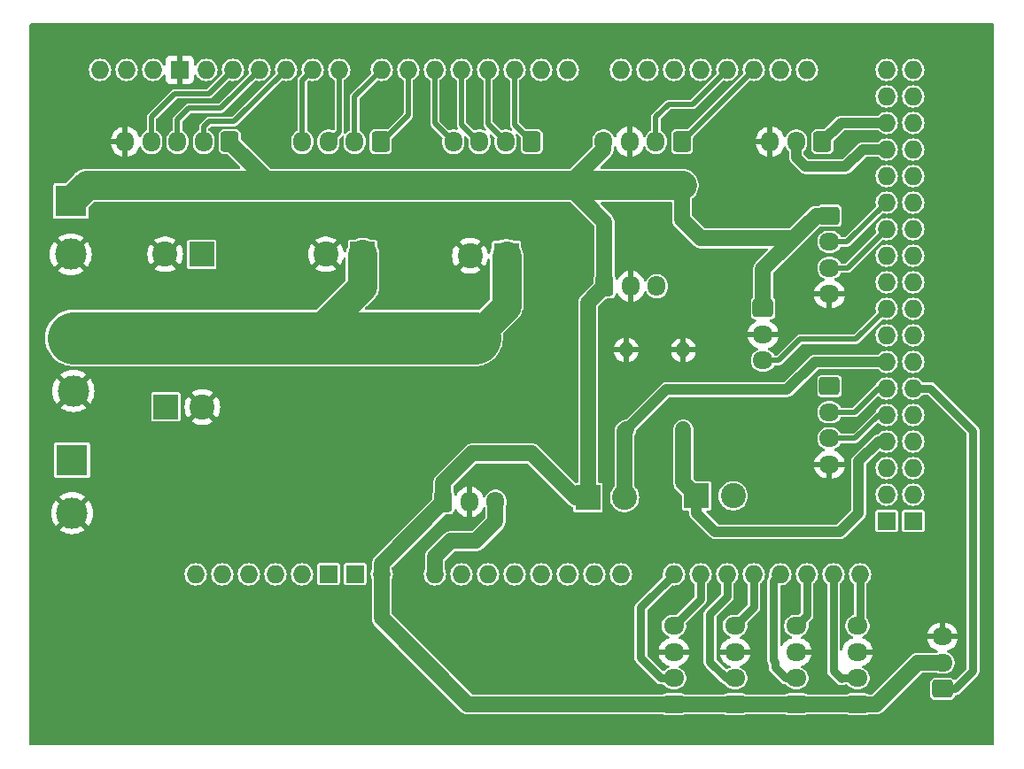
<source format=gbr>
%TF.GenerationSoftware,KiCad,Pcbnew,8.0.5*%
%TF.CreationDate,2024-12-20T12:29:36-05:00*%
%TF.ProjectId,Placa_Kicad,506c6163-615f-44b6-9963-61642e6b6963,rev?*%
%TF.SameCoordinates,Original*%
%TF.FileFunction,Copper,L1,Top*%
%TF.FilePolarity,Positive*%
%FSLAX46Y46*%
G04 Gerber Fmt 4.6, Leading zero omitted, Abs format (unit mm)*
G04 Created by KiCad (PCBNEW 8.0.5) date 2024-12-20 12:29:36*
%MOMM*%
%LPD*%
G01*
G04 APERTURE LIST*
G04 Aperture macros list*
%AMRoundRect*
0 Rectangle with rounded corners*
0 $1 Rounding radius*
0 $2 $3 $4 $5 $6 $7 $8 $9 X,Y pos of 4 corners*
0 Add a 4 corners polygon primitive as box body*
4,1,4,$2,$3,$4,$5,$6,$7,$8,$9,$2,$3,0*
0 Add four circle primitives for the rounded corners*
1,1,$1+$1,$2,$3*
1,1,$1+$1,$4,$5*
1,1,$1+$1,$6,$7*
1,1,$1+$1,$8,$9*
0 Add four rect primitives between the rounded corners*
20,1,$1+$1,$2,$3,$4,$5,0*
20,1,$1+$1,$4,$5,$6,$7,0*
20,1,$1+$1,$6,$7,$8,$9,0*
20,1,$1+$1,$8,$9,$2,$3,0*%
G04 Aperture macros list end*
%TA.AperFunction,ComponentPad*%
%ADD10RoundRect,0.250000X0.600000X0.725000X-0.600000X0.725000X-0.600000X-0.725000X0.600000X-0.725000X0*%
%TD*%
%TA.AperFunction,ComponentPad*%
%ADD11O,1.700000X1.950000*%
%TD*%
%TA.AperFunction,ComponentPad*%
%ADD12R,2.400000X2.400000*%
%TD*%
%TA.AperFunction,ComponentPad*%
%ADD13C,2.400000*%
%TD*%
%TA.AperFunction,ComponentPad*%
%ADD14RoundRect,0.250000X0.725000X-0.600000X0.725000X0.600000X-0.725000X0.600000X-0.725000X-0.600000X0*%
%TD*%
%TA.AperFunction,ComponentPad*%
%ADD15O,1.950000X1.700000*%
%TD*%
%TA.AperFunction,ComponentPad*%
%ADD16RoundRect,0.250000X-0.725000X0.600000X-0.725000X-0.600000X0.725000X-0.600000X0.725000X0.600000X0*%
%TD*%
%TA.AperFunction,ComponentPad*%
%ADD17R,3.000000X3.000000*%
%TD*%
%TA.AperFunction,ComponentPad*%
%ADD18C,3.000000*%
%TD*%
%TA.AperFunction,ComponentPad*%
%ADD19C,1.400000*%
%TD*%
%TA.AperFunction,ComponentPad*%
%ADD20O,1.400000X1.400000*%
%TD*%
%TA.AperFunction,ComponentPad*%
%ADD21O,1.727200X1.727200*%
%TD*%
%TA.AperFunction,ComponentPad*%
%ADD22R,1.727200X1.727200*%
%TD*%
%TA.AperFunction,ComponentPad*%
%ADD23RoundRect,0.250000X-0.600000X-0.725000X0.600000X-0.725000X0.600000X0.725000X-0.600000X0.725000X0*%
%TD*%
%TA.AperFunction,Conductor*%
%ADD24C,1.500000*%
%TD*%
%TA.AperFunction,Conductor*%
%ADD25C,2.790000*%
%TD*%
%TA.AperFunction,Conductor*%
%ADD26C,0.500000*%
%TD*%
%TA.AperFunction,Conductor*%
%ADD27C,5.000000*%
%TD*%
%TA.AperFunction,Conductor*%
%ADD28C,1.000000*%
%TD*%
%TA.AperFunction,Conductor*%
%ADD29C,0.800000*%
%TD*%
G04 APERTURE END LIST*
D10*
%TO.P,J6,1,Pin_1*%
%TO.N,+5V*%
X161758000Y-78000000D03*
D11*
%TO.P,J6,2,Pin_2*%
%TO.N,/M5_ENA*%
X159258000Y-78000000D03*
%TO.P,J6,3,Pin_3*%
%TO.N,/M5_L_PWM*%
X156758000Y-78000000D03*
%TO.P,J6,4,Pin_4*%
%TO.N,/M5_R_PWM*%
X154258000Y-78000000D03*
%TO.P,J6,5,Pin_5*%
%TO.N,GND*%
X151758000Y-78000000D03*
%TD*%
D10*
%TO.P,J14,1,Pin_1*%
%TO.N,/TX_BT*%
X204978000Y-78000000D03*
D11*
%TO.P,J14,2,Pin_2*%
%TO.N,/RX_BT*%
X202478000Y-78000000D03*
%TO.P,J14,3,Pin_3*%
%TO.N,GND*%
X199978000Y-78000000D03*
%TO.P,J14,4,Pin_4*%
%TO.N,+5V*%
X197478000Y-78000000D03*
%TD*%
D10*
%TO.P,J11,1,Pin_1*%
%TO.N,/DIR+*%
X218400000Y-78000000D03*
D11*
%TO.P,J11,2,Pin_2*%
%TO.N,/PUL+*%
X215900000Y-78000000D03*
%TO.P,J11,3,Pin_3*%
%TO.N,GND*%
X213400000Y-78000000D03*
%TD*%
D12*
%TO.P,J15,1,Pin_1*%
%TO.N,/12V2*%
X155631000Y-103378000D03*
D13*
%TO.P,J15,2,Pin_2*%
%TO.N,GND*%
X159131000Y-103378000D03*
%TD*%
D14*
%TO.P,J24,1,Pin_1*%
%TO.N,+5V*%
X221750000Y-131826000D03*
D15*
%TO.P,J24,2,Pin_2*%
%TO.N,/A4*%
X221750000Y-129326000D03*
%TO.P,J24,3,Pin_3*%
%TO.N,GND*%
X221750000Y-126826000D03*
%TO.P,J24,4,Pin_4*%
%TO.N,/B4*%
X221750000Y-124326000D03*
%TD*%
D12*
%TO.P,J9,1,Pin_1*%
%TO.N,/12V2*%
X159075000Y-88773000D03*
D13*
%TO.P,J9,2,Pin_2*%
%TO.N,GND*%
X155575000Y-88773000D03*
%TD*%
D12*
%TO.P,J19,1,Pin_1*%
%TO.N,+5V*%
X195989000Y-112041000D03*
D13*
%TO.P,J19,2,Pin_2*%
%TO.N,/E_BUTTON*%
X199489000Y-112041000D03*
%TD*%
D16*
%TO.P,J1,1,Pin_1*%
%TO.N,+5V*%
X219075000Y-85083000D03*
D15*
%TO.P,J1,2,Pin_2*%
%TO.N,/Trig1*%
X219075000Y-87583000D03*
%TO.P,J1,3,Pin_3*%
%TO.N,/Echo1*%
X219075000Y-90083000D03*
%TO.P,J1,4,Pin_4*%
%TO.N,GND*%
X219075000Y-92583000D03*
%TD*%
D12*
%TO.P,J12,1,Pin_1*%
%TO.N,/ES*%
X206375000Y-111887000D03*
D13*
%TO.P,J12,2,Pin_2*%
%TO.N,+5V*%
X209875000Y-111887000D03*
%TD*%
D17*
%TO.P,J4,1,Pin_1*%
%TO.N,+12V*%
X146812000Y-96774000D03*
D18*
%TO.P,J4,2,Pin_2*%
%TO.N,GND*%
X146812000Y-101854000D03*
%TD*%
D14*
%TO.P,J17,1,Pin_1*%
%TO.N,/SERVO*%
X229870000Y-130349000D03*
D15*
%TO.P,J17,2,Pin_2*%
%TO.N,+5V*%
X229870000Y-127849000D03*
%TO.P,J17,3,Pin_3*%
%TO.N,GND*%
X229870000Y-125349000D03*
%TD*%
D12*
%TO.P,J8,1,Pin_1*%
%TO.N,+12V*%
X174442000Y-88773000D03*
D13*
%TO.P,J8,2,Pin_2*%
%TO.N,GND*%
X170942000Y-88773000D03*
%TD*%
D16*
%TO.P,J13,1,Pin_1*%
%TO.N,+5V*%
X212725000Y-93933000D03*
D15*
%TO.P,J13,2,Pin_2*%
%TO.N,GND*%
X212725000Y-96433000D03*
%TO.P,J13,3,Pin_3*%
%TO.N,/IN_IMAN*%
X212725000Y-98933000D03*
%TD*%
D19*
%TO.P,R2,1*%
%TO.N,/E_BUTTON*%
X199644000Y-105537000D03*
D20*
%TO.P,R2,2*%
%TO.N,GND*%
X199644000Y-97917000D03*
%TD*%
D16*
%TO.P,J10,1,Pin_1*%
%TO.N,+5V*%
X219075000Y-101386000D03*
D15*
%TO.P,J10,2,Pin_2*%
%TO.N,/Trig2*%
X219075000Y-103886000D03*
%TO.P,J10,3,Pin_3*%
%TO.N,/Echo2*%
X219075000Y-106386000D03*
%TO.P,J10,4,Pin_4*%
%TO.N,GND*%
X219075000Y-108886000D03*
%TD*%
D10*
%TO.P,J5,1,Pin_1*%
%TO.N,/M3_Dir*%
X176189000Y-78000000D03*
D11*
%TO.P,J5,2,Pin_2*%
%TO.N,/M3_PWM*%
X173689000Y-78000000D03*
%TO.P,J5,3,Pin_3*%
%TO.N,/M4_Dir*%
X171189000Y-78000000D03*
%TO.P,J5,4,Pin_4*%
%TO.N,/M4_PWM*%
X168689000Y-78000000D03*
%TD*%
D10*
%TO.P,J2,1,Pin_1*%
%TO.N,/M1_Dir*%
X190620000Y-78000000D03*
D11*
%TO.P,J2,2,Pin_2*%
%TO.N,/M1_PWM*%
X188120000Y-78000000D03*
%TO.P,J2,3,Pin_3*%
%TO.N,/M2_Dir*%
X185620000Y-78000000D03*
%TO.P,J2,4,Pin_4*%
%TO.N,/M2_PWM*%
X183120000Y-78000000D03*
%TD*%
D21*
%TO.P,A1,*%
%TO.N,*%
X158496000Y-119380000D03*
%TO.P,A1,3V3,3.3V*%
%TO.N,unconnected-(A1-3.3V-Pad3V3)*%
X166116000Y-119380000D03*
%TO.P,A1,5V1,5V*%
%TO.N,unconnected-(A1-5V-Pad5V1)*%
X168656000Y-119380000D03*
%TO.P,A1,5V3,5V*%
%TO.N,unconnected-(A1-5V-Pad5V3)*%
X224536000Y-71120000D03*
%TO.P,A1,5V4,5V*%
%TO.N,unconnected-(A1-5V-Pad5V4)*%
X227076000Y-71120000D03*
%TO.P,A1,A0,A0*%
%TO.N,/AnagAscensor*%
X181356000Y-119380000D03*
%TO.P,A1,A1,A1*%
%TO.N,unconnected-(A1-PadA1)*%
X183896000Y-119380000D03*
%TO.P,A1,A2,A2*%
%TO.N,unconnected-(A1-PadA2)*%
X186436000Y-119380000D03*
%TO.P,A1,A3,A3*%
%TO.N,unconnected-(A1-PadA3)*%
X188976000Y-119380000D03*
%TO.P,A1,A4,A4*%
%TO.N,unconnected-(A1-PadA4)*%
X191516000Y-119380000D03*
%TO.P,A1,A5,A5*%
%TO.N,unconnected-(A1-PadA5)*%
X194056000Y-119380000D03*
%TO.P,A1,A6,A6*%
%TO.N,unconnected-(A1-PadA6)*%
X196596000Y-119380000D03*
%TO.P,A1,A7,A7*%
%TO.N,unconnected-(A1-PadA7)*%
X199136000Y-119380000D03*
%TO.P,A1,A8,A8*%
%TO.N,/A1*%
X204216000Y-119380000D03*
%TO.P,A1,A9,A9*%
%TO.N,/B1*%
X206756000Y-119380000D03*
%TO.P,A1,A10,A10*%
%TO.N,/A2*%
X209296000Y-119380000D03*
%TO.P,A1,A11,A11*%
%TO.N,/B2*%
X211836000Y-119380000D03*
%TO.P,A1,A12,A12*%
%TO.N,/A3*%
X214376000Y-119380000D03*
%TO.P,A1,A13,A13*%
%TO.N,/B3*%
X216916000Y-119380000D03*
%TO.P,A1,A14,A14*%
%TO.N,/A4*%
X219456000Y-119380000D03*
%TO.P,A1,A15,A15*%
%TO.N,/B4*%
X221996000Y-119380000D03*
%TO.P,A1,AREF,AREF*%
%TO.N,unconnected-(A1-PadAREF)*%
X154432000Y-71120000D03*
%TO.P,A1,D0,D0/RX0*%
%TO.N,unconnected-(A1-D0{slash}RX0-PadD0)*%
X194056000Y-71120000D03*
%TO.P,A1,D1,D1/TX0*%
%TO.N,unconnected-(A1-D1{slash}TX0-PadD1)*%
X191516000Y-71120000D03*
%TO.P,A1,D2,D2_INT0*%
%TO.N,/M1_Dir*%
X188976000Y-71120000D03*
%TO.P,A1,D3,D3_INT1*%
%TO.N,/M1_PWM*%
X186436000Y-71120000D03*
%TO.P,A1,D4,D4*%
%TO.N,/M2_Dir*%
X183896000Y-71120000D03*
%TO.P,A1,D5,D5*%
%TO.N,/M2_PWM*%
X181356000Y-71120000D03*
%TO.P,A1,D6,D6*%
%TO.N,/M3_Dir*%
X178816000Y-71120000D03*
%TO.P,A1,D7,D7*%
%TO.N,/M3_PWM*%
X176276000Y-71120000D03*
%TO.P,A1,D8,D8*%
%TO.N,/M4_Dir*%
X172212000Y-71120000D03*
%TO.P,A1,D9,D9*%
%TO.N,/M4_PWM*%
X169672000Y-71120000D03*
%TO.P,A1,D10,D10*%
%TO.N,/M5_ENA*%
X167132000Y-71120000D03*
%TO.P,A1,D11,D11*%
%TO.N,/M5_L_PWM*%
X164592000Y-71120000D03*
%TO.P,A1,D12,D12*%
%TO.N,/M5_R_PWM*%
X162052000Y-71120000D03*
%TO.P,A1,D13,D13*%
%TO.N,unconnected-(A1-PadD13)*%
X159512000Y-71120000D03*
%TO.P,A1,D14,D14/TX3*%
%TO.N,unconnected-(A1-D14{slash}TX3-PadD14)*%
X199136000Y-71120000D03*
%TO.P,A1,D15,D15/RX3*%
%TO.N,unconnected-(A1-D15{slash}RX3-PadD15)*%
X201676000Y-71120000D03*
%TO.P,A1,D16,D16/TX2*%
%TO.N,unconnected-(A1-D16{slash}TX2-PadD16)*%
X204216000Y-71120000D03*
%TO.P,A1,D17,D17/RX2*%
%TO.N,unconnected-(A1-D17{slash}RX2-PadD17)*%
X206756000Y-71120000D03*
%TO.P,A1,D18,D18/TX1*%
%TO.N,/RX_BT*%
X209296000Y-71120000D03*
%TO.P,A1,D19,D19/RX1*%
%TO.N,/TX_BT*%
X211836000Y-71120000D03*
%TO.P,A1,D20,D20/SDA*%
%TO.N,/INDICADOR*%
X214376000Y-71120000D03*
%TO.P,A1,D21,D21/SCL*%
%TO.N,unconnected-(A1-D21{slash}SCL-PadD21)*%
X216916000Y-71120000D03*
%TO.P,A1,D22,D22*%
%TO.N,unconnected-(A1-PadD22)*%
X224536000Y-73660000D03*
%TO.P,A1,D23,D23*%
%TO.N,unconnected-(A1-PadD23)*%
X227076000Y-73660000D03*
%TO.P,A1,D24,D24*%
%TO.N,/DIR+*%
X224536000Y-76200000D03*
%TO.P,A1,D25,D25*%
%TO.N,unconnected-(A1-PadD25)*%
X227076000Y-76200000D03*
%TO.P,A1,D26,D26*%
%TO.N,/PUL+*%
X224536000Y-78740000D03*
%TO.P,A1,D27,D27*%
%TO.N,unconnected-(A1-PadD27)*%
X227076000Y-78740000D03*
%TO.P,A1,D28,D28*%
%TO.N,unconnected-(A1-PadD28)*%
X224536000Y-81280000D03*
%TO.P,A1,D29,D29*%
%TO.N,unconnected-(A1-PadD29)*%
X227076000Y-81280000D03*
%TO.P,A1,D30,D30*%
%TO.N,/Trig1*%
X224536000Y-83820000D03*
%TO.P,A1,D31,D31*%
%TO.N,unconnected-(A1-PadD31)*%
X227076000Y-83820000D03*
%TO.P,A1,D32,D32*%
%TO.N,/Echo1*%
X224536000Y-86360000D03*
%TO.P,A1,D33,D33*%
%TO.N,unconnected-(A1-PadD33)*%
X227076000Y-86360000D03*
%TO.P,A1,D34,D34*%
%TO.N,unconnected-(A1-PadD34)*%
X224536000Y-88900000D03*
%TO.P,A1,D35,D35*%
%TO.N,unconnected-(A1-PadD35)*%
X227076000Y-88900000D03*
%TO.P,A1,D36,D36*%
%TO.N,unconnected-(A1-PadD36)*%
X224536000Y-91440000D03*
%TO.P,A1,D37,D37*%
%TO.N,unconnected-(A1-PadD37)*%
X227076000Y-91440000D03*
%TO.P,A1,D38,D38*%
%TO.N,/IN_IMAN*%
X224536000Y-93980000D03*
%TO.P,A1,D39,D39*%
%TO.N,unconnected-(A1-PadD39)*%
X227076000Y-93980000D03*
%TO.P,A1,D40,D40*%
%TO.N,unconnected-(A1-PadD40)*%
X224536000Y-96520000D03*
%TO.P,A1,D41,D41*%
%TO.N,unconnected-(A1-PadD41)*%
X227076000Y-96520000D03*
%TO.P,A1,D42,D42*%
%TO.N,/E_BUTTON*%
X224536000Y-99060000D03*
%TO.P,A1,D43,D43*%
%TO.N,unconnected-(A1-PadD43)*%
X227076000Y-99060000D03*
%TO.P,A1,D44,D44*%
%TO.N,/Trig2*%
X224536000Y-101600000D03*
%TO.P,A1,D45,D45*%
%TO.N,/SERVO*%
X227076000Y-101600000D03*
%TO.P,A1,D46,D46*%
%TO.N,/Echo2*%
X224536000Y-104140000D03*
%TO.P,A1,D47,D47*%
%TO.N,unconnected-(A1-PadD47)*%
X227076000Y-104140000D03*
%TO.P,A1,D48,D48*%
%TO.N,/ES*%
X224536000Y-106680000D03*
%TO.P,A1,D49,D49*%
%TO.N,unconnected-(A1-PadD49)*%
X227076000Y-106680000D03*
%TO.P,A1,D50,D50_MISO*%
%TO.N,unconnected-(A1-D50_MISO-PadD50)*%
X224536000Y-109220000D03*
%TO.P,A1,D51,D51_MOSI*%
%TO.N,unconnected-(A1-D51_MOSI-PadD51)*%
X227076000Y-109220000D03*
%TO.P,A1,D52,D52_SCK*%
%TO.N,unconnected-(A1-D52_SCK-PadD52)*%
X224536000Y-111760000D03*
%TO.P,A1,D53,D53_CS*%
%TO.N,unconnected-(A1-D53_CS-PadD53)*%
X227076000Y-111760000D03*
D22*
%TO.P,A1,GND1,GND*%
%TO.N,GND*%
X156972000Y-71120000D03*
%TO.P,A1,GND2,GND*%
%TO.N,unconnected-(A1-GND-PadGND2)*%
X171196000Y-119380000D03*
%TO.P,A1,GND3,GND*%
%TO.N,unconnected-(A1-GND-PadGND3)*%
X173736000Y-119380000D03*
%TO.P,A1,GND5,GND*%
%TO.N,unconnected-(A1-GND-PadGND5)*%
X224536000Y-114300000D03*
%TO.P,A1,GND6,GND*%
%TO.N,unconnected-(A1-GND-PadGND6)*%
X227076000Y-114300000D03*
D21*
%TO.P,A1,IORF,IOREF*%
%TO.N,unconnected-(A1-IOREF-PadIORF)*%
X161036000Y-119380000D03*
%TO.P,A1,RST1,RESET*%
%TO.N,unconnected-(A1-RESET-PadRST1)*%
X163576000Y-119380000D03*
%TO.P,A1,SCL,SCL*%
%TO.N,unconnected-(A1-PadSCL)*%
X149352000Y-71120000D03*
%TO.P,A1,SDA,SDA*%
%TO.N,unconnected-(A1-PadSDA)*%
X151892000Y-71120000D03*
%TO.P,A1,VIN,VIN*%
%TO.N,+5V*%
X176276000Y-119380000D03*
%TD*%
D17*
%TO.P,J3,1,Pin_1*%
%TO.N,+5V*%
X146558000Y-83693000D03*
D18*
%TO.P,J3,2,Pin_2*%
%TO.N,GND*%
X146558000Y-88773000D03*
%TD*%
D14*
%TO.P,J21,1,Pin_1*%
%TO.N,+5V*%
X204200000Y-131826000D03*
D15*
%TO.P,J21,2,Pin_2*%
%TO.N,/A1*%
X204200000Y-129326000D03*
%TO.P,J21,3,Pin_3*%
%TO.N,GND*%
X204200000Y-126826000D03*
%TO.P,J21,4,Pin_4*%
%TO.N,/B1*%
X204200000Y-124326000D03*
%TD*%
D14*
%TO.P,J22,1,Pin_1*%
%TO.N,+5V*%
X210050000Y-131826000D03*
D15*
%TO.P,J22,2,Pin_2*%
%TO.N,/A2*%
X210050000Y-129326000D03*
%TO.P,J22,3,Pin_3*%
%TO.N,GND*%
X210050000Y-126826000D03*
%TO.P,J22,4,Pin_4*%
%TO.N,/B2*%
X210050000Y-124326000D03*
%TD*%
D23*
%TO.P,J20,1,Pin_1*%
%TO.N,+5V*%
X197565000Y-91829000D03*
D11*
%TO.P,J20,2,Pin_2*%
%TO.N,GND*%
X200065000Y-91829000D03*
%TO.P,J20,3,Pin_3*%
%TO.N,/INDICADOR*%
X202565000Y-91829000D03*
%TD*%
D17*
%TO.P,J16,1,Pin_1*%
%TO.N,/12V2*%
X146685000Y-108458000D03*
D18*
%TO.P,J16,2,Pin_2*%
%TO.N,GND*%
X146685000Y-113538000D03*
%TD*%
D12*
%TO.P,J7,1,Pin_1*%
%TO.N,+12V*%
X188214000Y-88900000D03*
D13*
%TO.P,J7,2,Pin_2*%
%TO.N,GND*%
X184714000Y-88900000D03*
%TD*%
D23*
%TO.P,J18,1,Pin_1*%
%TO.N,+5V*%
X182158000Y-112476000D03*
D11*
%TO.P,J18,2,Pin_2*%
%TO.N,GND*%
X184658000Y-112476000D03*
%TO.P,J18,3,Pin_3*%
%TO.N,/AnagAscensor*%
X187158000Y-112476000D03*
%TD*%
D19*
%TO.P,R1,1*%
%TO.N,/ES*%
X205105000Y-105537000D03*
D20*
%TO.P,R1,2*%
%TO.N,GND*%
X205105000Y-97917000D03*
%TD*%
D14*
%TO.P,J23,1,Pin_1*%
%TO.N,+5V*%
X215900000Y-131826000D03*
D15*
%TO.P,J23,2,Pin_2*%
%TO.N,/A3*%
X215900000Y-129326000D03*
%TO.P,J23,3,Pin_3*%
%TO.N,GND*%
X215900000Y-126826000D03*
%TO.P,J23,4,Pin_4*%
%TO.N,/B3*%
X215900000Y-124326000D03*
%TD*%
D24*
%TO.N,+5V*%
X176276000Y-123571000D02*
X184531000Y-131826000D01*
X184912000Y-107823000D02*
X190627000Y-107823000D01*
X197478000Y-78747000D02*
X194056000Y-82169000D01*
X217812000Y-85083000D02*
X212725000Y-90170000D01*
X197565000Y-91829000D02*
X197565000Y-85678000D01*
X206756000Y-87249000D02*
X204978000Y-85471000D01*
X223520000Y-131826000D02*
X227497000Y-127849000D01*
X195989000Y-112041000D02*
X195989000Y-93405000D01*
X176276000Y-119380000D02*
X176276000Y-118358000D01*
D25*
X194056000Y-82169000D02*
X165862000Y-82169000D01*
D24*
X197478000Y-78000000D02*
X197478000Y-78747000D01*
X212725000Y-90170000D02*
X212725000Y-93933000D01*
X176276000Y-119380000D02*
X176276000Y-123571000D01*
X176276000Y-118358000D02*
X182158000Y-112476000D01*
D25*
X165862000Y-82169000D02*
X148082000Y-82169000D01*
D24*
X215646000Y-87249000D02*
X206756000Y-87249000D01*
X161758000Y-78000000D02*
X161758000Y-78065000D01*
X182158000Y-110577000D02*
X184912000Y-107823000D01*
X227497000Y-127849000D02*
X229870000Y-127849000D01*
X217812000Y-85083000D02*
X215646000Y-87249000D01*
X197565000Y-85678000D02*
X194056000Y-82169000D01*
D25*
X204978000Y-82169000D02*
X194056000Y-82169000D01*
D24*
X219075000Y-85083000D02*
X217812000Y-85083000D01*
X184531000Y-131826000D02*
X204200000Y-131826000D01*
X204200000Y-131826000D02*
X221750000Y-131826000D01*
X204978000Y-85471000D02*
X204978000Y-82169000D01*
X182158000Y-112476000D02*
X182158000Y-110577000D01*
X190627000Y-107823000D02*
X194845000Y-112041000D01*
X194845000Y-112041000D02*
X195989000Y-112041000D01*
D25*
X148082000Y-82169000D02*
X146558000Y-83693000D01*
D24*
X221750000Y-131826000D02*
X223520000Y-131826000D01*
X161758000Y-78065000D02*
X165862000Y-82169000D01*
X195989000Y-93405000D02*
X197565000Y-91829000D01*
D26*
%TO.N,/Trig1*%
X219075000Y-87583000D02*
X220773000Y-87583000D01*
X220773000Y-87583000D02*
X224536000Y-83820000D01*
%TO.N,/Echo1*%
X220813000Y-90083000D02*
X224536000Y-86360000D01*
X219075000Y-90083000D02*
X220813000Y-90083000D01*
%TO.N,GND*%
X151758000Y-78105000D02*
X151758000Y-77477000D01*
%TO.N,/M1_Dir*%
X190620000Y-78000000D02*
X190620000Y-78105000D01*
X188976000Y-71120000D02*
X188976000Y-76356000D01*
X188976000Y-76356000D02*
X190620000Y-78000000D01*
%TO.N,/M1_PWM*%
X186436000Y-76316000D02*
X188120000Y-78000000D01*
X186436000Y-71120000D02*
X186436000Y-76316000D01*
%TO.N,/M2_Dir*%
X183896000Y-71120000D02*
X183896000Y-76381000D01*
X183896000Y-76381000D02*
X185620000Y-78105000D01*
%TO.N,/M2_PWM*%
X181356000Y-71120000D02*
X181356000Y-76236000D01*
X181356000Y-76236000D02*
X183120000Y-78000000D01*
D25*
%TO.N,+12V*%
X174442000Y-91877000D02*
X169545000Y-96774000D01*
X174442000Y-88773000D02*
X174442000Y-91877000D01*
X188214000Y-93726000D02*
X188214000Y-88900000D01*
X185166000Y-96774000D02*
X188214000Y-93726000D01*
D27*
X146812000Y-96774000D02*
X172339000Y-96774000D01*
X172339000Y-96774000D02*
X185166000Y-96774000D01*
D26*
%TO.N,/M3_Dir*%
X176189000Y-78105000D02*
X178816000Y-75478000D01*
X178816000Y-75478000D02*
X178816000Y-71120000D01*
%TO.N,/M3_PWM*%
X173689000Y-78105000D02*
X173689000Y-73707000D01*
X173689000Y-73707000D02*
X176276000Y-71120000D01*
%TO.N,/M4_Dir*%
X172212000Y-71120000D02*
X172212000Y-77082000D01*
X172212000Y-77082000D02*
X171189000Y-78105000D01*
%TO.N,/M4_PWM*%
X168689000Y-72103000D02*
X169672000Y-71120000D01*
X168689000Y-78105000D02*
X168689000Y-72103000D01*
D24*
%TO.N,/AnagAscensor*%
X185293000Y-116205000D02*
X182880000Y-116205000D01*
X187158000Y-112476000D02*
X187158000Y-114340000D01*
X187158000Y-114340000D02*
X185293000Y-116205000D01*
X181356000Y-117729000D02*
X181356000Y-119380000D01*
X182880000Y-116205000D02*
X181356000Y-117729000D01*
D26*
%TO.N,/Trig2*%
X223774000Y-101600000D02*
X224536000Y-101600000D01*
X219075000Y-103886000D02*
X221488000Y-103886000D01*
X221488000Y-103886000D02*
X223774000Y-101600000D01*
%TO.N,/Echo2*%
X221528000Y-106386000D02*
X223774000Y-104140000D01*
X223774000Y-104140000D02*
X224536000Y-104140000D01*
X219075000Y-106386000D02*
X221528000Y-106386000D01*
D28*
%TO.N,/DIR+*%
X224536000Y-76200000D02*
X220200000Y-76200000D01*
X220200000Y-76200000D02*
X218400000Y-78000000D01*
%TO.N,/PUL+*%
X215900000Y-79502000D02*
X216789000Y-80391000D01*
X215900000Y-78000000D02*
X215900000Y-79502000D01*
X222250000Y-78740000D02*
X224536000Y-78740000D01*
X220599000Y-80391000D02*
X222250000Y-78740000D01*
X216789000Y-80391000D02*
X220599000Y-80391000D01*
%TO.N,/ES*%
X208153000Y-115316000D02*
X220091000Y-115316000D01*
X206375000Y-111887000D02*
X206375000Y-113538000D01*
X220091000Y-115316000D02*
X221869000Y-113538000D01*
D24*
X205105000Y-110617000D02*
X206375000Y-111887000D01*
D28*
X206375000Y-113538000D02*
X208153000Y-115316000D01*
D24*
X205105000Y-105537000D02*
X205105000Y-110617000D01*
D28*
X221869000Y-113538000D02*
X221869000Y-108585000D01*
X223774000Y-106680000D02*
X224536000Y-106680000D01*
X221869000Y-108585000D02*
X223774000Y-106680000D01*
D26*
%TO.N,/IN_IMAN*%
X221615000Y-96901000D02*
X224536000Y-93980000D01*
X216281000Y-96901000D02*
X221615000Y-96901000D01*
X214249000Y-98933000D02*
X216281000Y-96901000D01*
X212725000Y-98933000D02*
X214249000Y-98933000D01*
%TO.N,/TX_BT*%
X204978000Y-77978000D02*
X211836000Y-71120000D01*
X204978000Y-78105000D02*
X204978000Y-77978000D01*
%TO.N,/RX_BT*%
X205994000Y-74422000D02*
X203708000Y-74422000D01*
X202478000Y-75652000D02*
X202478000Y-78105000D01*
X203708000Y-74422000D02*
X202478000Y-75652000D01*
X209296000Y-71120000D02*
X205994000Y-74422000D01*
D29*
%TO.N,/A4*%
X220218000Y-129413000D02*
X220305000Y-129326000D01*
X219456000Y-119380000D02*
X219456000Y-128651000D01*
X220305000Y-129326000D02*
X221750000Y-129326000D01*
X219456000Y-128651000D02*
X220218000Y-129413000D01*
%TO.N,/A2*%
X207645000Y-123190000D02*
X207645000Y-127762000D01*
X209296000Y-121539000D02*
X207645000Y-123190000D01*
X209209000Y-129326000D02*
X210050000Y-129326000D01*
X207645000Y-127762000D02*
X209209000Y-129326000D01*
X209296000Y-119380000D02*
X209296000Y-121539000D01*
%TO.N,/B4*%
X221996000Y-124080000D02*
X221750000Y-124326000D01*
X221996000Y-119380000D02*
X221996000Y-124080000D01*
%TO.N,/B2*%
X211836000Y-122540000D02*
X210050000Y-124326000D01*
X211836000Y-119380000D02*
X211836000Y-122540000D01*
%TO.N,/B3*%
X216916000Y-123310000D02*
X215900000Y-124326000D01*
X216916000Y-119380000D02*
X216916000Y-123310000D01*
%TO.N,/A3*%
X213868000Y-127762000D02*
X213741000Y-127635000D01*
X213741000Y-127635000D02*
X213741000Y-120015000D01*
X213868000Y-128270000D02*
X213868000Y-127762000D01*
X214924000Y-129326000D02*
X213868000Y-128270000D01*
X213741000Y-120015000D02*
X214376000Y-119380000D01*
X215900000Y-129326000D02*
X214924000Y-129326000D01*
%TO.N,/B1*%
X206756000Y-119380000D02*
X206756000Y-121770000D01*
X206756000Y-121770000D02*
X204200000Y-124326000D01*
%TO.N,/A1*%
X201041000Y-122555000D02*
X201041000Y-127381000D01*
X201041000Y-127381000D02*
X202986000Y-129326000D01*
X202986000Y-129326000D02*
X204200000Y-129326000D01*
X204216000Y-119380000D02*
X201041000Y-122555000D01*
%TO.N,/SERVO*%
X232791000Y-128651000D02*
X231093000Y-130349000D01*
X232791000Y-105664000D02*
X232791000Y-128651000D01*
X227076000Y-101600000D02*
X228727000Y-101600000D01*
X228727000Y-101600000D02*
X232791000Y-105664000D01*
X231093000Y-130349000D02*
X229870000Y-130349000D01*
D26*
%TO.N,/M5_L_PWM*%
X160909000Y-74803000D02*
X164592000Y-71120000D01*
X156758000Y-78000000D02*
X156758000Y-75906000D01*
X156758000Y-75906000D02*
X157861000Y-74803000D01*
X157861000Y-74803000D02*
X160909000Y-74803000D01*
%TO.N,/M5_R_PWM*%
X156504000Y-73406000D02*
X159766000Y-73406000D01*
X159766000Y-73406000D02*
X162052000Y-71120000D01*
X154258000Y-78000000D02*
X154258000Y-75652000D01*
X154258000Y-75652000D02*
X156504000Y-73406000D01*
%TO.N,/M5_ENA*%
X162179000Y-76073000D02*
X167132000Y-71120000D01*
X159258000Y-78000000D02*
X159258000Y-76581000D01*
X159258000Y-76581000D02*
X159766000Y-76073000D01*
X159766000Y-76073000D02*
X162179000Y-76073000D01*
D24*
%TO.N,/E_BUTTON*%
X199489000Y-105692000D02*
X199644000Y-105537000D01*
D28*
X215011000Y-101727000D02*
X203454000Y-101727000D01*
X203454000Y-101727000D02*
X199644000Y-105537000D01*
X217678000Y-99060000D02*
X215011000Y-101727000D01*
D24*
X199489000Y-112041000D02*
X199489000Y-105692000D01*
D28*
X224536000Y-99060000D02*
X217678000Y-99060000D01*
%TD*%
%TA.AperFunction,Conductor*%
%TO.N,GND*%
G36*
X234766039Y-66694685D02*
G01*
X234811794Y-66747489D01*
X234823000Y-66799000D01*
X234823000Y-135639000D01*
X234803315Y-135706039D01*
X234750511Y-135751794D01*
X234699000Y-135763000D01*
X142745000Y-135763000D01*
X142677961Y-135743315D01*
X142632206Y-135690511D01*
X142621000Y-135639000D01*
X142621000Y-119380000D01*
X157426751Y-119380000D01*
X157447296Y-119588602D01*
X157508143Y-119789185D01*
X157606948Y-119974037D01*
X157606952Y-119974044D01*
X157739926Y-120136073D01*
X157901955Y-120269047D01*
X157901962Y-120269051D01*
X157930467Y-120284287D01*
X158086816Y-120367857D01*
X158287400Y-120428704D01*
X158496000Y-120449249D01*
X158704600Y-120428704D01*
X158905184Y-120367857D01*
X159090043Y-120269048D01*
X159252073Y-120136073D01*
X159385048Y-119974043D01*
X159483857Y-119789184D01*
X159544704Y-119588600D01*
X159565249Y-119380000D01*
X159966751Y-119380000D01*
X159987296Y-119588602D01*
X160048143Y-119789185D01*
X160146948Y-119974037D01*
X160146952Y-119974044D01*
X160279926Y-120136073D01*
X160441955Y-120269047D01*
X160441962Y-120269051D01*
X160470467Y-120284287D01*
X160626816Y-120367857D01*
X160827400Y-120428704D01*
X161036000Y-120449249D01*
X161244600Y-120428704D01*
X161445184Y-120367857D01*
X161630043Y-120269048D01*
X161792073Y-120136073D01*
X161925048Y-119974043D01*
X162023857Y-119789184D01*
X162084704Y-119588600D01*
X162105249Y-119380000D01*
X162506751Y-119380000D01*
X162527296Y-119588602D01*
X162588143Y-119789185D01*
X162686948Y-119974037D01*
X162686952Y-119974044D01*
X162819926Y-120136073D01*
X162981955Y-120269047D01*
X162981962Y-120269051D01*
X163010467Y-120284287D01*
X163166816Y-120367857D01*
X163367400Y-120428704D01*
X163576000Y-120449249D01*
X163784600Y-120428704D01*
X163985184Y-120367857D01*
X164170043Y-120269048D01*
X164332073Y-120136073D01*
X164465048Y-119974043D01*
X164563857Y-119789184D01*
X164624704Y-119588600D01*
X164645249Y-119380000D01*
X165046751Y-119380000D01*
X165067296Y-119588602D01*
X165128143Y-119789185D01*
X165226948Y-119974037D01*
X165226952Y-119974044D01*
X165359926Y-120136073D01*
X165521955Y-120269047D01*
X165521962Y-120269051D01*
X165550467Y-120284287D01*
X165706816Y-120367857D01*
X165907400Y-120428704D01*
X166116000Y-120449249D01*
X166324600Y-120428704D01*
X166525184Y-120367857D01*
X166710043Y-120269048D01*
X166872073Y-120136073D01*
X167005048Y-119974043D01*
X167103857Y-119789184D01*
X167164704Y-119588600D01*
X167185249Y-119380000D01*
X167586751Y-119380000D01*
X167607296Y-119588602D01*
X167668143Y-119789185D01*
X167766948Y-119974037D01*
X167766952Y-119974044D01*
X167899926Y-120136073D01*
X168061955Y-120269047D01*
X168061962Y-120269051D01*
X168090467Y-120284287D01*
X168246816Y-120367857D01*
X168447400Y-120428704D01*
X168656000Y-120449249D01*
X168864600Y-120428704D01*
X169065184Y-120367857D01*
X169250043Y-120269048D01*
X169412073Y-120136073D01*
X169545048Y-119974043D01*
X169643857Y-119789184D01*
X169704704Y-119588600D01*
X169725249Y-119380000D01*
X169704704Y-119171400D01*
X169643857Y-118970816D01*
X169545048Y-118785957D01*
X169545047Y-118785955D01*
X169412073Y-118623926D01*
X169256983Y-118496647D01*
X170131900Y-118496647D01*
X170131900Y-120263352D01*
X170143531Y-120321829D01*
X170143532Y-120321830D01*
X170187847Y-120388152D01*
X170254169Y-120432467D01*
X170254170Y-120432468D01*
X170312647Y-120444099D01*
X170312650Y-120444100D01*
X170312652Y-120444100D01*
X172079350Y-120444100D01*
X172079351Y-120444099D01*
X172094168Y-120441152D01*
X172137829Y-120432468D01*
X172137829Y-120432467D01*
X172137831Y-120432467D01*
X172204152Y-120388152D01*
X172248467Y-120321831D01*
X172248467Y-120321829D01*
X172248468Y-120321829D01*
X172257152Y-120278168D01*
X172260100Y-120263348D01*
X172260100Y-118496652D01*
X172260100Y-118496649D01*
X172260099Y-118496647D01*
X172671900Y-118496647D01*
X172671900Y-120263352D01*
X172683531Y-120321829D01*
X172683532Y-120321830D01*
X172727847Y-120388152D01*
X172794169Y-120432467D01*
X172794170Y-120432468D01*
X172852647Y-120444099D01*
X172852650Y-120444100D01*
X172852652Y-120444100D01*
X174619350Y-120444100D01*
X174619351Y-120444099D01*
X174634168Y-120441152D01*
X174677829Y-120432468D01*
X174677829Y-120432467D01*
X174677831Y-120432467D01*
X174744152Y-120388152D01*
X174788467Y-120321831D01*
X174788467Y-120321829D01*
X174788468Y-120321829D01*
X174797152Y-120278168D01*
X174800100Y-120263348D01*
X174800100Y-118496652D01*
X174800100Y-118496649D01*
X174800099Y-118496647D01*
X174788468Y-118438170D01*
X174788467Y-118438169D01*
X174744152Y-118371847D01*
X174677830Y-118327532D01*
X174677829Y-118327531D01*
X174619352Y-118315900D01*
X174619348Y-118315900D01*
X172852652Y-118315900D01*
X172852647Y-118315900D01*
X172794170Y-118327531D01*
X172794169Y-118327532D01*
X172727847Y-118371847D01*
X172683532Y-118438169D01*
X172683531Y-118438170D01*
X172671900Y-118496647D01*
X172260099Y-118496647D01*
X172248468Y-118438170D01*
X172248467Y-118438169D01*
X172204152Y-118371847D01*
X172137830Y-118327532D01*
X172137829Y-118327531D01*
X172079352Y-118315900D01*
X172079348Y-118315900D01*
X170312652Y-118315900D01*
X170312647Y-118315900D01*
X170254170Y-118327531D01*
X170254169Y-118327532D01*
X170187847Y-118371847D01*
X170143532Y-118438169D01*
X170143531Y-118438170D01*
X170131900Y-118496647D01*
X169256983Y-118496647D01*
X169250044Y-118490952D01*
X169250037Y-118490948D01*
X169065185Y-118392143D01*
X168864602Y-118331296D01*
X168656000Y-118310751D01*
X168447397Y-118331296D01*
X168246814Y-118392143D01*
X168061962Y-118490948D01*
X168061955Y-118490952D01*
X167899926Y-118623926D01*
X167766952Y-118785955D01*
X167766948Y-118785962D01*
X167668143Y-118970814D01*
X167607296Y-119171397D01*
X167586751Y-119380000D01*
X167185249Y-119380000D01*
X167164704Y-119171400D01*
X167103857Y-118970816D01*
X167005048Y-118785957D01*
X167005047Y-118785955D01*
X166872073Y-118623926D01*
X166710044Y-118490952D01*
X166710037Y-118490948D01*
X166525185Y-118392143D01*
X166324602Y-118331296D01*
X166116000Y-118310751D01*
X165907397Y-118331296D01*
X165706814Y-118392143D01*
X165521962Y-118490948D01*
X165521955Y-118490952D01*
X165359926Y-118623926D01*
X165226952Y-118785955D01*
X165226948Y-118785962D01*
X165128143Y-118970814D01*
X165067296Y-119171397D01*
X165046751Y-119380000D01*
X164645249Y-119380000D01*
X164624704Y-119171400D01*
X164563857Y-118970816D01*
X164465048Y-118785957D01*
X164465047Y-118785955D01*
X164332073Y-118623926D01*
X164170044Y-118490952D01*
X164170037Y-118490948D01*
X163985185Y-118392143D01*
X163784602Y-118331296D01*
X163576000Y-118310751D01*
X163367397Y-118331296D01*
X163166814Y-118392143D01*
X162981962Y-118490948D01*
X162981955Y-118490952D01*
X162819926Y-118623926D01*
X162686952Y-118785955D01*
X162686948Y-118785962D01*
X162588143Y-118970814D01*
X162527296Y-119171397D01*
X162506751Y-119380000D01*
X162105249Y-119380000D01*
X162084704Y-119171400D01*
X162023857Y-118970816D01*
X161925048Y-118785957D01*
X161925047Y-118785955D01*
X161792073Y-118623926D01*
X161630044Y-118490952D01*
X161630037Y-118490948D01*
X161445185Y-118392143D01*
X161244602Y-118331296D01*
X161036000Y-118310751D01*
X160827397Y-118331296D01*
X160626814Y-118392143D01*
X160441962Y-118490948D01*
X160441955Y-118490952D01*
X160279926Y-118623926D01*
X160146952Y-118785955D01*
X160146948Y-118785962D01*
X160048143Y-118970814D01*
X159987296Y-119171397D01*
X159966751Y-119380000D01*
X159565249Y-119380000D01*
X159544704Y-119171400D01*
X159483857Y-118970816D01*
X159385048Y-118785957D01*
X159385047Y-118785955D01*
X159252073Y-118623926D01*
X159090044Y-118490952D01*
X159090037Y-118490948D01*
X158905185Y-118392143D01*
X158704602Y-118331296D01*
X158496000Y-118310751D01*
X158287397Y-118331296D01*
X158086814Y-118392143D01*
X157901962Y-118490948D01*
X157901955Y-118490952D01*
X157739926Y-118623926D01*
X157606952Y-118785955D01*
X157606948Y-118785962D01*
X157508143Y-118970814D01*
X157447296Y-119171397D01*
X157426751Y-119380000D01*
X142621000Y-119380000D01*
X142621000Y-113537998D01*
X144679891Y-113537998D01*
X144679891Y-113538001D01*
X144700300Y-113823362D01*
X144761109Y-114102895D01*
X144861091Y-114370958D01*
X144998191Y-114622038D01*
X144998196Y-114622046D01*
X145104882Y-114764561D01*
X145104883Y-114764562D01*
X145999767Y-113869677D01*
X146011497Y-113897995D01*
X146094670Y-114022472D01*
X146200528Y-114128330D01*
X146325005Y-114211503D01*
X146353320Y-114223231D01*
X145458436Y-115118115D01*
X145600960Y-115224807D01*
X145600961Y-115224808D01*
X145852042Y-115361908D01*
X145852041Y-115361908D01*
X146120104Y-115461890D01*
X146399637Y-115522699D01*
X146684999Y-115543109D01*
X146685001Y-115543109D01*
X146970362Y-115522699D01*
X147249895Y-115461890D01*
X147517958Y-115361908D01*
X147769047Y-115224803D01*
X147911561Y-115118116D01*
X147911562Y-115118115D01*
X147016679Y-114223231D01*
X147044995Y-114211503D01*
X147169472Y-114128330D01*
X147275330Y-114022472D01*
X147358503Y-113897995D01*
X147370231Y-113869678D01*
X148265115Y-114764562D01*
X148265116Y-114764561D01*
X148371803Y-114622047D01*
X148508908Y-114370958D01*
X148608890Y-114102895D01*
X148669699Y-113823362D01*
X148690109Y-113538001D01*
X148690109Y-113537998D01*
X148669699Y-113252637D01*
X148608890Y-112973104D01*
X148508908Y-112705041D01*
X148371808Y-112453961D01*
X148371807Y-112453960D01*
X148265115Y-112311436D01*
X147370231Y-113206320D01*
X147358503Y-113178005D01*
X147275330Y-113053528D01*
X147169472Y-112947670D01*
X147044995Y-112864497D01*
X147016678Y-112852767D01*
X147911562Y-111957883D01*
X147911561Y-111957882D01*
X147769046Y-111851196D01*
X147769038Y-111851191D01*
X147517957Y-111714091D01*
X147517958Y-111714091D01*
X147249895Y-111614109D01*
X146970362Y-111553300D01*
X146685001Y-111532891D01*
X146684999Y-111532891D01*
X146399637Y-111553300D01*
X146120104Y-111614109D01*
X145852041Y-111714091D01*
X145600961Y-111851191D01*
X145600953Y-111851196D01*
X145458437Y-111957882D01*
X145458436Y-111957883D01*
X146353321Y-112852767D01*
X146325005Y-112864497D01*
X146200528Y-112947670D01*
X146094670Y-113053528D01*
X146011497Y-113178005D01*
X145999768Y-113206321D01*
X145104883Y-112311436D01*
X145104882Y-112311437D01*
X144998196Y-112453953D01*
X144998191Y-112453961D01*
X144861091Y-112705041D01*
X144761109Y-112973104D01*
X144700300Y-113252637D01*
X144679891Y-113537998D01*
X142621000Y-113537998D01*
X142621000Y-106938247D01*
X144984500Y-106938247D01*
X144984500Y-109977752D01*
X144996131Y-110036229D01*
X144996132Y-110036230D01*
X145040447Y-110102552D01*
X145106769Y-110146867D01*
X145106770Y-110146868D01*
X145165247Y-110158499D01*
X145165250Y-110158500D01*
X145165252Y-110158500D01*
X148204750Y-110158500D01*
X148204751Y-110158499D01*
X148219568Y-110155552D01*
X148263229Y-110146868D01*
X148263229Y-110146867D01*
X148263231Y-110146867D01*
X148329552Y-110102552D01*
X148373867Y-110036231D01*
X148373867Y-110036229D01*
X148373868Y-110036229D01*
X148385499Y-109977752D01*
X148385500Y-109977750D01*
X148385500Y-106938249D01*
X148385499Y-106938247D01*
X148373868Y-106879770D01*
X148373867Y-106879769D01*
X148329552Y-106813447D01*
X148263230Y-106769132D01*
X148263229Y-106769131D01*
X148204752Y-106757500D01*
X148204748Y-106757500D01*
X145165252Y-106757500D01*
X145165247Y-106757500D01*
X145106770Y-106769131D01*
X145106769Y-106769132D01*
X145040447Y-106813447D01*
X144996132Y-106879769D01*
X144996131Y-106879770D01*
X144984500Y-106938247D01*
X142621000Y-106938247D01*
X142621000Y-101853998D01*
X144806891Y-101853998D01*
X144806891Y-101854001D01*
X144827300Y-102139362D01*
X144888109Y-102418895D01*
X144988091Y-102686958D01*
X145125191Y-102938038D01*
X145125196Y-102938046D01*
X145231882Y-103080561D01*
X145231883Y-103080562D01*
X146126767Y-102185677D01*
X146138497Y-102213995D01*
X146221670Y-102338472D01*
X146327528Y-102444330D01*
X146452005Y-102527503D01*
X146480320Y-102539231D01*
X145585436Y-103434115D01*
X145727960Y-103540807D01*
X145727961Y-103540808D01*
X145979042Y-103677908D01*
X145979041Y-103677908D01*
X146247104Y-103777890D01*
X146526637Y-103838699D01*
X146811999Y-103859109D01*
X146812001Y-103859109D01*
X147097362Y-103838699D01*
X147376895Y-103777890D01*
X147644958Y-103677908D01*
X147896047Y-103540803D01*
X148038561Y-103434116D01*
X148038562Y-103434115D01*
X147143679Y-102539231D01*
X147171995Y-102527503D01*
X147296472Y-102444330D01*
X147402330Y-102338472D01*
X147485503Y-102213995D01*
X147497231Y-102185678D01*
X148392115Y-103080562D01*
X148392116Y-103080561D01*
X148498803Y-102938047D01*
X148635908Y-102686958D01*
X148735890Y-102418895D01*
X148792591Y-102158247D01*
X154230500Y-102158247D01*
X154230500Y-104597752D01*
X154242131Y-104656229D01*
X154242132Y-104656230D01*
X154286447Y-104722552D01*
X154352769Y-104766867D01*
X154352770Y-104766868D01*
X154411247Y-104778499D01*
X154411250Y-104778500D01*
X154411252Y-104778500D01*
X156850750Y-104778500D01*
X156850751Y-104778499D01*
X156865568Y-104775552D01*
X156909229Y-104766868D01*
X156909229Y-104766867D01*
X156909231Y-104766867D01*
X156975552Y-104722552D01*
X157019867Y-104656231D01*
X157019867Y-104656229D01*
X157019868Y-104656229D01*
X157031499Y-104597752D01*
X157031500Y-104597750D01*
X157031500Y-103377995D01*
X157426233Y-103377995D01*
X157426233Y-103378004D01*
X157445273Y-103632079D01*
X157501968Y-103880477D01*
X157501973Y-103880494D01*
X157595058Y-104117671D01*
X157595057Y-104117671D01*
X157722454Y-104338327D01*
X157722461Y-104338338D01*
X157764452Y-104390991D01*
X157764453Y-104390992D01*
X158566387Y-103589058D01*
X158571889Y-103609591D01*
X158650881Y-103746408D01*
X158762592Y-103858119D01*
X158899409Y-103937111D01*
X158919940Y-103942612D01*
X158117813Y-104744738D01*
X158278616Y-104854371D01*
X158278624Y-104854376D01*
X158508176Y-104964921D01*
X158508174Y-104964921D01*
X158751652Y-105040024D01*
X158751658Y-105040026D01*
X159003595Y-105077999D01*
X159003604Y-105078000D01*
X159258396Y-105078000D01*
X159258404Y-105077999D01*
X159510341Y-105040026D01*
X159510347Y-105040024D01*
X159753824Y-104964921D01*
X159983376Y-104854376D01*
X159983377Y-104854375D01*
X160144185Y-104744738D01*
X159342060Y-103942612D01*
X159362591Y-103937111D01*
X159499408Y-103858119D01*
X159611119Y-103746408D01*
X159690111Y-103609591D01*
X159695612Y-103589059D01*
X160497544Y-104390992D01*
X160497546Y-104390991D01*
X160539544Y-104338330D01*
X160666941Y-104117671D01*
X160760026Y-103880494D01*
X160760031Y-103880477D01*
X160816726Y-103632079D01*
X160835767Y-103378004D01*
X160835767Y-103377995D01*
X160816726Y-103123920D01*
X160760031Y-102875522D01*
X160760026Y-102875505D01*
X160666941Y-102638328D01*
X160666942Y-102638328D01*
X160539545Y-102417672D01*
X160497545Y-102365006D01*
X159695612Y-103166939D01*
X159690111Y-103146409D01*
X159611119Y-103009592D01*
X159499408Y-102897881D01*
X159362591Y-102818889D01*
X159342059Y-102813387D01*
X160144185Y-102011260D01*
X159983384Y-101901628D01*
X159983376Y-101901623D01*
X159753823Y-101791078D01*
X159753825Y-101791078D01*
X159510347Y-101715975D01*
X159510341Y-101715973D01*
X159258404Y-101678000D01*
X159003595Y-101678000D01*
X158751658Y-101715973D01*
X158751652Y-101715975D01*
X158508175Y-101791078D01*
X158278622Y-101901625D01*
X158278609Y-101901632D01*
X158117813Y-102011259D01*
X158919941Y-102813387D01*
X158899409Y-102818889D01*
X158762592Y-102897881D01*
X158650881Y-103009592D01*
X158571889Y-103146409D01*
X158566387Y-103166941D01*
X157764452Y-102365006D01*
X157722457Y-102417667D01*
X157595058Y-102638328D01*
X157501973Y-102875505D01*
X157501968Y-102875522D01*
X157445273Y-103123920D01*
X157426233Y-103377995D01*
X157031500Y-103377995D01*
X157031500Y-102158249D01*
X157031499Y-102158247D01*
X157019868Y-102099770D01*
X157019867Y-102099769D01*
X156975552Y-102033447D01*
X156909230Y-101989132D01*
X156909229Y-101989131D01*
X156850752Y-101977500D01*
X156850748Y-101977500D01*
X154411252Y-101977500D01*
X154411247Y-101977500D01*
X154352770Y-101989131D01*
X154352769Y-101989132D01*
X154286447Y-102033447D01*
X154242132Y-102099769D01*
X154242131Y-102099770D01*
X154230500Y-102158247D01*
X148792591Y-102158247D01*
X148796699Y-102139362D01*
X148817109Y-101854001D01*
X148817109Y-101853998D01*
X148796699Y-101568637D01*
X148735890Y-101289104D01*
X148635908Y-101021041D01*
X148498808Y-100769961D01*
X148498807Y-100769960D01*
X148392115Y-100627436D01*
X147497231Y-101522320D01*
X147485503Y-101494005D01*
X147402330Y-101369528D01*
X147296472Y-101263670D01*
X147171995Y-101180497D01*
X147143678Y-101168767D01*
X148038562Y-100273883D01*
X148038561Y-100273882D01*
X147896046Y-100167196D01*
X147896038Y-100167191D01*
X147644957Y-100030091D01*
X147644958Y-100030091D01*
X147376895Y-99930109D01*
X147097362Y-99869300D01*
X146812001Y-99848891D01*
X146811999Y-99848891D01*
X146526637Y-99869300D01*
X146247104Y-99930109D01*
X145979041Y-100030091D01*
X145727961Y-100167191D01*
X145727953Y-100167196D01*
X145585437Y-100273882D01*
X145585436Y-100273883D01*
X146480321Y-101168767D01*
X146452005Y-101180497D01*
X146327528Y-101263670D01*
X146221670Y-101369528D01*
X146138497Y-101494005D01*
X146126768Y-101522321D01*
X145231883Y-100627436D01*
X145231882Y-100627437D01*
X145125196Y-100769953D01*
X145125191Y-100769961D01*
X144988091Y-101021041D01*
X144888109Y-101289104D01*
X144827300Y-101568637D01*
X144806891Y-101853998D01*
X142621000Y-101853998D01*
X142621000Y-96622336D01*
X144111500Y-96622336D01*
X144111500Y-96925663D01*
X144145457Y-97227048D01*
X144145460Y-97227062D01*
X144212953Y-97522771D01*
X144212957Y-97522783D01*
X144313133Y-97809068D01*
X144444733Y-98082338D01*
X144444735Y-98082341D01*
X144606108Y-98339164D01*
X144795221Y-98576304D01*
X145009696Y-98790779D01*
X145246836Y-98979892D01*
X145503659Y-99141265D01*
X145776935Y-99272868D01*
X145991951Y-99348105D01*
X146063216Y-99373042D01*
X146063228Y-99373046D01*
X146358937Y-99440540D01*
X146358946Y-99440541D01*
X146358951Y-99440542D01*
X146559874Y-99463180D01*
X146660337Y-99474499D01*
X146660340Y-99474500D01*
X146660343Y-99474500D01*
X185317660Y-99474500D01*
X185317661Y-99474499D01*
X185471694Y-99457144D01*
X185619048Y-99440542D01*
X185619051Y-99440541D01*
X185619063Y-99440540D01*
X185914772Y-99373046D01*
X186201065Y-99272868D01*
X186474341Y-99141265D01*
X186731164Y-98979892D01*
X186968304Y-98790779D01*
X187182779Y-98576304D01*
X187371892Y-98339164D01*
X187533265Y-98082341D01*
X187664868Y-97809065D01*
X187765046Y-97522772D01*
X187832540Y-97227063D01*
X187866500Y-96925657D01*
X187866500Y-96622343D01*
X187843570Y-96418832D01*
X187855624Y-96350010D01*
X187879106Y-96317270D01*
X189246330Y-94950047D01*
X189246337Y-94950041D01*
X189253397Y-94942981D01*
X189253399Y-94942980D01*
X189430980Y-94765399D01*
X189528903Y-94630619D01*
X189578595Y-94562224D01*
X189669796Y-94383231D01*
X189692608Y-94338460D01*
X189770214Y-94099614D01*
X189789857Y-93975591D01*
X189809501Y-93851569D01*
X189809501Y-93600431D01*
X189809501Y-93596030D01*
X189809500Y-93596015D01*
X189809500Y-88774425D01*
X189770214Y-88526385D01*
X189728816Y-88398977D01*
X189692608Y-88287540D01*
X189692606Y-88287537D01*
X189692606Y-88287535D01*
X189628015Y-88160769D01*
X189614500Y-88104474D01*
X189614500Y-87680249D01*
X189614499Y-87680247D01*
X189602868Y-87621770D01*
X189602867Y-87621769D01*
X189558552Y-87555447D01*
X189492230Y-87511132D01*
X189492229Y-87511131D01*
X189433752Y-87499500D01*
X189433748Y-87499500D01*
X189009525Y-87499500D01*
X188953230Y-87485985D01*
X188940571Y-87479535D01*
X188931580Y-87474953D01*
X188826464Y-87421393D01*
X188587614Y-87343785D01*
X188339574Y-87304500D01*
X188339569Y-87304500D01*
X188088431Y-87304500D01*
X188088426Y-87304500D01*
X187840385Y-87343785D01*
X187601535Y-87421393D01*
X187474770Y-87485985D01*
X187418475Y-87499500D01*
X186994247Y-87499500D01*
X186935770Y-87511131D01*
X186935769Y-87511132D01*
X186869447Y-87555447D01*
X186825132Y-87621769D01*
X186825131Y-87621770D01*
X186813500Y-87680247D01*
X186813500Y-88104474D01*
X186799985Y-88160769D01*
X186735393Y-88287535D01*
X186657786Y-88526384D01*
X186641355Y-88630123D01*
X186611425Y-88693257D01*
X186552114Y-88730188D01*
X186482251Y-88729190D01*
X186424019Y-88690580D01*
X186397991Y-88638316D01*
X186343032Y-88397524D01*
X186343026Y-88397505D01*
X186249941Y-88160328D01*
X186249942Y-88160328D01*
X186122545Y-87939672D01*
X186080545Y-87887006D01*
X185278612Y-88688939D01*
X185273111Y-88668409D01*
X185194119Y-88531592D01*
X185082408Y-88419881D01*
X184945591Y-88340889D01*
X184925059Y-88335387D01*
X185727185Y-87533260D01*
X185566384Y-87423628D01*
X185566376Y-87423623D01*
X185336823Y-87313078D01*
X185336825Y-87313078D01*
X185093347Y-87237975D01*
X185093341Y-87237973D01*
X184841404Y-87200000D01*
X184586595Y-87200000D01*
X184334658Y-87237973D01*
X184334652Y-87237975D01*
X184091175Y-87313078D01*
X183861622Y-87423625D01*
X183861609Y-87423632D01*
X183700813Y-87533259D01*
X184502941Y-88335387D01*
X184482409Y-88340889D01*
X184345592Y-88419881D01*
X184233881Y-88531592D01*
X184154889Y-88668409D01*
X184149387Y-88688941D01*
X183347452Y-87887006D01*
X183305457Y-87939667D01*
X183178058Y-88160328D01*
X183084973Y-88397505D01*
X183084968Y-88397522D01*
X183028273Y-88645920D01*
X183009233Y-88899995D01*
X183009233Y-88900004D01*
X183028273Y-89154079D01*
X183084968Y-89402477D01*
X183084973Y-89402494D01*
X183178058Y-89639671D01*
X183178057Y-89639671D01*
X183305454Y-89860327D01*
X183305461Y-89860338D01*
X183347452Y-89912991D01*
X183347453Y-89912992D01*
X184149387Y-89111058D01*
X184154889Y-89131591D01*
X184233881Y-89268408D01*
X184345592Y-89380119D01*
X184482409Y-89459111D01*
X184502940Y-89464612D01*
X183700813Y-90266738D01*
X183861616Y-90376371D01*
X183861624Y-90376376D01*
X184091176Y-90486921D01*
X184091174Y-90486921D01*
X184334652Y-90562024D01*
X184334658Y-90562026D01*
X184586595Y-90599999D01*
X184586604Y-90600000D01*
X184841396Y-90600000D01*
X184841404Y-90599999D01*
X185093341Y-90562026D01*
X185093347Y-90562024D01*
X185336824Y-90486921D01*
X185566376Y-90376376D01*
X185566377Y-90376375D01*
X185727185Y-90266738D01*
X184925060Y-89464612D01*
X184945591Y-89459111D01*
X185082408Y-89380119D01*
X185194119Y-89268408D01*
X185273111Y-89131591D01*
X185278612Y-89111059D01*
X186080544Y-89912992D01*
X186080546Y-89912991D01*
X186122544Y-89860330D01*
X186249941Y-89639671D01*
X186343026Y-89402494D01*
X186343032Y-89402475D01*
X186373609Y-89268511D01*
X186407718Y-89207532D01*
X186469379Y-89174674D01*
X186539016Y-89180369D01*
X186594520Y-89222809D01*
X186618268Y-89288519D01*
X186618500Y-89296103D01*
X186618500Y-93013759D01*
X186598815Y-93080798D01*
X186582181Y-93101440D01*
X185622730Y-94060890D01*
X185561407Y-94094375D01*
X185521166Y-94096429D01*
X185317663Y-94073500D01*
X185317657Y-94073500D01*
X174801240Y-94073500D01*
X174734201Y-94053815D01*
X174688446Y-94001011D01*
X174678502Y-93931853D01*
X174707527Y-93868297D01*
X174713559Y-93861819D01*
X174847952Y-93727425D01*
X175474330Y-93101046D01*
X175474337Y-93101041D01*
X175481397Y-93093981D01*
X175481399Y-93093980D01*
X175658980Y-92916399D01*
X175663084Y-92910751D01*
X175719235Y-92833464D01*
X175744208Y-92799092D01*
X175806595Y-92713224D01*
X175910525Y-92509249D01*
X175920608Y-92489460D01*
X175998214Y-92250614D01*
X176017857Y-92126591D01*
X176037501Y-92002569D01*
X176037501Y-91751431D01*
X176037501Y-91747030D01*
X176037500Y-91747015D01*
X176037500Y-88647425D01*
X175998214Y-88399385D01*
X175937942Y-88213889D01*
X175920608Y-88160540D01*
X175920606Y-88160537D01*
X175920606Y-88160535D01*
X175856015Y-88033769D01*
X175842500Y-87977474D01*
X175842500Y-87553249D01*
X175842499Y-87553247D01*
X175830868Y-87494770D01*
X175830867Y-87494769D01*
X175786552Y-87428447D01*
X175720230Y-87384132D01*
X175720229Y-87384131D01*
X175661752Y-87372500D01*
X175661748Y-87372500D01*
X175237525Y-87372500D01*
X175181230Y-87358985D01*
X175054464Y-87294393D01*
X174815614Y-87216785D01*
X174567574Y-87177500D01*
X174567569Y-87177500D01*
X174316431Y-87177500D01*
X174316426Y-87177500D01*
X174068385Y-87216785D01*
X173829535Y-87294393D01*
X173702770Y-87358985D01*
X173646475Y-87372500D01*
X173222247Y-87372500D01*
X173163770Y-87384131D01*
X173163769Y-87384132D01*
X173097447Y-87428447D01*
X173053132Y-87494769D01*
X173053131Y-87494770D01*
X173041500Y-87553247D01*
X173041500Y-87977474D01*
X173027985Y-88033769D01*
X172963393Y-88160535D01*
X172885786Y-88399384D01*
X172869355Y-88503123D01*
X172839425Y-88566257D01*
X172780114Y-88603188D01*
X172710251Y-88602190D01*
X172652019Y-88563580D01*
X172625991Y-88511316D01*
X172571032Y-88270524D01*
X172571026Y-88270505D01*
X172477941Y-88033328D01*
X172477942Y-88033328D01*
X172350545Y-87812672D01*
X172308545Y-87760006D01*
X171506612Y-88561939D01*
X171501111Y-88541409D01*
X171422119Y-88404592D01*
X171310408Y-88292881D01*
X171173591Y-88213889D01*
X171153059Y-88208387D01*
X171955185Y-87406260D01*
X171794384Y-87296628D01*
X171794376Y-87296623D01*
X171564823Y-87186078D01*
X171564825Y-87186078D01*
X171321347Y-87110975D01*
X171321341Y-87110973D01*
X171069404Y-87073000D01*
X170814595Y-87073000D01*
X170562658Y-87110973D01*
X170562652Y-87110975D01*
X170319175Y-87186078D01*
X170089622Y-87296625D01*
X170089609Y-87296632D01*
X169928813Y-87406259D01*
X170730941Y-88208387D01*
X170710409Y-88213889D01*
X170573592Y-88292881D01*
X170461881Y-88404592D01*
X170382889Y-88541409D01*
X170377387Y-88561940D01*
X169575452Y-87760006D01*
X169533457Y-87812667D01*
X169406058Y-88033328D01*
X169312973Y-88270505D01*
X169312968Y-88270522D01*
X169256273Y-88518920D01*
X169237233Y-88772995D01*
X169237233Y-88773004D01*
X169256273Y-89027079D01*
X169312968Y-89275477D01*
X169312973Y-89275494D01*
X169406058Y-89512671D01*
X169406057Y-89512671D01*
X169533454Y-89733327D01*
X169533461Y-89733338D01*
X169575452Y-89785991D01*
X169575453Y-89785992D01*
X170377387Y-88984058D01*
X170382889Y-89004591D01*
X170461881Y-89141408D01*
X170573592Y-89253119D01*
X170710409Y-89332111D01*
X170730940Y-89337612D01*
X169928813Y-90139738D01*
X170089616Y-90249371D01*
X170089624Y-90249376D01*
X170319176Y-90359921D01*
X170319174Y-90359921D01*
X170562652Y-90435024D01*
X170562658Y-90435026D01*
X170814595Y-90472999D01*
X170814604Y-90473000D01*
X171069396Y-90473000D01*
X171069404Y-90472999D01*
X171321341Y-90435026D01*
X171321347Y-90435024D01*
X171564824Y-90359921D01*
X171794376Y-90249376D01*
X171794377Y-90249375D01*
X171955185Y-90139738D01*
X171153060Y-89337612D01*
X171173591Y-89332111D01*
X171310408Y-89253119D01*
X171422119Y-89141408D01*
X171501111Y-89004591D01*
X171506612Y-88984059D01*
X172308544Y-89785992D01*
X172308546Y-89785991D01*
X172350544Y-89733330D01*
X172477941Y-89512671D01*
X172571026Y-89275494D01*
X172571032Y-89275475D01*
X172601609Y-89141511D01*
X172635718Y-89080532D01*
X172697379Y-89047674D01*
X172767016Y-89053369D01*
X172822520Y-89095809D01*
X172846268Y-89161519D01*
X172846500Y-89169103D01*
X172846500Y-91164760D01*
X172826815Y-91231799D01*
X172810181Y-91252441D01*
X170025441Y-94037181D01*
X169964118Y-94070666D01*
X169937760Y-94073500D01*
X146660336Y-94073500D01*
X146358951Y-94107457D01*
X146358937Y-94107460D01*
X146063228Y-94174953D01*
X146063216Y-94174957D01*
X145776931Y-94275133D01*
X145503661Y-94406733D01*
X145246837Y-94568107D01*
X145009696Y-94757220D01*
X144795220Y-94971696D01*
X144606107Y-95208837D01*
X144444733Y-95465661D01*
X144313133Y-95738931D01*
X144212957Y-96025216D01*
X144212953Y-96025228D01*
X144145460Y-96320937D01*
X144145457Y-96320951D01*
X144111500Y-96622336D01*
X142621000Y-96622336D01*
X142621000Y-88772998D01*
X144552891Y-88772998D01*
X144552891Y-88773001D01*
X144573300Y-89058362D01*
X144634109Y-89337895D01*
X144734091Y-89605958D01*
X144871191Y-89857038D01*
X144871196Y-89857046D01*
X144977882Y-89999561D01*
X144977883Y-89999562D01*
X145872767Y-89104677D01*
X145884497Y-89132995D01*
X145967670Y-89257472D01*
X146073528Y-89363330D01*
X146198005Y-89446503D01*
X146226320Y-89458231D01*
X145331436Y-90353115D01*
X145473960Y-90459807D01*
X145473961Y-90459808D01*
X145725042Y-90596908D01*
X145725041Y-90596908D01*
X145993104Y-90696890D01*
X146272637Y-90757699D01*
X146557999Y-90778109D01*
X146558001Y-90778109D01*
X146843362Y-90757699D01*
X147122895Y-90696890D01*
X147390958Y-90596908D01*
X147642047Y-90459803D01*
X147784561Y-90353116D01*
X147784562Y-90353115D01*
X146889679Y-89458231D01*
X146917995Y-89446503D01*
X147042472Y-89363330D01*
X147148330Y-89257472D01*
X147231503Y-89132995D01*
X147243231Y-89104678D01*
X148138115Y-89999562D01*
X148138116Y-89999561D01*
X148244803Y-89857047D01*
X148381908Y-89605958D01*
X148481890Y-89337895D01*
X148542699Y-89058362D01*
X148563109Y-88773001D01*
X148563109Y-88772998D01*
X148563109Y-88772995D01*
X153870233Y-88772995D01*
X153870233Y-88773004D01*
X153889273Y-89027079D01*
X153945968Y-89275477D01*
X153945973Y-89275494D01*
X154039058Y-89512671D01*
X154039057Y-89512671D01*
X154166454Y-89733327D01*
X154166461Y-89733338D01*
X154208452Y-89785991D01*
X154208453Y-89785992D01*
X155010387Y-88984058D01*
X155015889Y-89004591D01*
X155094881Y-89141408D01*
X155206592Y-89253119D01*
X155343409Y-89332111D01*
X155363940Y-89337612D01*
X154561813Y-90139738D01*
X154722616Y-90249371D01*
X154722624Y-90249376D01*
X154952176Y-90359921D01*
X154952174Y-90359921D01*
X155195652Y-90435024D01*
X155195658Y-90435026D01*
X155447595Y-90472999D01*
X155447604Y-90473000D01*
X155702396Y-90473000D01*
X155702404Y-90472999D01*
X155954341Y-90435026D01*
X155954347Y-90435024D01*
X156197824Y-90359921D01*
X156427376Y-90249376D01*
X156427377Y-90249375D01*
X156588185Y-90139738D01*
X155786060Y-89337612D01*
X155806591Y-89332111D01*
X155943408Y-89253119D01*
X156055119Y-89141408D01*
X156134111Y-89004591D01*
X156139612Y-88984059D01*
X156941544Y-89785992D01*
X156941546Y-89785991D01*
X156983544Y-89733330D01*
X157110941Y-89512671D01*
X157204026Y-89275494D01*
X157204031Y-89275477D01*
X157260726Y-89027079D01*
X157279767Y-88773004D01*
X157279767Y-88772995D01*
X157260726Y-88518920D01*
X157204031Y-88270522D01*
X157204026Y-88270505D01*
X157110941Y-88033328D01*
X157110942Y-88033328D01*
X156983545Y-87812672D01*
X156941545Y-87760006D01*
X156139612Y-88561939D01*
X156134111Y-88541409D01*
X156055119Y-88404592D01*
X155943408Y-88292881D01*
X155806591Y-88213889D01*
X155786059Y-88208387D01*
X156441198Y-87553247D01*
X157674500Y-87553247D01*
X157674500Y-89992752D01*
X157686131Y-90051229D01*
X157686132Y-90051230D01*
X157730447Y-90117552D01*
X157796769Y-90161867D01*
X157796770Y-90161868D01*
X157855247Y-90173499D01*
X157855250Y-90173500D01*
X157855252Y-90173500D01*
X160294750Y-90173500D01*
X160294751Y-90173499D01*
X160309568Y-90170552D01*
X160353229Y-90161868D01*
X160353229Y-90161867D01*
X160353231Y-90161867D01*
X160419552Y-90117552D01*
X160463867Y-90051231D01*
X160463867Y-90051229D01*
X160463868Y-90051229D01*
X160472552Y-90007568D01*
X160475500Y-89992748D01*
X160475500Y-87553252D01*
X160475500Y-87553249D01*
X160475499Y-87553247D01*
X160463868Y-87494770D01*
X160463867Y-87494769D01*
X160419552Y-87428447D01*
X160353230Y-87384132D01*
X160353229Y-87384131D01*
X160294752Y-87372500D01*
X160294748Y-87372500D01*
X157855252Y-87372500D01*
X157855247Y-87372500D01*
X157796770Y-87384131D01*
X157796769Y-87384132D01*
X157730447Y-87428447D01*
X157686132Y-87494769D01*
X157686131Y-87494770D01*
X157674500Y-87553247D01*
X156441198Y-87553247D01*
X156588185Y-87406260D01*
X156427384Y-87296628D01*
X156427376Y-87296623D01*
X156197823Y-87186078D01*
X156197825Y-87186078D01*
X155954347Y-87110975D01*
X155954341Y-87110973D01*
X155702404Y-87073000D01*
X155447595Y-87073000D01*
X155195658Y-87110973D01*
X155195652Y-87110975D01*
X154952175Y-87186078D01*
X154722622Y-87296625D01*
X154722609Y-87296632D01*
X154561813Y-87406259D01*
X155363941Y-88208387D01*
X155343409Y-88213889D01*
X155206592Y-88292881D01*
X155094881Y-88404592D01*
X155015889Y-88541409D01*
X155010387Y-88561941D01*
X154208452Y-87760006D01*
X154166457Y-87812667D01*
X154039058Y-88033328D01*
X153945973Y-88270505D01*
X153945968Y-88270522D01*
X153889273Y-88518920D01*
X153870233Y-88772995D01*
X148563109Y-88772995D01*
X148542699Y-88487637D01*
X148481890Y-88208104D01*
X148381908Y-87940041D01*
X148244808Y-87688961D01*
X148244807Y-87688960D01*
X148138115Y-87546436D01*
X147243231Y-88441320D01*
X147231503Y-88413005D01*
X147148330Y-88288528D01*
X147042472Y-88182670D01*
X146917995Y-88099497D01*
X146889678Y-88087767D01*
X147784562Y-87192883D01*
X147784561Y-87192882D01*
X147642046Y-87086196D01*
X147642038Y-87086191D01*
X147390957Y-86949091D01*
X147390958Y-86949091D01*
X147122895Y-86849109D01*
X146843362Y-86788300D01*
X146558001Y-86767891D01*
X146557999Y-86767891D01*
X146272637Y-86788300D01*
X145993104Y-86849109D01*
X145725041Y-86949091D01*
X145473961Y-87086191D01*
X145473953Y-87086196D01*
X145331437Y-87192882D01*
X145331436Y-87192883D01*
X146226321Y-88087767D01*
X146198005Y-88099497D01*
X146073528Y-88182670D01*
X145967670Y-88288528D01*
X145884497Y-88413005D01*
X145872768Y-88441321D01*
X144977883Y-87546436D01*
X144977882Y-87546437D01*
X144871196Y-87688953D01*
X144871191Y-87688961D01*
X144734091Y-87940041D01*
X144634109Y-88208104D01*
X144573300Y-88487637D01*
X144552891Y-88772998D01*
X142621000Y-88772998D01*
X142621000Y-82173247D01*
X144857500Y-82173247D01*
X144857500Y-85212752D01*
X144869131Y-85271229D01*
X144869132Y-85271230D01*
X144913447Y-85337552D01*
X144979769Y-85381867D01*
X144979770Y-85381868D01*
X145038247Y-85393499D01*
X145038250Y-85393500D01*
X145038252Y-85393500D01*
X148077750Y-85393500D01*
X148077751Y-85393499D01*
X148092568Y-85390552D01*
X148136229Y-85381868D01*
X148136229Y-85381867D01*
X148136231Y-85381867D01*
X148202552Y-85337552D01*
X148246867Y-85271231D01*
X148246867Y-85271229D01*
X148246868Y-85271229D01*
X148258499Y-85212752D01*
X148258500Y-85212750D01*
X148258500Y-84300240D01*
X148278185Y-84233201D01*
X148294819Y-84212559D01*
X148706559Y-83800819D01*
X148767882Y-83767334D01*
X148794240Y-83764500D01*
X165736431Y-83764500D01*
X193930431Y-83764500D01*
X194255928Y-83764500D01*
X194322967Y-83784185D01*
X194343609Y-83800819D01*
X196578181Y-86035391D01*
X196611666Y-86096714D01*
X196614500Y-86123072D01*
X196614500Y-90779460D01*
X196594815Y-90846499D01*
X196590270Y-90853093D01*
X196562209Y-90891113D01*
X196562206Y-90891119D01*
X196517353Y-91019298D01*
X196517353Y-91019300D01*
X196514500Y-91049730D01*
X196514500Y-91483927D01*
X196494815Y-91550966D01*
X196478181Y-91571608D01*
X195250700Y-92799088D01*
X195250697Y-92799092D01*
X195146680Y-92954763D01*
X195146673Y-92954776D01*
X195123448Y-93010849D01*
X195075028Y-93127744D01*
X195075025Y-93127756D01*
X195038500Y-93311379D01*
X195038500Y-110516500D01*
X195018815Y-110583539D01*
X194966011Y-110629294D01*
X194914500Y-110640500D01*
X194840072Y-110640500D01*
X194773033Y-110620815D01*
X194752391Y-110604181D01*
X191232911Y-107084700D01*
X191232907Y-107084697D01*
X191077236Y-106980680D01*
X191077224Y-106980673D01*
X190974806Y-106938252D01*
X190904251Y-106909027D01*
X190904244Y-106909025D01*
X190776410Y-106883598D01*
X190739214Y-106876199D01*
X190720618Y-106872500D01*
X190720617Y-106872500D01*
X190720616Y-106872500D01*
X185005617Y-106872500D01*
X184818383Y-106872500D01*
X184818382Y-106872500D01*
X184799785Y-106876199D01*
X184762590Y-106883598D01*
X184634755Y-106909025D01*
X184634748Y-106909027D01*
X184536962Y-106949532D01*
X184461771Y-106980676D01*
X184461762Y-106980681D01*
X184306091Y-107084698D01*
X184306087Y-107084701D01*
X181419700Y-109971088D01*
X181419697Y-109971092D01*
X181315680Y-110126764D01*
X181315673Y-110126777D01*
X181299109Y-110166769D01*
X181299109Y-110166770D01*
X181244027Y-110299748D01*
X181244025Y-110299756D01*
X181207500Y-110483379D01*
X181207500Y-111426460D01*
X181187815Y-111493499D01*
X181183270Y-111500093D01*
X181155209Y-111538113D01*
X181155206Y-111538119D01*
X181110353Y-111666298D01*
X181110353Y-111666300D01*
X181107500Y-111696730D01*
X181107500Y-112130927D01*
X181087815Y-112197966D01*
X181071181Y-112218608D01*
X175537700Y-117752088D01*
X175537697Y-117752092D01*
X175433678Y-117907766D01*
X175433677Y-117907769D01*
X175392886Y-118006249D01*
X175392886Y-118006250D01*
X175362027Y-118080748D01*
X175362025Y-118080756D01*
X175325500Y-118264379D01*
X175325500Y-118869864D01*
X175310859Y-118928315D01*
X175288144Y-118970812D01*
X175288141Y-118970819D01*
X175227296Y-119171397D01*
X175206751Y-119380000D01*
X175227296Y-119588602D01*
X175288142Y-119789183D01*
X175310858Y-119831680D01*
X175325500Y-119890134D01*
X175325500Y-123664621D01*
X175362024Y-123848242D01*
X175362027Y-123848251D01*
X175433673Y-124021223D01*
X175433680Y-124021236D01*
X175537697Y-124176907D01*
X175537700Y-124176911D01*
X183925088Y-132564299D01*
X183925092Y-132564302D01*
X184080763Y-132668319D01*
X184080765Y-132668320D01*
X184080770Y-132668323D01*
X184182099Y-132710294D01*
X184253749Y-132739973D01*
X184294858Y-132748150D01*
X184330489Y-132755237D01*
X184437380Y-132776500D01*
X184437383Y-132776500D01*
X184437384Y-132776500D01*
X203150460Y-132776500D01*
X203217499Y-132796185D01*
X203224093Y-132800730D01*
X203262113Y-132828790D01*
X203262115Y-132828791D01*
X203262118Y-132828793D01*
X203304845Y-132843744D01*
X203390299Y-132873646D01*
X203420730Y-132876500D01*
X203420734Y-132876500D01*
X204979270Y-132876500D01*
X205009699Y-132873646D01*
X205009701Y-132873646D01*
X205073790Y-132851219D01*
X205137882Y-132828793D01*
X205141043Y-132826459D01*
X205175907Y-132800730D01*
X205241536Y-132776759D01*
X205249540Y-132776500D01*
X209000460Y-132776500D01*
X209067499Y-132796185D01*
X209074093Y-132800730D01*
X209112113Y-132828790D01*
X209112115Y-132828791D01*
X209112118Y-132828793D01*
X209154845Y-132843744D01*
X209240299Y-132873646D01*
X209270730Y-132876500D01*
X209270734Y-132876500D01*
X210829270Y-132876500D01*
X210859699Y-132873646D01*
X210859701Y-132873646D01*
X210923790Y-132851219D01*
X210987882Y-132828793D01*
X210991043Y-132826459D01*
X211025907Y-132800730D01*
X211091536Y-132776759D01*
X211099540Y-132776500D01*
X214850460Y-132776500D01*
X214917499Y-132796185D01*
X214924093Y-132800730D01*
X214962113Y-132828790D01*
X214962115Y-132828791D01*
X214962118Y-132828793D01*
X215004845Y-132843744D01*
X215090299Y-132873646D01*
X215120730Y-132876500D01*
X215120734Y-132876500D01*
X216679270Y-132876500D01*
X216709699Y-132873646D01*
X216709701Y-132873646D01*
X216773790Y-132851219D01*
X216837882Y-132828793D01*
X216841043Y-132826459D01*
X216875907Y-132800730D01*
X216941536Y-132776759D01*
X216949540Y-132776500D01*
X220700460Y-132776500D01*
X220767499Y-132796185D01*
X220774093Y-132800730D01*
X220812113Y-132828790D01*
X220812115Y-132828791D01*
X220812118Y-132828793D01*
X220854845Y-132843744D01*
X220940299Y-132873646D01*
X220970730Y-132876500D01*
X220970734Y-132876500D01*
X222529270Y-132876500D01*
X222559699Y-132873646D01*
X222559701Y-132873646D01*
X222623790Y-132851219D01*
X222687882Y-132828793D01*
X222691043Y-132826459D01*
X222725907Y-132800730D01*
X222791536Y-132776759D01*
X222799540Y-132776500D01*
X223613619Y-132776500D01*
X223708633Y-132757600D01*
X223756142Y-132748150D01*
X223797251Y-132739973D01*
X223868901Y-132710294D01*
X223970230Y-132668323D01*
X224125908Y-132564302D01*
X227854391Y-128835819D01*
X227915714Y-128802334D01*
X227942072Y-128799500D01*
X229269956Y-128799500D01*
X229317408Y-128808938D01*
X229438580Y-128859130D01*
X229557513Y-128882787D01*
X229641530Y-128899499D01*
X229641534Y-128899500D01*
X229641535Y-128899500D01*
X230098466Y-128899500D01*
X230098467Y-128899499D01*
X230301420Y-128859130D01*
X230492598Y-128779941D01*
X230664655Y-128664977D01*
X230810977Y-128518655D01*
X230925941Y-128346598D01*
X231005130Y-128155420D01*
X231045500Y-127952465D01*
X231045500Y-127745535D01*
X231005130Y-127542580D01*
X230925941Y-127351402D01*
X230810977Y-127179345D01*
X230810975Y-127179342D01*
X230664657Y-127033024D01*
X230492596Y-126918057D01*
X230382009Y-126872251D01*
X230327606Y-126828410D01*
X230305541Y-126762116D01*
X230322820Y-126694416D01*
X230373958Y-126646806D01*
X230391144Y-126639759D01*
X230513217Y-126600095D01*
X230702557Y-126503620D01*
X230874459Y-126378727D01*
X230874464Y-126378723D01*
X231024723Y-126228464D01*
X231024727Y-126228459D01*
X231149620Y-126056557D01*
X231246095Y-125867217D01*
X231311757Y-125665129D01*
X231311757Y-125665126D01*
X231322231Y-125599000D01*
X230274146Y-125599000D01*
X230312630Y-125532343D01*
X230345000Y-125411535D01*
X230345000Y-125286465D01*
X230312630Y-125165657D01*
X230274146Y-125099000D01*
X231322231Y-125099000D01*
X231311757Y-125032873D01*
X231311757Y-125032870D01*
X231246095Y-124830782D01*
X231149620Y-124641442D01*
X231024727Y-124469540D01*
X231024723Y-124469535D01*
X230874464Y-124319276D01*
X230874459Y-124319272D01*
X230702557Y-124194379D01*
X230513217Y-124097904D01*
X230311128Y-124032242D01*
X230120000Y-124001969D01*
X230120000Y-124944854D01*
X230053343Y-124906370D01*
X229932535Y-124874000D01*
X229807465Y-124874000D01*
X229686657Y-124906370D01*
X229620000Y-124944854D01*
X229620000Y-124001969D01*
X229428872Y-124032242D01*
X229428869Y-124032242D01*
X229226782Y-124097904D01*
X229037442Y-124194379D01*
X228865540Y-124319272D01*
X228865535Y-124319276D01*
X228715276Y-124469535D01*
X228715272Y-124469540D01*
X228590379Y-124641442D01*
X228493904Y-124830782D01*
X228428242Y-125032870D01*
X228428242Y-125032873D01*
X228417769Y-125099000D01*
X229465854Y-125099000D01*
X229427370Y-125165657D01*
X229395000Y-125286465D01*
X229395000Y-125411535D01*
X229427370Y-125532343D01*
X229465854Y-125599000D01*
X228417769Y-125599000D01*
X228428242Y-125665126D01*
X228428242Y-125665129D01*
X228493904Y-125867217D01*
X228590379Y-126056557D01*
X228715272Y-126228459D01*
X228715276Y-126228464D01*
X228865535Y-126378723D01*
X228865540Y-126378727D01*
X229037442Y-126503620D01*
X229226782Y-126600095D01*
X229348855Y-126639759D01*
X229406530Y-126679196D01*
X229433729Y-126743555D01*
X229421815Y-126812401D01*
X229374570Y-126863877D01*
X229357992Y-126872250D01*
X229317411Y-126889060D01*
X229269956Y-126898500D01*
X227403378Y-126898500D01*
X227219756Y-126935025D01*
X227219748Y-126935027D01*
X227046771Y-127006676D01*
X227046762Y-127006681D01*
X226891091Y-127110698D01*
X226891087Y-127110701D01*
X223162609Y-130839181D01*
X223101286Y-130872666D01*
X223074928Y-130875500D01*
X222799540Y-130875500D01*
X222732501Y-130855815D01*
X222725907Y-130851270D01*
X222687886Y-130823209D01*
X222687880Y-130823206D01*
X222559700Y-130778353D01*
X222529270Y-130775500D01*
X222529266Y-130775500D01*
X220970734Y-130775500D01*
X220970730Y-130775500D01*
X220940300Y-130778353D01*
X220940298Y-130778353D01*
X220812119Y-130823206D01*
X220812113Y-130823209D01*
X220774093Y-130851270D01*
X220708464Y-130875241D01*
X220700460Y-130875500D01*
X216949540Y-130875500D01*
X216882501Y-130855815D01*
X216875907Y-130851270D01*
X216837886Y-130823209D01*
X216837880Y-130823206D01*
X216709700Y-130778353D01*
X216679270Y-130775500D01*
X216679266Y-130775500D01*
X215120734Y-130775500D01*
X215120730Y-130775500D01*
X215090300Y-130778353D01*
X215090298Y-130778353D01*
X214962119Y-130823206D01*
X214962113Y-130823209D01*
X214924093Y-130851270D01*
X214858464Y-130875241D01*
X214850460Y-130875500D01*
X211099540Y-130875500D01*
X211032501Y-130855815D01*
X211025907Y-130851270D01*
X210987886Y-130823209D01*
X210987880Y-130823206D01*
X210859700Y-130778353D01*
X210829270Y-130775500D01*
X210829266Y-130775500D01*
X209270734Y-130775500D01*
X209270730Y-130775500D01*
X209240300Y-130778353D01*
X209240298Y-130778353D01*
X209112119Y-130823206D01*
X209112113Y-130823209D01*
X209074093Y-130851270D01*
X209008464Y-130875241D01*
X209000460Y-130875500D01*
X205249540Y-130875500D01*
X205182501Y-130855815D01*
X205175907Y-130851270D01*
X205137886Y-130823209D01*
X205137880Y-130823206D01*
X205009700Y-130778353D01*
X204979270Y-130775500D01*
X204979266Y-130775500D01*
X203420734Y-130775500D01*
X203420730Y-130775500D01*
X203390300Y-130778353D01*
X203390298Y-130778353D01*
X203262119Y-130823206D01*
X203262113Y-130823209D01*
X203224093Y-130851270D01*
X203158464Y-130875241D01*
X203150460Y-130875500D01*
X184976072Y-130875500D01*
X184909033Y-130855815D01*
X184888391Y-130839181D01*
X181509264Y-127460054D01*
X200440498Y-127460054D01*
X200448056Y-127488261D01*
X200481423Y-127612785D01*
X200493245Y-127633262D01*
X200495622Y-127637378D01*
X200495623Y-127637380D01*
X200560477Y-127749712D01*
X200560481Y-127749717D01*
X200679349Y-127868585D01*
X200679355Y-127868590D01*
X202501139Y-129690374D01*
X202501149Y-129690385D01*
X202505479Y-129694715D01*
X202505480Y-129694716D01*
X202617284Y-129806520D01*
X202617286Y-129806521D01*
X202617290Y-129806524D01*
X202704093Y-129856639D01*
X202754216Y-129885577D01*
X202866019Y-129915534D01*
X202906942Y-129926500D01*
X202906943Y-129926500D01*
X203146535Y-129926500D01*
X203213574Y-129946185D01*
X203249636Y-129981608D01*
X203259020Y-129995652D01*
X203259025Y-129995658D01*
X203405342Y-130141975D01*
X203405345Y-130141977D01*
X203577402Y-130256941D01*
X203768580Y-130336130D01*
X203971530Y-130376499D01*
X203971534Y-130376500D01*
X203971535Y-130376500D01*
X204428466Y-130376500D01*
X204428467Y-130376499D01*
X204631420Y-130336130D01*
X204822598Y-130256941D01*
X204994655Y-130141977D01*
X205140977Y-129995655D01*
X205255941Y-129823598D01*
X205335130Y-129632420D01*
X205375500Y-129429465D01*
X205375500Y-129222535D01*
X205335130Y-129019580D01*
X205255941Y-128828402D01*
X205140977Y-128656345D01*
X205140975Y-128656342D01*
X204994657Y-128510024D01*
X204822596Y-128395057D01*
X204712009Y-128349251D01*
X204657606Y-128305410D01*
X204635541Y-128239116D01*
X204652820Y-128171416D01*
X204703958Y-128123806D01*
X204721144Y-128116759D01*
X204843217Y-128077095D01*
X205032557Y-127980620D01*
X205204459Y-127855727D01*
X205204464Y-127855723D01*
X205219133Y-127841054D01*
X207044498Y-127841054D01*
X207085423Y-127993787D01*
X207091156Y-128003716D01*
X207091158Y-128003718D01*
X207164477Y-128130712D01*
X207164481Y-128130717D01*
X207283349Y-128249585D01*
X207283355Y-128249590D01*
X208724139Y-129690374D01*
X208724149Y-129690385D01*
X208728479Y-129694715D01*
X208728480Y-129694716D01*
X208840284Y-129806520D01*
X208869865Y-129823598D01*
X208927095Y-129856639D01*
X208927097Y-129856641D01*
X208977212Y-129885576D01*
X208977215Y-129885577D01*
X209003094Y-129892511D01*
X209062755Y-129928875D01*
X209074102Y-129943393D01*
X209075969Y-129946186D01*
X209109024Y-129995657D01*
X209255342Y-130141975D01*
X209255345Y-130141977D01*
X209427402Y-130256941D01*
X209618580Y-130336130D01*
X209821530Y-130376499D01*
X209821534Y-130376500D01*
X209821535Y-130376500D01*
X210278466Y-130376500D01*
X210278467Y-130376499D01*
X210481420Y-130336130D01*
X210672598Y-130256941D01*
X210844655Y-130141977D01*
X210990977Y-129995655D01*
X211105941Y-129823598D01*
X211185130Y-129632420D01*
X211225500Y-129429465D01*
X211225500Y-129222535D01*
X211185130Y-129019580D01*
X211105941Y-128828402D01*
X210990977Y-128656345D01*
X210990975Y-128656342D01*
X210844657Y-128510024D01*
X210672596Y-128395057D01*
X210562009Y-128349251D01*
X210507606Y-128305410D01*
X210485541Y-128239116D01*
X210502820Y-128171416D01*
X210553958Y-128123806D01*
X210571144Y-128116759D01*
X210693217Y-128077095D01*
X210882557Y-127980620D01*
X211054459Y-127855727D01*
X211054464Y-127855723D01*
X211196133Y-127714054D01*
X213140498Y-127714054D01*
X213181424Y-127866789D01*
X213181425Y-127866790D01*
X213201340Y-127901283D01*
X213201341Y-127901284D01*
X213250887Y-127987100D01*
X213267500Y-128049100D01*
X213267500Y-128183330D01*
X213267499Y-128183348D01*
X213267499Y-128349054D01*
X213267498Y-128349054D01*
X213308423Y-128501786D01*
X213318162Y-128518653D01*
X213318163Y-128518655D01*
X213387477Y-128638712D01*
X213387481Y-128638717D01*
X213506349Y-128757585D01*
X213506354Y-128757589D01*
X214555284Y-129806520D01*
X214555286Y-129806521D01*
X214555290Y-129806524D01*
X214642093Y-129856639D01*
X214692216Y-129885577D01*
X214844943Y-129926501D01*
X214846536Y-129926501D01*
X214847830Y-129926881D01*
X214853002Y-129927562D01*
X214852895Y-129928368D01*
X214913575Y-129946186D01*
X214949638Y-129981610D01*
X214959022Y-129995654D01*
X214959025Y-129995658D01*
X215105342Y-130141975D01*
X215105345Y-130141977D01*
X215277402Y-130256941D01*
X215468580Y-130336130D01*
X215671530Y-130376499D01*
X215671534Y-130376500D01*
X215671535Y-130376500D01*
X216128466Y-130376500D01*
X216128467Y-130376499D01*
X216331420Y-130336130D01*
X216522598Y-130256941D01*
X216694655Y-130141977D01*
X216840977Y-129995655D01*
X216955941Y-129823598D01*
X217035130Y-129632420D01*
X217075500Y-129429465D01*
X217075500Y-129222535D01*
X217035130Y-129019580D01*
X216955941Y-128828402D01*
X216840977Y-128656345D01*
X216840975Y-128656342D01*
X216694657Y-128510024D01*
X216522596Y-128395057D01*
X216412009Y-128349251D01*
X216357606Y-128305410D01*
X216335541Y-128239116D01*
X216352820Y-128171416D01*
X216403958Y-128123806D01*
X216421144Y-128116759D01*
X216543217Y-128077095D01*
X216732557Y-127980620D01*
X216904459Y-127855727D01*
X216904464Y-127855723D01*
X217054723Y-127705464D01*
X217054727Y-127705459D01*
X217179620Y-127533557D01*
X217276095Y-127344217D01*
X217341757Y-127142129D01*
X217341757Y-127142126D01*
X217352231Y-127076000D01*
X216304146Y-127076000D01*
X216342630Y-127009343D01*
X216375000Y-126888535D01*
X216375000Y-126763465D01*
X216342630Y-126642657D01*
X216304146Y-126576000D01*
X217352231Y-126576000D01*
X217341757Y-126509873D01*
X217341757Y-126509870D01*
X217276095Y-126307782D01*
X217179620Y-126118442D01*
X217054727Y-125946540D01*
X217054723Y-125946535D01*
X216904464Y-125796276D01*
X216904459Y-125796272D01*
X216732557Y-125671379D01*
X216543216Y-125574904D01*
X216421144Y-125535240D01*
X216363468Y-125495802D01*
X216336270Y-125431444D01*
X216348185Y-125362597D01*
X216395429Y-125311122D01*
X216412006Y-125302749D01*
X216522598Y-125256941D01*
X216694655Y-125141977D01*
X216840977Y-124995655D01*
X216955941Y-124823598D01*
X217035130Y-124632420D01*
X217075500Y-124429465D01*
X217075500Y-124222535D01*
X217051465Y-124101703D01*
X217057692Y-124032113D01*
X217085399Y-123989834D01*
X217284713Y-123790521D01*
X217284716Y-123790520D01*
X217396520Y-123678716D01*
X217446639Y-123591904D01*
X217475577Y-123541785D01*
X217516501Y-123389057D01*
X217516501Y-123230943D01*
X217516501Y-123223348D01*
X217516500Y-123223330D01*
X217516500Y-120322395D01*
X217536185Y-120255356D01*
X217561833Y-120226544D01*
X217672073Y-120136073D01*
X217805048Y-119974043D01*
X217903857Y-119789184D01*
X217964704Y-119588600D01*
X217985249Y-119380000D01*
X218386751Y-119380000D01*
X218407296Y-119588602D01*
X218468143Y-119789185D01*
X218566948Y-119974037D01*
X218566952Y-119974044D01*
X218699926Y-120136072D01*
X218699927Y-120136073D01*
X218810165Y-120226542D01*
X218849499Y-120284287D01*
X218855500Y-120322395D01*
X218855500Y-128564330D01*
X218855499Y-128564348D01*
X218855499Y-128730054D01*
X218855498Y-128730054D01*
X218896423Y-128882787D01*
X218906073Y-128899499D01*
X218906074Y-128899500D01*
X218975406Y-129019587D01*
X218975479Y-129019714D01*
X218975481Y-129019717D01*
X219094349Y-129138585D01*
X219094355Y-129138590D01*
X219849282Y-129893518D01*
X219849284Y-129893520D01*
X219936095Y-129943639D01*
X219936097Y-129943641D01*
X219974151Y-129965611D01*
X219986215Y-129972577D01*
X220138943Y-130013501D01*
X220138946Y-130013501D01*
X220297056Y-130013501D01*
X220297058Y-130013501D01*
X220449785Y-129972577D01*
X220500818Y-129943112D01*
X220562818Y-129926500D01*
X220696535Y-129926500D01*
X220763574Y-129946185D01*
X220799636Y-129981608D01*
X220809020Y-129995652D01*
X220809025Y-129995658D01*
X220955342Y-130141975D01*
X220955345Y-130141977D01*
X221127402Y-130256941D01*
X221318580Y-130336130D01*
X221521530Y-130376499D01*
X221521534Y-130376500D01*
X221521535Y-130376500D01*
X221978466Y-130376500D01*
X221978467Y-130376499D01*
X222181420Y-130336130D01*
X222372598Y-130256941D01*
X222544655Y-130141977D01*
X222690977Y-129995655D01*
X222805941Y-129823598D01*
X222885130Y-129632420D01*
X222925500Y-129429465D01*
X222925500Y-129222535D01*
X222885130Y-129019580D01*
X222805941Y-128828402D01*
X222690977Y-128656345D01*
X222690975Y-128656342D01*
X222544657Y-128510024D01*
X222372596Y-128395057D01*
X222262009Y-128349251D01*
X222207606Y-128305410D01*
X222185541Y-128239116D01*
X222202820Y-128171416D01*
X222253958Y-128123806D01*
X222271144Y-128116759D01*
X222393217Y-128077095D01*
X222582557Y-127980620D01*
X222754459Y-127855727D01*
X222754464Y-127855723D01*
X222904723Y-127705464D01*
X222904727Y-127705459D01*
X223029620Y-127533557D01*
X223126095Y-127344217D01*
X223191757Y-127142129D01*
X223191757Y-127142126D01*
X223202231Y-127076000D01*
X222154146Y-127076000D01*
X222192630Y-127009343D01*
X222225000Y-126888535D01*
X222225000Y-126763465D01*
X222192630Y-126642657D01*
X222154146Y-126576000D01*
X223202231Y-126576000D01*
X223191757Y-126509873D01*
X223191757Y-126509870D01*
X223126095Y-126307782D01*
X223029620Y-126118442D01*
X222904727Y-125946540D01*
X222904723Y-125946535D01*
X222754464Y-125796276D01*
X222754459Y-125796272D01*
X222582557Y-125671379D01*
X222393216Y-125574904D01*
X222271144Y-125535240D01*
X222213468Y-125495802D01*
X222186270Y-125431444D01*
X222198185Y-125362597D01*
X222245429Y-125311122D01*
X222262006Y-125302749D01*
X222372598Y-125256941D01*
X222544655Y-125141977D01*
X222690977Y-124995655D01*
X222805941Y-124823598D01*
X222885130Y-124632420D01*
X222925500Y-124429465D01*
X222925500Y-124222535D01*
X222885130Y-124019580D01*
X222805941Y-123828402D01*
X222690977Y-123656345D01*
X222690975Y-123656342D01*
X222632819Y-123598186D01*
X222599334Y-123536863D01*
X222596500Y-123510505D01*
X222596500Y-120322395D01*
X222616185Y-120255356D01*
X222641833Y-120226544D01*
X222752073Y-120136073D01*
X222885048Y-119974043D01*
X222983857Y-119789184D01*
X223044704Y-119588600D01*
X223065249Y-119380000D01*
X223044704Y-119171400D01*
X222983857Y-118970816D01*
X222885048Y-118785957D01*
X222885047Y-118785955D01*
X222752073Y-118623926D01*
X222590044Y-118490952D01*
X222590037Y-118490948D01*
X222405185Y-118392143D01*
X222204602Y-118331296D01*
X221996000Y-118310751D01*
X221787397Y-118331296D01*
X221586814Y-118392143D01*
X221401962Y-118490948D01*
X221401955Y-118490952D01*
X221239926Y-118623926D01*
X221106952Y-118785955D01*
X221106948Y-118785962D01*
X221008143Y-118970814D01*
X220947296Y-119171397D01*
X220926751Y-119380000D01*
X220947296Y-119588602D01*
X221008143Y-119789185D01*
X221106948Y-119974037D01*
X221106952Y-119974044D01*
X221239926Y-120136072D01*
X221239927Y-120136073D01*
X221350165Y-120226542D01*
X221389499Y-120284287D01*
X221395500Y-120322395D01*
X221395500Y-123201154D01*
X221375815Y-123268193D01*
X221323011Y-123313948D01*
X221318953Y-123315715D01*
X221127404Y-123395057D01*
X220955342Y-123510024D01*
X220809024Y-123656342D01*
X220694058Y-123828403D01*
X220614870Y-124019579D01*
X220614868Y-124019587D01*
X220574500Y-124222530D01*
X220574500Y-124429469D01*
X220614868Y-124632412D01*
X220614870Y-124632420D01*
X220694058Y-124823596D01*
X220809024Y-124995657D01*
X220955342Y-125141975D01*
X220955345Y-125141977D01*
X221127402Y-125256941D01*
X221237990Y-125302748D01*
X221292393Y-125346589D01*
X221314458Y-125412883D01*
X221297179Y-125480582D01*
X221246042Y-125528193D01*
X221228856Y-125535240D01*
X221106781Y-125574905D01*
X220917442Y-125671379D01*
X220745540Y-125796272D01*
X220745535Y-125796276D01*
X220595276Y-125946535D01*
X220595272Y-125946540D01*
X220470379Y-126118442D01*
X220373904Y-126307782D01*
X220308242Y-126509869D01*
X220308242Y-126509872D01*
X220302973Y-126543140D01*
X220273044Y-126606275D01*
X220213732Y-126643206D01*
X220143870Y-126642208D01*
X220085637Y-126603598D01*
X220057523Y-126539634D01*
X220056500Y-126523742D01*
X220056500Y-120322395D01*
X220076185Y-120255356D01*
X220101833Y-120226544D01*
X220212073Y-120136073D01*
X220345048Y-119974043D01*
X220443857Y-119789184D01*
X220504704Y-119588600D01*
X220525249Y-119380000D01*
X220504704Y-119171400D01*
X220443857Y-118970816D01*
X220345048Y-118785957D01*
X220345047Y-118785955D01*
X220212073Y-118623926D01*
X220050044Y-118490952D01*
X220050037Y-118490948D01*
X219865185Y-118392143D01*
X219664602Y-118331296D01*
X219456000Y-118310751D01*
X219247397Y-118331296D01*
X219046814Y-118392143D01*
X218861962Y-118490948D01*
X218861955Y-118490952D01*
X218699926Y-118623926D01*
X218566952Y-118785955D01*
X218566948Y-118785962D01*
X218468143Y-118970814D01*
X218407296Y-119171397D01*
X218386751Y-119380000D01*
X217985249Y-119380000D01*
X217964704Y-119171400D01*
X217903857Y-118970816D01*
X217805048Y-118785957D01*
X217805047Y-118785955D01*
X217672073Y-118623926D01*
X217510044Y-118490952D01*
X217510037Y-118490948D01*
X217325185Y-118392143D01*
X217124602Y-118331296D01*
X216916000Y-118310751D01*
X216707397Y-118331296D01*
X216506814Y-118392143D01*
X216321962Y-118490948D01*
X216321955Y-118490952D01*
X216159926Y-118623926D01*
X216026952Y-118785955D01*
X216026948Y-118785962D01*
X215928143Y-118970814D01*
X215867296Y-119171397D01*
X215846751Y-119380000D01*
X215867296Y-119588602D01*
X215928143Y-119789185D01*
X216026948Y-119974037D01*
X216026952Y-119974044D01*
X216159926Y-120136072D01*
X216159927Y-120136073D01*
X216270165Y-120226542D01*
X216309499Y-120284287D01*
X216315500Y-120322395D01*
X216315500Y-123009903D01*
X216295815Y-123076942D01*
X216279181Y-123097584D01*
X216137584Y-123239181D01*
X216076261Y-123272666D01*
X216049903Y-123275500D01*
X215671530Y-123275500D01*
X215468587Y-123315868D01*
X215468579Y-123315870D01*
X215277403Y-123395058D01*
X215105342Y-123510024D01*
X214959024Y-123656342D01*
X214844058Y-123828403D01*
X214764870Y-124019579D01*
X214764868Y-124019587D01*
X214724500Y-124222530D01*
X214724500Y-124429469D01*
X214764868Y-124632412D01*
X214764870Y-124632420D01*
X214844058Y-124823596D01*
X214959024Y-124995657D01*
X215105342Y-125141975D01*
X215105345Y-125141977D01*
X215277402Y-125256941D01*
X215387990Y-125302748D01*
X215442393Y-125346589D01*
X215464458Y-125412883D01*
X215447179Y-125480582D01*
X215396042Y-125528193D01*
X215378856Y-125535240D01*
X215256781Y-125574905D01*
X215067442Y-125671379D01*
X214895540Y-125796272D01*
X214895535Y-125796276D01*
X214745276Y-125946535D01*
X214745272Y-125946540D01*
X214620377Y-126118444D01*
X214575984Y-126205570D01*
X214528010Y-126256365D01*
X214460189Y-126273160D01*
X214394054Y-126250622D01*
X214350603Y-126195907D01*
X214341500Y-126149274D01*
X214341500Y-120565034D01*
X214361185Y-120497995D01*
X214413989Y-120452240D01*
X214453344Y-120441631D01*
X214584600Y-120428704D01*
X214785184Y-120367857D01*
X214970043Y-120269048D01*
X215132073Y-120136073D01*
X215265048Y-119974043D01*
X215363857Y-119789184D01*
X215424704Y-119588600D01*
X215445249Y-119380000D01*
X215424704Y-119171400D01*
X215363857Y-118970816D01*
X215265048Y-118785957D01*
X215265047Y-118785955D01*
X215132073Y-118623926D01*
X214970044Y-118490952D01*
X214970037Y-118490948D01*
X214785185Y-118392143D01*
X214584602Y-118331296D01*
X214376000Y-118310751D01*
X214167397Y-118331296D01*
X213966814Y-118392143D01*
X213781962Y-118490948D01*
X213781955Y-118490952D01*
X213619926Y-118623926D01*
X213486952Y-118785955D01*
X213486948Y-118785962D01*
X213388143Y-118970814D01*
X213327296Y-119171397D01*
X213306750Y-119380000D01*
X213320728Y-119521921D01*
X213307709Y-119590567D01*
X213285009Y-119621752D01*
X213260482Y-119646280D01*
X213210361Y-119733094D01*
X213210359Y-119733096D01*
X213181425Y-119783209D01*
X213181424Y-119783210D01*
X213179823Y-119789185D01*
X213140499Y-119935943D01*
X213140499Y-119935945D01*
X213140499Y-120104046D01*
X213140500Y-120104059D01*
X213140500Y-127548330D01*
X213140499Y-127548348D01*
X213140499Y-127714054D01*
X213140498Y-127714054D01*
X211196133Y-127714054D01*
X211204723Y-127705464D01*
X211204727Y-127705459D01*
X211329620Y-127533557D01*
X211426095Y-127344217D01*
X211491757Y-127142129D01*
X211491757Y-127142126D01*
X211502231Y-127076000D01*
X210454146Y-127076000D01*
X210492630Y-127009343D01*
X210525000Y-126888535D01*
X210525000Y-126763465D01*
X210492630Y-126642657D01*
X210454146Y-126576000D01*
X211502231Y-126576000D01*
X211491757Y-126509873D01*
X211491757Y-126509870D01*
X211426095Y-126307782D01*
X211329620Y-126118442D01*
X211204727Y-125946540D01*
X211204723Y-125946535D01*
X211054464Y-125796276D01*
X211054459Y-125796272D01*
X210882557Y-125671379D01*
X210693216Y-125574904D01*
X210571144Y-125535240D01*
X210513468Y-125495802D01*
X210486270Y-125431444D01*
X210498185Y-125362597D01*
X210545429Y-125311122D01*
X210562006Y-125302749D01*
X210672598Y-125256941D01*
X210844655Y-125141977D01*
X210990977Y-124995655D01*
X211105941Y-124823598D01*
X211185130Y-124632420D01*
X211225500Y-124429465D01*
X211225500Y-124222535D01*
X211201465Y-124101703D01*
X211207692Y-124032113D01*
X211235399Y-123989834D01*
X212194506Y-123030728D01*
X212194511Y-123030724D01*
X212204714Y-123020520D01*
X212204716Y-123020520D01*
X212316520Y-122908716D01*
X212395577Y-122771784D01*
X212432481Y-122634057D01*
X212436500Y-122619058D01*
X212436500Y-122460943D01*
X212436500Y-120322395D01*
X212456185Y-120255356D01*
X212481833Y-120226544D01*
X212592073Y-120136073D01*
X212725048Y-119974043D01*
X212823857Y-119789184D01*
X212884704Y-119588600D01*
X212905249Y-119380000D01*
X212884704Y-119171400D01*
X212823857Y-118970816D01*
X212725048Y-118785957D01*
X212725047Y-118785955D01*
X212592073Y-118623926D01*
X212430044Y-118490952D01*
X212430037Y-118490948D01*
X212245185Y-118392143D01*
X212044602Y-118331296D01*
X211836000Y-118310751D01*
X211627397Y-118331296D01*
X211426814Y-118392143D01*
X211241962Y-118490948D01*
X211241955Y-118490952D01*
X211079926Y-118623926D01*
X210946952Y-118785955D01*
X210946948Y-118785962D01*
X210848143Y-118970814D01*
X210787296Y-119171397D01*
X210766751Y-119380000D01*
X210787296Y-119588602D01*
X210848143Y-119789185D01*
X210946948Y-119974037D01*
X210946952Y-119974044D01*
X211079926Y-120136072D01*
X211079927Y-120136073D01*
X211190165Y-120226542D01*
X211229499Y-120284287D01*
X211235500Y-120322395D01*
X211235500Y-122239903D01*
X211215815Y-122306942D01*
X211199181Y-122327584D01*
X210287584Y-123239181D01*
X210226261Y-123272666D01*
X210199903Y-123275500D01*
X209821530Y-123275500D01*
X209618587Y-123315868D01*
X209618579Y-123315870D01*
X209427403Y-123395058D01*
X209255342Y-123510024D01*
X209109024Y-123656342D01*
X208994058Y-123828403D01*
X208914870Y-124019579D01*
X208914868Y-124019587D01*
X208874500Y-124222530D01*
X208874500Y-124429469D01*
X208914868Y-124632412D01*
X208914870Y-124632420D01*
X208994058Y-124823596D01*
X209109024Y-124995657D01*
X209255342Y-125141975D01*
X209255345Y-125141977D01*
X209427402Y-125256941D01*
X209537990Y-125302748D01*
X209592393Y-125346589D01*
X209614458Y-125412883D01*
X209597179Y-125480582D01*
X209546042Y-125528193D01*
X209528856Y-125535240D01*
X209406781Y-125574905D01*
X209217442Y-125671379D01*
X209045540Y-125796272D01*
X209045535Y-125796276D01*
X208895276Y-125946535D01*
X208895272Y-125946540D01*
X208770379Y-126118442D01*
X208673904Y-126307782D01*
X208608242Y-126509870D01*
X208608242Y-126509873D01*
X208597769Y-126576000D01*
X209645854Y-126576000D01*
X209607370Y-126642657D01*
X209575000Y-126763465D01*
X209575000Y-126888535D01*
X209607370Y-127009343D01*
X209645854Y-127076000D01*
X208597769Y-127076000D01*
X208608242Y-127142126D01*
X208608242Y-127142129D01*
X208673904Y-127344217D01*
X208770379Y-127533557D01*
X208895272Y-127705459D01*
X208895276Y-127705464D01*
X209045535Y-127855723D01*
X209045540Y-127855727D01*
X209217442Y-127980620D01*
X209406782Y-128077095D01*
X209528855Y-128116759D01*
X209586530Y-128156196D01*
X209613729Y-128220555D01*
X209601815Y-128289401D01*
X209554570Y-128340877D01*
X209537990Y-128349251D01*
X209427401Y-128395059D01*
X209332111Y-128458728D01*
X209265434Y-128479605D01*
X209198054Y-128461119D01*
X209175541Y-128443306D01*
X208281819Y-127549584D01*
X208248334Y-127488261D01*
X208245500Y-127461903D01*
X208245500Y-123490097D01*
X208265185Y-123423058D01*
X208281819Y-123402416D01*
X208974757Y-122709478D01*
X209776520Y-121907716D01*
X209855577Y-121770784D01*
X209896501Y-121618057D01*
X209896501Y-121459942D01*
X209896501Y-121452347D01*
X209896500Y-121452329D01*
X209896500Y-120322395D01*
X209916185Y-120255356D01*
X209941833Y-120226544D01*
X210052073Y-120136073D01*
X210185048Y-119974043D01*
X210283857Y-119789184D01*
X210344704Y-119588600D01*
X210365249Y-119380000D01*
X210344704Y-119171400D01*
X210283857Y-118970816D01*
X210185048Y-118785957D01*
X210185047Y-118785955D01*
X210052073Y-118623926D01*
X209890044Y-118490952D01*
X209890037Y-118490948D01*
X209705185Y-118392143D01*
X209504602Y-118331296D01*
X209296000Y-118310751D01*
X209087397Y-118331296D01*
X208886814Y-118392143D01*
X208701962Y-118490948D01*
X208701955Y-118490952D01*
X208539926Y-118623926D01*
X208406952Y-118785955D01*
X208406948Y-118785962D01*
X208308143Y-118970814D01*
X208247296Y-119171397D01*
X208226751Y-119380000D01*
X208247296Y-119588602D01*
X208308143Y-119789185D01*
X208406948Y-119974037D01*
X208406952Y-119974044D01*
X208539926Y-120136072D01*
X208539927Y-120136073D01*
X208650165Y-120226542D01*
X208689499Y-120284287D01*
X208695500Y-120322395D01*
X208695500Y-121238902D01*
X208675815Y-121305941D01*
X208659181Y-121326583D01*
X207164481Y-122821282D01*
X207164479Y-122821285D01*
X207114361Y-122908094D01*
X207114359Y-122908096D01*
X207085425Y-122958209D01*
X207085424Y-122958210D01*
X207085423Y-122958215D01*
X207044499Y-123110943D01*
X207044499Y-123110945D01*
X207044499Y-123279046D01*
X207044500Y-123279059D01*
X207044500Y-127675330D01*
X207044499Y-127675348D01*
X207044499Y-127841054D01*
X207044498Y-127841054D01*
X205219133Y-127841054D01*
X205354723Y-127705464D01*
X205354727Y-127705459D01*
X205479620Y-127533557D01*
X205576095Y-127344217D01*
X205641757Y-127142129D01*
X205641757Y-127142126D01*
X205652231Y-127076000D01*
X204604146Y-127076000D01*
X204642630Y-127009343D01*
X204675000Y-126888535D01*
X204675000Y-126763465D01*
X204642630Y-126642657D01*
X204604146Y-126576000D01*
X205652231Y-126576000D01*
X205641757Y-126509873D01*
X205641757Y-126509870D01*
X205576095Y-126307782D01*
X205479620Y-126118442D01*
X205354727Y-125946540D01*
X205354723Y-125946535D01*
X205204464Y-125796276D01*
X205204459Y-125796272D01*
X205032557Y-125671379D01*
X204843216Y-125574904D01*
X204721144Y-125535240D01*
X204663468Y-125495802D01*
X204636270Y-125431444D01*
X204648185Y-125362597D01*
X204695429Y-125311122D01*
X204712006Y-125302749D01*
X204822598Y-125256941D01*
X204994655Y-125141977D01*
X205140977Y-124995655D01*
X205255941Y-124823598D01*
X205335130Y-124632420D01*
X205375500Y-124429465D01*
X205375500Y-124222535D01*
X205351465Y-124101703D01*
X205357692Y-124032113D01*
X205385399Y-123989834D01*
X207124713Y-122250521D01*
X207124716Y-122250520D01*
X207236520Y-122138716D01*
X207286639Y-122051904D01*
X207315577Y-122001785D01*
X207356501Y-121849057D01*
X207356501Y-121690943D01*
X207356501Y-121683348D01*
X207356500Y-121683330D01*
X207356500Y-120322395D01*
X207376185Y-120255356D01*
X207401833Y-120226544D01*
X207512073Y-120136073D01*
X207645048Y-119974043D01*
X207743857Y-119789184D01*
X207804704Y-119588600D01*
X207825249Y-119380000D01*
X207804704Y-119171400D01*
X207743857Y-118970816D01*
X207645048Y-118785957D01*
X207645047Y-118785955D01*
X207512073Y-118623926D01*
X207350044Y-118490952D01*
X207350037Y-118490948D01*
X207165185Y-118392143D01*
X206964602Y-118331296D01*
X206756000Y-118310751D01*
X206547397Y-118331296D01*
X206346814Y-118392143D01*
X206161962Y-118490948D01*
X206161955Y-118490952D01*
X205999926Y-118623926D01*
X205866952Y-118785955D01*
X205866948Y-118785962D01*
X205768143Y-118970814D01*
X205707296Y-119171397D01*
X205686751Y-119380000D01*
X205707296Y-119588602D01*
X205768143Y-119789185D01*
X205866948Y-119974037D01*
X205866952Y-119974044D01*
X205999926Y-120136072D01*
X205999927Y-120136073D01*
X206110165Y-120226542D01*
X206149499Y-120284287D01*
X206155500Y-120322395D01*
X206155500Y-121469903D01*
X206135815Y-121536942D01*
X206119181Y-121557584D01*
X204437584Y-123239181D01*
X204376261Y-123272666D01*
X204349903Y-123275500D01*
X203971530Y-123275500D01*
X203768587Y-123315868D01*
X203768579Y-123315870D01*
X203577403Y-123395058D01*
X203405342Y-123510024D01*
X203259024Y-123656342D01*
X203144058Y-123828403D01*
X203064870Y-124019579D01*
X203064868Y-124019587D01*
X203024500Y-124222530D01*
X203024500Y-124429469D01*
X203064868Y-124632412D01*
X203064870Y-124632420D01*
X203144058Y-124823596D01*
X203259024Y-124995657D01*
X203405342Y-125141975D01*
X203405345Y-125141977D01*
X203577402Y-125256941D01*
X203687990Y-125302748D01*
X203742393Y-125346589D01*
X203764458Y-125412883D01*
X203747179Y-125480582D01*
X203696042Y-125528193D01*
X203678856Y-125535240D01*
X203556781Y-125574905D01*
X203367442Y-125671379D01*
X203195540Y-125796272D01*
X203195535Y-125796276D01*
X203045276Y-125946535D01*
X203045272Y-125946540D01*
X202920379Y-126118442D01*
X202823904Y-126307782D01*
X202758242Y-126509870D01*
X202758242Y-126509873D01*
X202747769Y-126576000D01*
X203795854Y-126576000D01*
X203757370Y-126642657D01*
X203725000Y-126763465D01*
X203725000Y-126888535D01*
X203757370Y-127009343D01*
X203795854Y-127076000D01*
X202747769Y-127076000D01*
X202758242Y-127142126D01*
X202758242Y-127142129D01*
X202823904Y-127344217D01*
X202920379Y-127533557D01*
X203045272Y-127705459D01*
X203045276Y-127705464D01*
X203195535Y-127855723D01*
X203195540Y-127855727D01*
X203367442Y-127980620D01*
X203556782Y-128077095D01*
X203678855Y-128116759D01*
X203736530Y-128156196D01*
X203763729Y-128220555D01*
X203751815Y-128289401D01*
X203704570Y-128340877D01*
X203687990Y-128349251D01*
X203577404Y-128395057D01*
X203405342Y-128510024D01*
X203405341Y-128510025D01*
X203299982Y-128615385D01*
X203238659Y-128648870D01*
X203168967Y-128643886D01*
X203124620Y-128615385D01*
X201677819Y-127168584D01*
X201644334Y-127107261D01*
X201641500Y-127080903D01*
X201641500Y-122855096D01*
X201661185Y-122788057D01*
X201677814Y-122767420D01*
X203974243Y-120470990D01*
X204035564Y-120437507D01*
X204074073Y-120435270D01*
X204216000Y-120449249D01*
X204424600Y-120428704D01*
X204625184Y-120367857D01*
X204810043Y-120269048D01*
X204972073Y-120136073D01*
X205105048Y-119974043D01*
X205203857Y-119789184D01*
X205264704Y-119588600D01*
X205285249Y-119380000D01*
X205264704Y-119171400D01*
X205203857Y-118970816D01*
X205105048Y-118785957D01*
X205105047Y-118785955D01*
X204972073Y-118623926D01*
X204810044Y-118490952D01*
X204810037Y-118490948D01*
X204625185Y-118392143D01*
X204424602Y-118331296D01*
X204216000Y-118310751D01*
X204007397Y-118331296D01*
X203806814Y-118392143D01*
X203621962Y-118490948D01*
X203621955Y-118490952D01*
X203459926Y-118623926D01*
X203326952Y-118785955D01*
X203326948Y-118785962D01*
X203228143Y-118970814D01*
X203167296Y-119171397D01*
X203146751Y-119380000D01*
X203160728Y-119521923D01*
X203147709Y-119590569D01*
X203125006Y-119621757D01*
X200672286Y-122074478D01*
X200560481Y-122186282D01*
X200560475Y-122186290D01*
X200523394Y-122250518D01*
X200523394Y-122250520D01*
X200481423Y-122323214D01*
X200481423Y-122323215D01*
X200440499Y-122475943D01*
X200440499Y-122475945D01*
X200440499Y-122644046D01*
X200440500Y-122644059D01*
X200440500Y-127294330D01*
X200440499Y-127294348D01*
X200440499Y-127460054D01*
X200440498Y-127460054D01*
X181509264Y-127460054D01*
X177262819Y-123213609D01*
X177229334Y-123152286D01*
X177226500Y-123125928D01*
X177226500Y-119890134D01*
X177241142Y-119831680D01*
X177263856Y-119789185D01*
X177263857Y-119789184D01*
X177324704Y-119588600D01*
X177345249Y-119380000D01*
X177324704Y-119171400D01*
X177263857Y-118970816D01*
X177263855Y-118970812D01*
X177241141Y-118928315D01*
X177226500Y-118869864D01*
X177226500Y-118803072D01*
X177246185Y-118736033D01*
X177262819Y-118715391D01*
X182290391Y-113687819D01*
X182351714Y-113654334D01*
X182378072Y-113651500D01*
X182812270Y-113651500D01*
X182842699Y-113648646D01*
X182842701Y-113648646D01*
X182906790Y-113626219D01*
X182970882Y-113603793D01*
X183080150Y-113523150D01*
X183160793Y-113413882D01*
X183193913Y-113319230D01*
X183205646Y-113285701D01*
X183205646Y-113285699D01*
X183208500Y-113255269D01*
X183208500Y-113246323D01*
X183228185Y-113179284D01*
X183280989Y-113133529D01*
X183350147Y-113123585D01*
X183413703Y-113152610D01*
X183442985Y-113190028D01*
X183503379Y-113308557D01*
X183628272Y-113480459D01*
X183628276Y-113480464D01*
X183778535Y-113630723D01*
X183778540Y-113630727D01*
X183950442Y-113755620D01*
X184139782Y-113852095D01*
X184341871Y-113917757D01*
X184408000Y-113928231D01*
X184408000Y-112880145D01*
X184474657Y-112918630D01*
X184595465Y-112951000D01*
X184720535Y-112951000D01*
X184841343Y-112918630D01*
X184908000Y-112880145D01*
X184908000Y-113928230D01*
X184974126Y-113917757D01*
X184974129Y-113917757D01*
X185176217Y-113852095D01*
X185365557Y-113755620D01*
X185537459Y-113630727D01*
X185537464Y-113630723D01*
X185687723Y-113480464D01*
X185687727Y-113480459D01*
X185812620Y-113308557D01*
X185909096Y-113119215D01*
X185948759Y-112997144D01*
X185988196Y-112939468D01*
X186052554Y-112912269D01*
X186121401Y-112924183D01*
X186172877Y-112971427D01*
X186181248Y-112988002D01*
X186198061Y-113028590D01*
X186207500Y-113076043D01*
X186207500Y-113894928D01*
X186187815Y-113961967D01*
X186171181Y-113982609D01*
X184935609Y-115218181D01*
X184874286Y-115251666D01*
X184847928Y-115254500D01*
X182786378Y-115254500D01*
X182602756Y-115291025D01*
X182602748Y-115291027D01*
X182429771Y-115362676D01*
X182429762Y-115362681D01*
X182274091Y-115466698D01*
X182274087Y-115466701D01*
X180617700Y-117123088D01*
X180617697Y-117123092D01*
X180513680Y-117278763D01*
X180513675Y-117278772D01*
X180471705Y-117380096D01*
X180471706Y-117380097D01*
X180442026Y-117451752D01*
X180442024Y-117451756D01*
X180405500Y-117635379D01*
X180405500Y-118869864D01*
X180390859Y-118928315D01*
X180368144Y-118970812D01*
X180368141Y-118970819D01*
X180307296Y-119171397D01*
X180286751Y-119380000D01*
X180307296Y-119588602D01*
X180368143Y-119789185D01*
X180466948Y-119974037D01*
X180466952Y-119974044D01*
X180599926Y-120136073D01*
X180761955Y-120269047D01*
X180761962Y-120269051D01*
X180790467Y-120284287D01*
X180946816Y-120367857D01*
X181147400Y-120428704D01*
X181356000Y-120449249D01*
X181564600Y-120428704D01*
X181765184Y-120367857D01*
X181950043Y-120269048D01*
X182112073Y-120136073D01*
X182245048Y-119974043D01*
X182343857Y-119789184D01*
X182404704Y-119588600D01*
X182425249Y-119380000D01*
X182826751Y-119380000D01*
X182847296Y-119588602D01*
X182908143Y-119789185D01*
X183006948Y-119974037D01*
X183006952Y-119974044D01*
X183139926Y-120136073D01*
X183301955Y-120269047D01*
X183301962Y-120269051D01*
X183330467Y-120284287D01*
X183486816Y-120367857D01*
X183687400Y-120428704D01*
X183896000Y-120449249D01*
X184104600Y-120428704D01*
X184305184Y-120367857D01*
X184490043Y-120269048D01*
X184652073Y-120136073D01*
X184785048Y-119974043D01*
X184883857Y-119789184D01*
X184944704Y-119588600D01*
X184965249Y-119380000D01*
X185366751Y-119380000D01*
X185387296Y-119588602D01*
X185448143Y-119789185D01*
X185546948Y-119974037D01*
X185546952Y-119974044D01*
X185679926Y-120136073D01*
X185841955Y-120269047D01*
X185841962Y-120269051D01*
X185870467Y-120284287D01*
X186026816Y-120367857D01*
X186227400Y-120428704D01*
X186436000Y-120449249D01*
X186644600Y-120428704D01*
X186845184Y-120367857D01*
X187030043Y-120269048D01*
X187192073Y-120136073D01*
X187325048Y-119974043D01*
X187423857Y-119789184D01*
X187484704Y-119588600D01*
X187505249Y-119380000D01*
X187906751Y-119380000D01*
X187927296Y-119588602D01*
X187988143Y-119789185D01*
X188086948Y-119974037D01*
X188086952Y-119974044D01*
X188219926Y-120136073D01*
X188381955Y-120269047D01*
X188381962Y-120269051D01*
X188410467Y-120284287D01*
X188566816Y-120367857D01*
X188767400Y-120428704D01*
X188976000Y-120449249D01*
X189184600Y-120428704D01*
X189385184Y-120367857D01*
X189570043Y-120269048D01*
X189732073Y-120136073D01*
X189865048Y-119974043D01*
X189963857Y-119789184D01*
X190024704Y-119588600D01*
X190045249Y-119380000D01*
X190446751Y-119380000D01*
X190467296Y-119588602D01*
X190528143Y-119789185D01*
X190626948Y-119974037D01*
X190626952Y-119974044D01*
X190759926Y-120136073D01*
X190921955Y-120269047D01*
X190921962Y-120269051D01*
X190950467Y-120284287D01*
X191106816Y-120367857D01*
X191307400Y-120428704D01*
X191516000Y-120449249D01*
X191724600Y-120428704D01*
X191925184Y-120367857D01*
X192110043Y-120269048D01*
X192272073Y-120136073D01*
X192405048Y-119974043D01*
X192503857Y-119789184D01*
X192564704Y-119588600D01*
X192585249Y-119380000D01*
X192986751Y-119380000D01*
X193007296Y-119588602D01*
X193068143Y-119789185D01*
X193166948Y-119974037D01*
X193166952Y-119974044D01*
X193299926Y-120136073D01*
X193461955Y-120269047D01*
X193461962Y-120269051D01*
X193490467Y-120284287D01*
X193646816Y-120367857D01*
X193847400Y-120428704D01*
X194056000Y-120449249D01*
X194264600Y-120428704D01*
X194465184Y-120367857D01*
X194650043Y-120269048D01*
X194812073Y-120136073D01*
X194945048Y-119974043D01*
X195043857Y-119789184D01*
X195104704Y-119588600D01*
X195125249Y-119380000D01*
X195526751Y-119380000D01*
X195547296Y-119588602D01*
X195608143Y-119789185D01*
X195706948Y-119974037D01*
X195706952Y-119974044D01*
X195839926Y-120136073D01*
X196001955Y-120269047D01*
X196001962Y-120269051D01*
X196030467Y-120284287D01*
X196186816Y-120367857D01*
X196387400Y-120428704D01*
X196596000Y-120449249D01*
X196804600Y-120428704D01*
X197005184Y-120367857D01*
X197190043Y-120269048D01*
X197352073Y-120136073D01*
X197485048Y-119974043D01*
X197583857Y-119789184D01*
X197644704Y-119588600D01*
X197665249Y-119380000D01*
X198066751Y-119380000D01*
X198087296Y-119588602D01*
X198148143Y-119789185D01*
X198246948Y-119974037D01*
X198246952Y-119974044D01*
X198379926Y-120136073D01*
X198541955Y-120269047D01*
X198541962Y-120269051D01*
X198570467Y-120284287D01*
X198726816Y-120367857D01*
X198927400Y-120428704D01*
X199136000Y-120449249D01*
X199344600Y-120428704D01*
X199545184Y-120367857D01*
X199730043Y-120269048D01*
X199892073Y-120136073D01*
X200025048Y-119974043D01*
X200123857Y-119789184D01*
X200184704Y-119588600D01*
X200205249Y-119380000D01*
X200184704Y-119171400D01*
X200123857Y-118970816D01*
X200025048Y-118785957D01*
X200025047Y-118785955D01*
X199892073Y-118623926D01*
X199730044Y-118490952D01*
X199730037Y-118490948D01*
X199545185Y-118392143D01*
X199344602Y-118331296D01*
X199136000Y-118310751D01*
X198927397Y-118331296D01*
X198726814Y-118392143D01*
X198541962Y-118490948D01*
X198541955Y-118490952D01*
X198379926Y-118623926D01*
X198246952Y-118785955D01*
X198246948Y-118785962D01*
X198148143Y-118970814D01*
X198087296Y-119171397D01*
X198066751Y-119380000D01*
X197665249Y-119380000D01*
X197644704Y-119171400D01*
X197583857Y-118970816D01*
X197485048Y-118785957D01*
X197485047Y-118785955D01*
X197352073Y-118623926D01*
X197190044Y-118490952D01*
X197190037Y-118490948D01*
X197005185Y-118392143D01*
X196804602Y-118331296D01*
X196596000Y-118310751D01*
X196387397Y-118331296D01*
X196186814Y-118392143D01*
X196001962Y-118490948D01*
X196001955Y-118490952D01*
X195839926Y-118623926D01*
X195706952Y-118785955D01*
X195706948Y-118785962D01*
X195608143Y-118970814D01*
X195547296Y-119171397D01*
X195526751Y-119380000D01*
X195125249Y-119380000D01*
X195104704Y-119171400D01*
X195043857Y-118970816D01*
X194945048Y-118785957D01*
X194945047Y-118785955D01*
X194812073Y-118623926D01*
X194650044Y-118490952D01*
X194650037Y-118490948D01*
X194465185Y-118392143D01*
X194264602Y-118331296D01*
X194056000Y-118310751D01*
X193847397Y-118331296D01*
X193646814Y-118392143D01*
X193461962Y-118490948D01*
X193461955Y-118490952D01*
X193299926Y-118623926D01*
X193166952Y-118785955D01*
X193166948Y-118785962D01*
X193068143Y-118970814D01*
X193007296Y-119171397D01*
X192986751Y-119380000D01*
X192585249Y-119380000D01*
X192564704Y-119171400D01*
X192503857Y-118970816D01*
X192405048Y-118785957D01*
X192405047Y-118785955D01*
X192272073Y-118623926D01*
X192110044Y-118490952D01*
X192110037Y-118490948D01*
X191925185Y-118392143D01*
X191724602Y-118331296D01*
X191516000Y-118310751D01*
X191307397Y-118331296D01*
X191106814Y-118392143D01*
X190921962Y-118490948D01*
X190921955Y-118490952D01*
X190759926Y-118623926D01*
X190626952Y-118785955D01*
X190626948Y-118785962D01*
X190528143Y-118970814D01*
X190467296Y-119171397D01*
X190446751Y-119380000D01*
X190045249Y-119380000D01*
X190024704Y-119171400D01*
X189963857Y-118970816D01*
X189865048Y-118785957D01*
X189865047Y-118785955D01*
X189732073Y-118623926D01*
X189570044Y-118490952D01*
X189570037Y-118490948D01*
X189385185Y-118392143D01*
X189184602Y-118331296D01*
X188976000Y-118310751D01*
X188767397Y-118331296D01*
X188566814Y-118392143D01*
X188381962Y-118490948D01*
X188381955Y-118490952D01*
X188219926Y-118623926D01*
X188086952Y-118785955D01*
X188086948Y-118785962D01*
X187988143Y-118970814D01*
X187927296Y-119171397D01*
X187906751Y-119380000D01*
X187505249Y-119380000D01*
X187484704Y-119171400D01*
X187423857Y-118970816D01*
X187325048Y-118785957D01*
X187325047Y-118785955D01*
X187192073Y-118623926D01*
X187030044Y-118490952D01*
X187030037Y-118490948D01*
X186845185Y-118392143D01*
X186644602Y-118331296D01*
X186436000Y-118310751D01*
X186227397Y-118331296D01*
X186026814Y-118392143D01*
X185841962Y-118490948D01*
X185841955Y-118490952D01*
X185679926Y-118623926D01*
X185546952Y-118785955D01*
X185546948Y-118785962D01*
X185448143Y-118970814D01*
X185387296Y-119171397D01*
X185366751Y-119380000D01*
X184965249Y-119380000D01*
X184944704Y-119171400D01*
X184883857Y-118970816D01*
X184785048Y-118785957D01*
X184785047Y-118785955D01*
X184652073Y-118623926D01*
X184490044Y-118490952D01*
X184490037Y-118490948D01*
X184305185Y-118392143D01*
X184104602Y-118331296D01*
X183896000Y-118310751D01*
X183687397Y-118331296D01*
X183486814Y-118392143D01*
X183301962Y-118490948D01*
X183301955Y-118490952D01*
X183139926Y-118623926D01*
X183006952Y-118785955D01*
X183006948Y-118785962D01*
X182908143Y-118970814D01*
X182847296Y-119171397D01*
X182826751Y-119380000D01*
X182425249Y-119380000D01*
X182404704Y-119171400D01*
X182343857Y-118970816D01*
X182343855Y-118970812D01*
X182321141Y-118928315D01*
X182306500Y-118869864D01*
X182306500Y-118174072D01*
X182326185Y-118107033D01*
X182342819Y-118086391D01*
X183237391Y-117191819D01*
X183298714Y-117158334D01*
X183325072Y-117155500D01*
X185386618Y-117155500D01*
X185404980Y-117151847D01*
X185478433Y-117137236D01*
X185478434Y-117137236D01*
X185501545Y-117132638D01*
X185570251Y-117118973D01*
X185641901Y-117089294D01*
X185743230Y-117047323D01*
X185898908Y-116943302D01*
X187896301Y-114945909D01*
X188000322Y-114790231D01*
X188054562Y-114659284D01*
X188071973Y-114617251D01*
X188108500Y-114433616D01*
X188108500Y-113076043D01*
X188117939Y-113028590D01*
X188168130Y-112907420D01*
X188208500Y-112704465D01*
X188208500Y-112247535D01*
X188168130Y-112044580D01*
X188088941Y-111853402D01*
X187973977Y-111681345D01*
X187973975Y-111681342D01*
X187827657Y-111535024D01*
X187726244Y-111467263D01*
X187655598Y-111420059D01*
X187464420Y-111340870D01*
X187464412Y-111340868D01*
X187261469Y-111300500D01*
X187261465Y-111300500D01*
X187054535Y-111300500D01*
X187054530Y-111300500D01*
X186851587Y-111340868D01*
X186851579Y-111340870D01*
X186660403Y-111420058D01*
X186488342Y-111535024D01*
X186342024Y-111681342D01*
X186227057Y-111853404D01*
X186181251Y-111963990D01*
X186137409Y-112018394D01*
X186071115Y-112040458D01*
X186003416Y-112023178D01*
X185955806Y-111972041D01*
X185948759Y-111954855D01*
X185909095Y-111832782D01*
X185812620Y-111643442D01*
X185687727Y-111471540D01*
X185687723Y-111471535D01*
X185537464Y-111321276D01*
X185537459Y-111321272D01*
X185365557Y-111196379D01*
X185176215Y-111099903D01*
X184974124Y-111034241D01*
X184908000Y-111023768D01*
X184908000Y-112071854D01*
X184841343Y-112033370D01*
X184720535Y-112001000D01*
X184595465Y-112001000D01*
X184474657Y-112033370D01*
X184408000Y-112071854D01*
X184408000Y-111023768D01*
X184407999Y-111023768D01*
X184341875Y-111034241D01*
X184139784Y-111099903D01*
X183950442Y-111196379D01*
X183778540Y-111321272D01*
X183778535Y-111321276D01*
X183628276Y-111471535D01*
X183628272Y-111471540D01*
X183503379Y-111643442D01*
X183442985Y-111761971D01*
X183395010Y-111812767D01*
X183327189Y-111829562D01*
X183261054Y-111807024D01*
X183217603Y-111752309D01*
X183208500Y-111705676D01*
X183208500Y-111696730D01*
X183205646Y-111666300D01*
X183205646Y-111666298D01*
X183166105Y-111553300D01*
X183160793Y-111538118D01*
X183160791Y-111538115D01*
X183160790Y-111538113D01*
X183132730Y-111500093D01*
X183108759Y-111434464D01*
X183108500Y-111426460D01*
X183108500Y-111022072D01*
X183128185Y-110955033D01*
X183144819Y-110934391D01*
X185269391Y-108809819D01*
X185330714Y-108776334D01*
X185357072Y-108773500D01*
X190181928Y-108773500D01*
X190248967Y-108793185D01*
X190269609Y-108809819D01*
X194239088Y-112779299D01*
X194239092Y-112779302D01*
X194394763Y-112883319D01*
X194394770Y-112883323D01*
X194485521Y-112920913D01*
X194511952Y-112931861D01*
X194566355Y-112975700D01*
X194588421Y-113041994D01*
X194588500Y-113046422D01*
X194588500Y-113260752D01*
X194600131Y-113319229D01*
X194600132Y-113319230D01*
X194644447Y-113385552D01*
X194710769Y-113429867D01*
X194710770Y-113429868D01*
X194769247Y-113441499D01*
X194769250Y-113441500D01*
X194769252Y-113441500D01*
X197208750Y-113441500D01*
X197208751Y-113441499D01*
X197227058Y-113437858D01*
X197267229Y-113429868D01*
X197267229Y-113429867D01*
X197267231Y-113429867D01*
X197333552Y-113385552D01*
X197377867Y-113319231D01*
X197377867Y-113319229D01*
X197377868Y-113319229D01*
X197386552Y-113275568D01*
X197389500Y-113260748D01*
X197389500Y-112040993D01*
X198083700Y-112040993D01*
X198083700Y-112041006D01*
X198102864Y-112272297D01*
X198102866Y-112272308D01*
X198159842Y-112497300D01*
X198253075Y-112709848D01*
X198380016Y-112904147D01*
X198380019Y-112904151D01*
X198380021Y-112904153D01*
X198537216Y-113074913D01*
X198537219Y-113074915D01*
X198537222Y-113074918D01*
X198720365Y-113217464D01*
X198720371Y-113217468D01*
X198720374Y-113217470D01*
X198924497Y-113327936D01*
X199012563Y-113358169D01*
X199144015Y-113403297D01*
X199144017Y-113403297D01*
X199144019Y-113403298D01*
X199372951Y-113441500D01*
X199372952Y-113441500D01*
X199605048Y-113441500D01*
X199605049Y-113441500D01*
X199833981Y-113403298D01*
X200053503Y-113327936D01*
X200257626Y-113217470D01*
X200300056Y-113184446D01*
X200324744Y-113165230D01*
X200440784Y-113074913D01*
X200597979Y-112904153D01*
X200724924Y-112709849D01*
X200818157Y-112497300D01*
X200875134Y-112272305D01*
X200875135Y-112272297D01*
X200894300Y-112041006D01*
X200894300Y-112040993D01*
X200875135Y-111809702D01*
X200875133Y-111809691D01*
X200818157Y-111584699D01*
X200724924Y-111372151D01*
X200624311Y-111218151D01*
X200597979Y-111177847D01*
X200496155Y-111067236D01*
X200472270Y-111041289D01*
X200441348Y-110978635D01*
X200439500Y-110957307D01*
X200439500Y-106094919D01*
X200459185Y-106027880D01*
X200460398Y-106026028D01*
X200486322Y-105987231D01*
X200557973Y-105814250D01*
X200594500Y-105630617D01*
X200594500Y-105628519D01*
X200594811Y-105627459D01*
X200595097Y-105624557D01*
X200595647Y-105624611D01*
X200614185Y-105561480D01*
X200630819Y-105540838D01*
X200728278Y-105443379D01*
X204154500Y-105443379D01*
X204154500Y-110710621D01*
X204191024Y-110894242D01*
X204191027Y-110894251D01*
X204262673Y-111067223D01*
X204262680Y-111067236D01*
X204366697Y-111222907D01*
X204366700Y-111222911D01*
X204938181Y-111794391D01*
X204971666Y-111855714D01*
X204974500Y-111882072D01*
X204974500Y-113106752D01*
X204986131Y-113165229D01*
X204986132Y-113165230D01*
X205030447Y-113231552D01*
X205096769Y-113275867D01*
X205096770Y-113275868D01*
X205155247Y-113287499D01*
X205155250Y-113287500D01*
X205155252Y-113287500D01*
X205550500Y-113287500D01*
X205617539Y-113307185D01*
X205663294Y-113359989D01*
X205674500Y-113411500D01*
X205674500Y-113469006D01*
X205674500Y-113606994D01*
X205674500Y-113606996D01*
X205674499Y-113606996D01*
X205701418Y-113742322D01*
X205701421Y-113742332D01*
X205754222Y-113869807D01*
X205830887Y-113984545D01*
X207706454Y-115860112D01*
X207821192Y-115936777D01*
X207948667Y-115989578D01*
X207948672Y-115989580D01*
X207948676Y-115989580D01*
X207948677Y-115989581D01*
X208084003Y-116016500D01*
X208084006Y-116016500D01*
X220159996Y-116016500D01*
X220251040Y-115998389D01*
X220295328Y-115989580D01*
X220359069Y-115963177D01*
X220422807Y-115936777D01*
X220422808Y-115936776D01*
X220422811Y-115936775D01*
X220537543Y-115860114D01*
X222413114Y-113984543D01*
X222489775Y-113869811D01*
X222542580Y-113742328D01*
X222553423Y-113687819D01*
X222569500Y-113606996D01*
X222569500Y-113416647D01*
X223471900Y-113416647D01*
X223471900Y-115183352D01*
X223483531Y-115241829D01*
X223483532Y-115241830D01*
X223527847Y-115308152D01*
X223594169Y-115352467D01*
X223594170Y-115352468D01*
X223652647Y-115364099D01*
X223652650Y-115364100D01*
X223652652Y-115364100D01*
X225419350Y-115364100D01*
X225419351Y-115364099D01*
X225434168Y-115361152D01*
X225477829Y-115352468D01*
X225477829Y-115352467D01*
X225477831Y-115352467D01*
X225544152Y-115308152D01*
X225588467Y-115241831D01*
X225588467Y-115241829D01*
X225588468Y-115241829D01*
X225600099Y-115183352D01*
X225600100Y-115183350D01*
X225600100Y-113416649D01*
X225600099Y-113416647D01*
X226011900Y-113416647D01*
X226011900Y-115183352D01*
X226023531Y-115241829D01*
X226023532Y-115241830D01*
X226067847Y-115308152D01*
X226134169Y-115352467D01*
X226134170Y-115352468D01*
X226192647Y-115364099D01*
X226192650Y-115364100D01*
X226192652Y-115364100D01*
X227959350Y-115364100D01*
X227959351Y-115364099D01*
X227974168Y-115361152D01*
X228017829Y-115352468D01*
X228017829Y-115352467D01*
X228017831Y-115352467D01*
X228084152Y-115308152D01*
X228128467Y-115241831D01*
X228128467Y-115241829D01*
X228128468Y-115241829D01*
X228140099Y-115183352D01*
X228140100Y-115183350D01*
X228140100Y-113416649D01*
X228140099Y-113416647D01*
X228128468Y-113358170D01*
X228128467Y-113358169D01*
X228084152Y-113291847D01*
X228017830Y-113247532D01*
X228017829Y-113247531D01*
X227959352Y-113235900D01*
X227959348Y-113235900D01*
X226192652Y-113235900D01*
X226192647Y-113235900D01*
X226134170Y-113247531D01*
X226134169Y-113247532D01*
X226067847Y-113291847D01*
X226023532Y-113358169D01*
X226023531Y-113358170D01*
X226011900Y-113416647D01*
X225600099Y-113416647D01*
X225588468Y-113358170D01*
X225588467Y-113358169D01*
X225544152Y-113291847D01*
X225477830Y-113247532D01*
X225477829Y-113247531D01*
X225419352Y-113235900D01*
X225419348Y-113235900D01*
X223652652Y-113235900D01*
X223652647Y-113235900D01*
X223594170Y-113247531D01*
X223594169Y-113247532D01*
X223527847Y-113291847D01*
X223483532Y-113358169D01*
X223483531Y-113358170D01*
X223471900Y-113416647D01*
X222569500Y-113416647D01*
X222569500Y-111760000D01*
X223466751Y-111760000D01*
X223487296Y-111968602D01*
X223548143Y-112169185D01*
X223646948Y-112354037D01*
X223646952Y-112354044D01*
X223779926Y-112516073D01*
X223941955Y-112649047D01*
X223941962Y-112649051D01*
X224055706Y-112709848D01*
X224126816Y-112747857D01*
X224327400Y-112808704D01*
X224536000Y-112829249D01*
X224744600Y-112808704D01*
X224945184Y-112747857D01*
X225130043Y-112649048D01*
X225292073Y-112516073D01*
X225425048Y-112354043D01*
X225523857Y-112169184D01*
X225584704Y-111968600D01*
X225605249Y-111760000D01*
X226006751Y-111760000D01*
X226027296Y-111968602D01*
X226088143Y-112169185D01*
X226186948Y-112354037D01*
X226186952Y-112354044D01*
X226319926Y-112516073D01*
X226481955Y-112649047D01*
X226481962Y-112649051D01*
X226595706Y-112709848D01*
X226666816Y-112747857D01*
X226867400Y-112808704D01*
X227076000Y-112829249D01*
X227284600Y-112808704D01*
X227485184Y-112747857D01*
X227670043Y-112649048D01*
X227832073Y-112516073D01*
X227965048Y-112354043D01*
X228063857Y-112169184D01*
X228124704Y-111968600D01*
X228145249Y-111760000D01*
X228124704Y-111551400D01*
X228063857Y-111350816D01*
X228048068Y-111321276D01*
X227965051Y-111165962D01*
X227965047Y-111165955D01*
X227832073Y-111003926D01*
X227670044Y-110870952D01*
X227670037Y-110870948D01*
X227485185Y-110772143D01*
X227284602Y-110711296D01*
X227076000Y-110690751D01*
X226867397Y-110711296D01*
X226666814Y-110772143D01*
X226481962Y-110870948D01*
X226481955Y-110870952D01*
X226319926Y-111003926D01*
X226186952Y-111165955D01*
X226186948Y-111165962D01*
X226088143Y-111350814D01*
X226027296Y-111551397D01*
X226006751Y-111760000D01*
X225605249Y-111760000D01*
X225584704Y-111551400D01*
X225523857Y-111350816D01*
X225508068Y-111321276D01*
X225425051Y-111165962D01*
X225425047Y-111165955D01*
X225292073Y-111003926D01*
X225130044Y-110870952D01*
X225130037Y-110870948D01*
X224945185Y-110772143D01*
X224744602Y-110711296D01*
X224536000Y-110690751D01*
X224327397Y-110711296D01*
X224126814Y-110772143D01*
X223941962Y-110870948D01*
X223941955Y-110870952D01*
X223779926Y-111003926D01*
X223646952Y-111165955D01*
X223646948Y-111165962D01*
X223548143Y-111350814D01*
X223487296Y-111551397D01*
X223466751Y-111760000D01*
X222569500Y-111760000D01*
X222569500Y-109220000D01*
X223466751Y-109220000D01*
X223487296Y-109428602D01*
X223548143Y-109629185D01*
X223646948Y-109814037D01*
X223646952Y-109814044D01*
X223779926Y-109976073D01*
X223941955Y-110109047D01*
X223941962Y-110109051D01*
X224126814Y-110207856D01*
X224126816Y-110207857D01*
X224327400Y-110268704D01*
X224536000Y-110289249D01*
X224744600Y-110268704D01*
X224945184Y-110207857D01*
X225130043Y-110109048D01*
X225292073Y-109976073D01*
X225425048Y-109814043D01*
X225523857Y-109629184D01*
X225584704Y-109428600D01*
X225605249Y-109220000D01*
X226006751Y-109220000D01*
X226027296Y-109428602D01*
X226088143Y-109629185D01*
X226186948Y-109814037D01*
X226186952Y-109814044D01*
X226319926Y-109976073D01*
X226481955Y-110109047D01*
X226481962Y-110109051D01*
X226666814Y-110207856D01*
X226666816Y-110207857D01*
X226867400Y-110268704D01*
X227076000Y-110289249D01*
X227284600Y-110268704D01*
X227485184Y-110207857D01*
X227670043Y-110109048D01*
X227832073Y-109976073D01*
X227965048Y-109814043D01*
X228063857Y-109629184D01*
X228124704Y-109428600D01*
X228145249Y-109220000D01*
X228124704Y-109011400D01*
X228063857Y-108810816D01*
X227965048Y-108625957D01*
X227965047Y-108625955D01*
X227832073Y-108463926D01*
X227670044Y-108330952D01*
X227670037Y-108330948D01*
X227485185Y-108232143D01*
X227284602Y-108171296D01*
X227076000Y-108150751D01*
X226867397Y-108171296D01*
X226666814Y-108232143D01*
X226481962Y-108330948D01*
X226481955Y-108330952D01*
X226319926Y-108463926D01*
X226186952Y-108625955D01*
X226186948Y-108625962D01*
X226088143Y-108810814D01*
X226027296Y-109011397D01*
X226006751Y-109220000D01*
X225605249Y-109220000D01*
X225584704Y-109011400D01*
X225523857Y-108810816D01*
X225425048Y-108625957D01*
X225425047Y-108625955D01*
X225292073Y-108463926D01*
X225130044Y-108330952D01*
X225130037Y-108330948D01*
X224945185Y-108232143D01*
X224744602Y-108171296D01*
X224536000Y-108150751D01*
X224327397Y-108171296D01*
X224126814Y-108232143D01*
X223941962Y-108330948D01*
X223941955Y-108330952D01*
X223779926Y-108463926D01*
X223646952Y-108625955D01*
X223646948Y-108625962D01*
X223548143Y-108810814D01*
X223487296Y-109011397D01*
X223466751Y-109220000D01*
X222569500Y-109220000D01*
X222569500Y-108926518D01*
X222589185Y-108859479D01*
X222605814Y-108838842D01*
X223833692Y-107610963D01*
X223895013Y-107577480D01*
X223964705Y-107582464D01*
X223979815Y-107589283D01*
X224126816Y-107667857D01*
X224327400Y-107728704D01*
X224536000Y-107749249D01*
X224744600Y-107728704D01*
X224945184Y-107667857D01*
X225130043Y-107569048D01*
X225292073Y-107436073D01*
X225425048Y-107274043D01*
X225523857Y-107089184D01*
X225584704Y-106888600D01*
X225605249Y-106680000D01*
X226006751Y-106680000D01*
X226027296Y-106888602D01*
X226088143Y-107089185D01*
X226186948Y-107274037D01*
X226186952Y-107274044D01*
X226319926Y-107436073D01*
X226481955Y-107569047D01*
X226481962Y-107569051D01*
X226560378Y-107610965D01*
X226666816Y-107667857D01*
X226867400Y-107728704D01*
X227076000Y-107749249D01*
X227284600Y-107728704D01*
X227485184Y-107667857D01*
X227670043Y-107569048D01*
X227832073Y-107436073D01*
X227965048Y-107274043D01*
X228063857Y-107089184D01*
X228124704Y-106888600D01*
X228145249Y-106680000D01*
X228124704Y-106471400D01*
X228063857Y-106270816D01*
X227991736Y-106135886D01*
X227965051Y-106085962D01*
X227965047Y-106085955D01*
X227832073Y-105923926D01*
X227670044Y-105790952D01*
X227670037Y-105790948D01*
X227485185Y-105692143D01*
X227284602Y-105631296D01*
X227076000Y-105610751D01*
X226867397Y-105631296D01*
X226666814Y-105692143D01*
X226481962Y-105790948D01*
X226481955Y-105790952D01*
X226319926Y-105923926D01*
X226186952Y-106085955D01*
X226186948Y-106085962D01*
X226088143Y-106270814D01*
X226027296Y-106471397D01*
X226006751Y-106680000D01*
X225605249Y-106680000D01*
X225584704Y-106471400D01*
X225523857Y-106270816D01*
X225451736Y-106135886D01*
X225425051Y-106085962D01*
X225425047Y-106085955D01*
X225292073Y-105923926D01*
X225130044Y-105790952D01*
X225130037Y-105790948D01*
X224945185Y-105692143D01*
X224744602Y-105631296D01*
X224536000Y-105610751D01*
X224327397Y-105631296D01*
X224126814Y-105692143D01*
X223941962Y-105790948D01*
X223941955Y-105790952D01*
X223779930Y-105923923D01*
X223768183Y-105938237D01*
X223710436Y-105977569D01*
X223696524Y-105981186D01*
X223569677Y-106006418D01*
X223569667Y-106006421D01*
X223442192Y-106059222D01*
X223327454Y-106135887D01*
X221324887Y-108138454D01*
X221248222Y-108253192D01*
X221195421Y-108380667D01*
X221195418Y-108380677D01*
X221168500Y-108516004D01*
X221168500Y-113196481D01*
X221148815Y-113263520D01*
X221132181Y-113284162D01*
X219837162Y-114579181D01*
X219775839Y-114612666D01*
X219749481Y-114615500D01*
X208494519Y-114615500D01*
X208427480Y-114595815D01*
X208406838Y-114579181D01*
X207326838Y-113499181D01*
X207293353Y-113437858D01*
X207298337Y-113368166D01*
X207340209Y-113312233D01*
X207405673Y-113287816D01*
X207414519Y-113287500D01*
X207594750Y-113287500D01*
X207594751Y-113287499D01*
X207611529Y-113284162D01*
X207653229Y-113275868D01*
X207653229Y-113275867D01*
X207653231Y-113275867D01*
X207719552Y-113231552D01*
X207763867Y-113165231D01*
X207763867Y-113165229D01*
X207763868Y-113165229D01*
X207775499Y-113106752D01*
X207775500Y-113106750D01*
X207775500Y-111886993D01*
X208469700Y-111886993D01*
X208469700Y-111887006D01*
X208488864Y-112118297D01*
X208488866Y-112118308D01*
X208545842Y-112343300D01*
X208639075Y-112555848D01*
X208766016Y-112750147D01*
X208766019Y-112750151D01*
X208766021Y-112750153D01*
X208923216Y-112920913D01*
X208923219Y-112920915D01*
X208923222Y-112920918D01*
X209106365Y-113063464D01*
X209106371Y-113063468D01*
X209106374Y-113063470D01*
X209310497Y-113173936D01*
X209424487Y-113213068D01*
X209530015Y-113249297D01*
X209530017Y-113249297D01*
X209530019Y-113249298D01*
X209758951Y-113287500D01*
X209758952Y-113287500D01*
X209991048Y-113287500D01*
X209991049Y-113287500D01*
X210219981Y-113249298D01*
X210439503Y-113173936D01*
X210643626Y-113063470D01*
X210665530Y-113046422D01*
X210756393Y-112975700D01*
X210826784Y-112920913D01*
X210983979Y-112750153D01*
X211110924Y-112555849D01*
X211204157Y-112343300D01*
X211261134Y-112118305D01*
X211262990Y-112095905D01*
X211280300Y-111887006D01*
X211280300Y-111886993D01*
X211261135Y-111655702D01*
X211261133Y-111655691D01*
X211204157Y-111430699D01*
X211110924Y-111218151D01*
X210983983Y-111023852D01*
X210983980Y-111023849D01*
X210983979Y-111023847D01*
X210826784Y-110853087D01*
X210826779Y-110853083D01*
X210826777Y-110853081D01*
X210643634Y-110710535D01*
X210643628Y-110710531D01*
X210439504Y-110600064D01*
X210439495Y-110600061D01*
X210219984Y-110524702D01*
X210048282Y-110496050D01*
X209991049Y-110486500D01*
X209758951Y-110486500D01*
X209713164Y-110494140D01*
X209530015Y-110524702D01*
X209310504Y-110600061D01*
X209310495Y-110600064D01*
X209106371Y-110710531D01*
X209106365Y-110710535D01*
X208923222Y-110853081D01*
X208923219Y-110853084D01*
X208766016Y-111023852D01*
X208639075Y-111218151D01*
X208545842Y-111430699D01*
X208488866Y-111655691D01*
X208488864Y-111655702D01*
X208469700Y-111886993D01*
X207775500Y-111886993D01*
X207775500Y-110667249D01*
X207775499Y-110667247D01*
X207763868Y-110608770D01*
X207763867Y-110608769D01*
X207719552Y-110542447D01*
X207653230Y-110498132D01*
X207653229Y-110498131D01*
X207594752Y-110486500D01*
X207594748Y-110486500D01*
X206370072Y-110486500D01*
X206303033Y-110466815D01*
X206282391Y-110450181D01*
X206091819Y-110259609D01*
X206058334Y-110198286D01*
X206055500Y-110171928D01*
X206055500Y-108636000D01*
X217622769Y-108636000D01*
X218670854Y-108636000D01*
X218632370Y-108702657D01*
X218600000Y-108823465D01*
X218600000Y-108948535D01*
X218632370Y-109069343D01*
X218670854Y-109136000D01*
X217622769Y-109136000D01*
X217633242Y-109202126D01*
X217633242Y-109202129D01*
X217698904Y-109404217D01*
X217795379Y-109593557D01*
X217920272Y-109765459D01*
X217920276Y-109765464D01*
X218070535Y-109915723D01*
X218070540Y-109915727D01*
X218242442Y-110040620D01*
X218431782Y-110137095D01*
X218633872Y-110202757D01*
X218825000Y-110233029D01*
X218825000Y-109290145D01*
X218891657Y-109328630D01*
X219012465Y-109361000D01*
X219137535Y-109361000D01*
X219258343Y-109328630D01*
X219325000Y-109290145D01*
X219325000Y-110233028D01*
X219516127Y-110202757D01*
X219718217Y-110137095D01*
X219907557Y-110040620D01*
X220079459Y-109915727D01*
X220079464Y-109915723D01*
X220229723Y-109765464D01*
X220229727Y-109765459D01*
X220354620Y-109593557D01*
X220451095Y-109404217D01*
X220516757Y-109202129D01*
X220516757Y-109202126D01*
X220527231Y-109136000D01*
X219479146Y-109136000D01*
X219517630Y-109069343D01*
X219550000Y-108948535D01*
X219550000Y-108823465D01*
X219517630Y-108702657D01*
X219479146Y-108636000D01*
X220527231Y-108636000D01*
X220516757Y-108569873D01*
X220516757Y-108569870D01*
X220451095Y-108367782D01*
X220354620Y-108178442D01*
X220229727Y-108006540D01*
X220229723Y-108006535D01*
X220079464Y-107856276D01*
X220079459Y-107856272D01*
X219907557Y-107731379D01*
X219718216Y-107634904D01*
X219596144Y-107595240D01*
X219538468Y-107555802D01*
X219511270Y-107491444D01*
X219523185Y-107422597D01*
X219570429Y-107371122D01*
X219587006Y-107362749D01*
X219697598Y-107316941D01*
X219869655Y-107201977D01*
X220015977Y-107055655D01*
X220066073Y-106980681D01*
X220125589Y-106891609D01*
X220179201Y-106846804D01*
X220228691Y-106836500D01*
X221587308Y-106836500D01*
X221587309Y-106836500D01*
X221673337Y-106813448D01*
X221677666Y-106812288D01*
X221677667Y-106812287D01*
X221677673Y-106812286D01*
X221701887Y-106805799D01*
X221804614Y-106746489D01*
X223631859Y-104919243D01*
X223693180Y-104885760D01*
X223762872Y-104890744D01*
X223798203Y-104911073D01*
X223863818Y-104964921D01*
X223941957Y-105029048D01*
X223941960Y-105029049D01*
X223941962Y-105029051D01*
X224049949Y-105086771D01*
X224126816Y-105127857D01*
X224327400Y-105188704D01*
X224536000Y-105209249D01*
X224744600Y-105188704D01*
X224945184Y-105127857D01*
X225130043Y-105029048D01*
X225292073Y-104896073D01*
X225425048Y-104734043D01*
X225523857Y-104549184D01*
X225584704Y-104348600D01*
X225605249Y-104140000D01*
X226006751Y-104140000D01*
X226027296Y-104348602D01*
X226088143Y-104549185D01*
X226186948Y-104734037D01*
X226186952Y-104734044D01*
X226319926Y-104896073D01*
X226481955Y-105029047D01*
X226481962Y-105029051D01*
X226589949Y-105086771D01*
X226666816Y-105127857D01*
X226867400Y-105188704D01*
X227076000Y-105209249D01*
X227284600Y-105188704D01*
X227485184Y-105127857D01*
X227670043Y-105029048D01*
X227832073Y-104896073D01*
X227965048Y-104734043D01*
X228063857Y-104549184D01*
X228124704Y-104348600D01*
X228145249Y-104140000D01*
X228124704Y-103931400D01*
X228063857Y-103730816D01*
X227983020Y-103579580D01*
X227965051Y-103545962D01*
X227965047Y-103545955D01*
X227832073Y-103383926D01*
X227670044Y-103250952D01*
X227670037Y-103250948D01*
X227485185Y-103152143D01*
X227284602Y-103091296D01*
X227076000Y-103070751D01*
X226867397Y-103091296D01*
X226666814Y-103152143D01*
X226481962Y-103250948D01*
X226481955Y-103250952D01*
X226319926Y-103383926D01*
X226186952Y-103545955D01*
X226186948Y-103545962D01*
X226088143Y-103730814D01*
X226027296Y-103931397D01*
X226006751Y-104140000D01*
X225605249Y-104140000D01*
X225584704Y-103931400D01*
X225523857Y-103730816D01*
X225443020Y-103579580D01*
X225425051Y-103545962D01*
X225425047Y-103545955D01*
X225292073Y-103383926D01*
X225130044Y-103250952D01*
X225130037Y-103250948D01*
X224945185Y-103152143D01*
X224744602Y-103091296D01*
X224536000Y-103070751D01*
X224327397Y-103091296D01*
X224126814Y-103152143D01*
X223941962Y-103250948D01*
X223941955Y-103250952D01*
X223779926Y-103383926D01*
X223646952Y-103545955D01*
X223646950Y-103545958D01*
X223549844Y-103727631D01*
X223502496Y-103776558D01*
X223497387Y-103779508D01*
X223497385Y-103779509D01*
X221377716Y-105899181D01*
X221316393Y-105932666D01*
X221290035Y-105935500D01*
X220228691Y-105935500D01*
X220161652Y-105915815D01*
X220125589Y-105880391D01*
X220015977Y-105716344D01*
X219869657Y-105570024D01*
X219783626Y-105512541D01*
X219697598Y-105455059D01*
X219669412Y-105443384D01*
X219506420Y-105375870D01*
X219506412Y-105375868D01*
X219303469Y-105335500D01*
X219303465Y-105335500D01*
X218846535Y-105335500D01*
X218846530Y-105335500D01*
X218643587Y-105375868D01*
X218643579Y-105375870D01*
X218452403Y-105455058D01*
X218280342Y-105570024D01*
X218134024Y-105716342D01*
X218019058Y-105888403D01*
X217939870Y-106079579D01*
X217939868Y-106079587D01*
X217899500Y-106282530D01*
X217899500Y-106489469D01*
X217939868Y-106692412D01*
X217939870Y-106692420D01*
X218019059Y-106883598D01*
X218063114Y-106949532D01*
X218134024Y-107055657D01*
X218280342Y-107201975D01*
X218280345Y-107201977D01*
X218452402Y-107316941D01*
X218562990Y-107362748D01*
X218617393Y-107406589D01*
X218639458Y-107472883D01*
X218622179Y-107540582D01*
X218571042Y-107588193D01*
X218553856Y-107595240D01*
X218431781Y-107634905D01*
X218242442Y-107731379D01*
X218070540Y-107856272D01*
X218070535Y-107856276D01*
X217920276Y-108006535D01*
X217920272Y-108006540D01*
X217795379Y-108178442D01*
X217698904Y-108367782D01*
X217633242Y-108569870D01*
X217633242Y-108569873D01*
X217622769Y-108636000D01*
X206055500Y-108636000D01*
X206055500Y-105443383D01*
X206055499Y-105443379D01*
X206018973Y-105259749D01*
X205947322Y-105086769D01*
X205947321Y-105086768D01*
X205947318Y-105086762D01*
X205843302Y-104931092D01*
X205843299Y-104931088D01*
X205710911Y-104798700D01*
X205710907Y-104798697D01*
X205555237Y-104694681D01*
X205555228Y-104694676D01*
X205382251Y-104623027D01*
X205382243Y-104623025D01*
X205198620Y-104586500D01*
X205198616Y-104586500D01*
X205011384Y-104586500D01*
X205011379Y-104586500D01*
X204827756Y-104623025D01*
X204827748Y-104623027D01*
X204654771Y-104694676D01*
X204654762Y-104694681D01*
X204499092Y-104798697D01*
X204499088Y-104798700D01*
X204366700Y-104931088D01*
X204366697Y-104931092D01*
X204262681Y-105086762D01*
X204262676Y-105086771D01*
X204191027Y-105259748D01*
X204191027Y-105259749D01*
X204154500Y-105443379D01*
X200728278Y-105443379D01*
X202389127Y-103782530D01*
X217899500Y-103782530D01*
X217899500Y-103989469D01*
X217939868Y-104192412D01*
X217939870Y-104192420D01*
X218000311Y-104338338D01*
X218019059Y-104383598D01*
X218024412Y-104391609D01*
X218134024Y-104555657D01*
X218280342Y-104701975D01*
X218280345Y-104701977D01*
X218452402Y-104816941D01*
X218643580Y-104896130D01*
X218819327Y-104931088D01*
X218846530Y-104936499D01*
X218846534Y-104936500D01*
X218846535Y-104936500D01*
X219303466Y-104936500D01*
X219303467Y-104936499D01*
X219506420Y-104896130D01*
X219697598Y-104816941D01*
X219869655Y-104701977D01*
X220015977Y-104555655D01*
X220020301Y-104549184D01*
X220125589Y-104391609D01*
X220179201Y-104346804D01*
X220228691Y-104336500D01*
X221547308Y-104336500D01*
X221547309Y-104336500D01*
X221637673Y-104312286D01*
X221661887Y-104305799D01*
X221764614Y-104246489D01*
X223631859Y-102379242D01*
X223693180Y-102345759D01*
X223762871Y-102350743D01*
X223798203Y-102371072D01*
X223941955Y-102489047D01*
X223941962Y-102489051D01*
X224013901Y-102527503D01*
X224126816Y-102587857D01*
X224327400Y-102648704D01*
X224536000Y-102669249D01*
X224744600Y-102648704D01*
X224945184Y-102587857D01*
X225130043Y-102489048D01*
X225292073Y-102356073D01*
X225425048Y-102194043D01*
X225523857Y-102009184D01*
X225584704Y-101808600D01*
X225605249Y-101600000D01*
X226006751Y-101600000D01*
X226027296Y-101808602D01*
X226088143Y-102009185D01*
X226186948Y-102194037D01*
X226186952Y-102194044D01*
X226319926Y-102356073D01*
X226481955Y-102489047D01*
X226481962Y-102489051D01*
X226553901Y-102527503D01*
X226666816Y-102587857D01*
X226867400Y-102648704D01*
X227076000Y-102669249D01*
X227284600Y-102648704D01*
X227485184Y-102587857D01*
X227670043Y-102489048D01*
X227832073Y-102356073D01*
X227871403Y-102308150D01*
X227922544Y-102245835D01*
X227980290Y-102206501D01*
X228018397Y-102200500D01*
X228426903Y-102200500D01*
X228493942Y-102220185D01*
X228514584Y-102236819D01*
X232154181Y-105876416D01*
X232187666Y-105937739D01*
X232190500Y-105964097D01*
X232190500Y-128350902D01*
X232170815Y-128417941D01*
X232154181Y-128438583D01*
X231124671Y-129468092D01*
X231063348Y-129501577D01*
X230993656Y-129496593D01*
X230937723Y-129454721D01*
X230937331Y-129454195D01*
X230917150Y-129426850D01*
X230807882Y-129346207D01*
X230807880Y-129346206D01*
X230679700Y-129301353D01*
X230649270Y-129298500D01*
X230649266Y-129298500D01*
X229090734Y-129298500D01*
X229090730Y-129298500D01*
X229060300Y-129301353D01*
X229060298Y-129301353D01*
X228932119Y-129346206D01*
X228932117Y-129346207D01*
X228822850Y-129426850D01*
X228742207Y-129536117D01*
X228742206Y-129536119D01*
X228697353Y-129664298D01*
X228697353Y-129664300D01*
X228694500Y-129694730D01*
X228694500Y-131003269D01*
X228697353Y-131033699D01*
X228697353Y-131033701D01*
X228742206Y-131161880D01*
X228742207Y-131161882D01*
X228822850Y-131271150D01*
X228932118Y-131351793D01*
X228974845Y-131366744D01*
X229060299Y-131396646D01*
X229090730Y-131399500D01*
X229090734Y-131399500D01*
X230649270Y-131399500D01*
X230679699Y-131396646D01*
X230679701Y-131396646D01*
X230743790Y-131374219D01*
X230807882Y-131351793D01*
X230917150Y-131271150D01*
X230997793Y-131161882D01*
X231023146Y-131089425D01*
X231043050Y-131032546D01*
X231083772Y-130975770D01*
X231148724Y-130950023D01*
X231160091Y-130949501D01*
X231172054Y-130949501D01*
X231172057Y-130949501D01*
X231324785Y-130908577D01*
X231374904Y-130879639D01*
X231461716Y-130829520D01*
X231573520Y-130717716D01*
X231573520Y-130717714D01*
X231583728Y-130707507D01*
X231583729Y-130707504D01*
X233271520Y-129019716D01*
X233350577Y-128882784D01*
X233391501Y-128730057D01*
X233391501Y-128571942D01*
X233391501Y-128564339D01*
X233391500Y-128564329D01*
X233391500Y-105753059D01*
X233391501Y-105753046D01*
X233391501Y-105584945D01*
X233391501Y-105584943D01*
X233350577Y-105432215D01*
X233318046Y-105375870D01*
X233271520Y-105295284D01*
X233159716Y-105183480D01*
X233159715Y-105183479D01*
X233155385Y-105179149D01*
X233155374Y-105179139D01*
X229214590Y-101238355D01*
X229214588Y-101238352D01*
X229095717Y-101119481D01*
X229095709Y-101119475D01*
X228981297Y-101053420D01*
X228981296Y-101053419D01*
X228965473Y-101044284D01*
X228958785Y-101040423D01*
X228806057Y-100999499D01*
X228647943Y-100999499D01*
X228640347Y-100999499D01*
X228640331Y-100999500D01*
X228018397Y-100999500D01*
X227951358Y-100979815D01*
X227922544Y-100954165D01*
X227832073Y-100843926D01*
X227670044Y-100710952D01*
X227670037Y-100710948D01*
X227485185Y-100612143D01*
X227284602Y-100551296D01*
X227076000Y-100530751D01*
X226867397Y-100551296D01*
X226666814Y-100612143D01*
X226481962Y-100710948D01*
X226481955Y-100710952D01*
X226319926Y-100843926D01*
X226186952Y-101005955D01*
X226186948Y-101005962D01*
X226088143Y-101190814D01*
X226027296Y-101391397D01*
X226006751Y-101600000D01*
X225605249Y-101600000D01*
X225584704Y-101391400D01*
X225523857Y-101190816D01*
X225450418Y-101053421D01*
X225425051Y-101005962D01*
X225425047Y-101005955D01*
X225292073Y-100843926D01*
X225130044Y-100710952D01*
X225130037Y-100710948D01*
X224945185Y-100612143D01*
X224744602Y-100551296D01*
X224536000Y-100530751D01*
X224327397Y-100551296D01*
X224126814Y-100612143D01*
X223941962Y-100710948D01*
X223941955Y-100710952D01*
X223779926Y-100843926D01*
X223646952Y-101005955D01*
X223646948Y-101005962D01*
X223549844Y-101187632D01*
X223502490Y-101236564D01*
X223497383Y-101239512D01*
X221337716Y-103399181D01*
X221276393Y-103432666D01*
X221250035Y-103435500D01*
X220228691Y-103435500D01*
X220161652Y-103415815D01*
X220125589Y-103380391D01*
X220015977Y-103216344D01*
X219869657Y-103070024D01*
X219779213Y-103009592D01*
X219697598Y-102955059D01*
X219656525Y-102938046D01*
X219506420Y-102875870D01*
X219506412Y-102875868D01*
X219303469Y-102835500D01*
X219303465Y-102835500D01*
X218846535Y-102835500D01*
X218846530Y-102835500D01*
X218643587Y-102875868D01*
X218643579Y-102875870D01*
X218452403Y-102955058D01*
X218280342Y-103070024D01*
X218134024Y-103216342D01*
X218019058Y-103388403D01*
X217939870Y-103579579D01*
X217939868Y-103579587D01*
X217899500Y-103782530D01*
X202389127Y-103782530D01*
X203707838Y-102463819D01*
X203769161Y-102430334D01*
X203795519Y-102427500D01*
X215079996Y-102427500D01*
X215171040Y-102409389D01*
X215215328Y-102400580D01*
X215335646Y-102350743D01*
X215342807Y-102347777D01*
X215342808Y-102347776D01*
X215342811Y-102347775D01*
X215457543Y-102271114D01*
X216996927Y-100731730D01*
X217899500Y-100731730D01*
X217899500Y-102040269D01*
X217902353Y-102070699D01*
X217902353Y-102070701D01*
X217945514Y-102194044D01*
X217947207Y-102198882D01*
X218027850Y-102308150D01*
X218137118Y-102388793D01*
X218179845Y-102403744D01*
X218265299Y-102433646D01*
X218295730Y-102436500D01*
X218295734Y-102436500D01*
X219854270Y-102436500D01*
X219884699Y-102433646D01*
X219884701Y-102433646D01*
X219948790Y-102411219D01*
X220012882Y-102388793D01*
X220122150Y-102308150D01*
X220202793Y-102198882D01*
X220245902Y-102075684D01*
X220247646Y-102070701D01*
X220247646Y-102070699D01*
X220250500Y-102040269D01*
X220250500Y-100731730D01*
X220247646Y-100701300D01*
X220247646Y-100701298D01*
X220202793Y-100573119D01*
X220202792Y-100573117D01*
X220122150Y-100463850D01*
X220012882Y-100383207D01*
X220012880Y-100383206D01*
X219884700Y-100338353D01*
X219854270Y-100335500D01*
X219854266Y-100335500D01*
X218295734Y-100335500D01*
X218295730Y-100335500D01*
X218265300Y-100338353D01*
X218265298Y-100338353D01*
X218137119Y-100383206D01*
X218137117Y-100383207D01*
X218027850Y-100463850D01*
X217947207Y-100573117D01*
X217947206Y-100573119D01*
X217902353Y-100701298D01*
X217902353Y-100701300D01*
X217899500Y-100731730D01*
X216996927Y-100731730D01*
X217931838Y-99796819D01*
X217993161Y-99763334D01*
X218019519Y-99760500D01*
X223675672Y-99760500D01*
X223742711Y-99780185D01*
X223771524Y-99805834D01*
X223779928Y-99816075D01*
X223941955Y-99949047D01*
X223941962Y-99949051D01*
X224006410Y-99983499D01*
X224126816Y-100047857D01*
X224327400Y-100108704D01*
X224536000Y-100129249D01*
X224744600Y-100108704D01*
X224945184Y-100047857D01*
X225130043Y-99949048D01*
X225292073Y-99816073D01*
X225425048Y-99654043D01*
X225523857Y-99469184D01*
X225584704Y-99268600D01*
X225605249Y-99060000D01*
X226006751Y-99060000D01*
X226027296Y-99268602D01*
X226088143Y-99469185D01*
X226186948Y-99654037D01*
X226186952Y-99654044D01*
X226319926Y-99816073D01*
X226481955Y-99949047D01*
X226481962Y-99949051D01*
X226546410Y-99983499D01*
X226666816Y-100047857D01*
X226867400Y-100108704D01*
X227076000Y-100129249D01*
X227284600Y-100108704D01*
X227485184Y-100047857D01*
X227670043Y-99949048D01*
X227832073Y-99816073D01*
X227965048Y-99654043D01*
X228063857Y-99469184D01*
X228124704Y-99268600D01*
X228145249Y-99060000D01*
X228124704Y-98851400D01*
X228063857Y-98650816D01*
X227991736Y-98515886D01*
X227965051Y-98465962D01*
X227965047Y-98465955D01*
X227832073Y-98303926D01*
X227670044Y-98170952D01*
X227670037Y-98170948D01*
X227485185Y-98072143D01*
X227284602Y-98011296D01*
X227076000Y-97990751D01*
X226867397Y-98011296D01*
X226666814Y-98072143D01*
X226481962Y-98170948D01*
X226481955Y-98170952D01*
X226319926Y-98303926D01*
X226186952Y-98465955D01*
X226186948Y-98465962D01*
X226088143Y-98650814D01*
X226027296Y-98851397D01*
X226006751Y-99060000D01*
X225605249Y-99060000D01*
X225584704Y-98851400D01*
X225523857Y-98650816D01*
X225451736Y-98515886D01*
X225425051Y-98465962D01*
X225425047Y-98465955D01*
X225292073Y-98303926D01*
X225130044Y-98170952D01*
X225130037Y-98170948D01*
X224945185Y-98072143D01*
X224744602Y-98011296D01*
X224536000Y-97990751D01*
X224327397Y-98011296D01*
X224126814Y-98072143D01*
X223941962Y-98170948D01*
X223941955Y-98170952D01*
X223779928Y-98303924D01*
X223771524Y-98314166D01*
X223713778Y-98353500D01*
X223675672Y-98359500D01*
X217609004Y-98359500D01*
X217473677Y-98386418D01*
X217473667Y-98386421D01*
X217346192Y-98439222D01*
X217231454Y-98515887D01*
X217231453Y-98515888D01*
X214757162Y-100990181D01*
X214695839Y-101023666D01*
X214669481Y-101026500D01*
X203385004Y-101026500D01*
X203249677Y-101053418D01*
X203249667Y-101053421D01*
X203122192Y-101106222D01*
X203007454Y-101182887D01*
X203007453Y-101182888D01*
X199640162Y-104550181D01*
X199578839Y-104583666D01*
X199552481Y-104586500D01*
X199550380Y-104586500D01*
X199366757Y-104623025D01*
X199366745Y-104623028D01*
X199193775Y-104694674D01*
X199193762Y-104694681D01*
X199038091Y-104798698D01*
X199038087Y-104798701D01*
X198750700Y-105086088D01*
X198750697Y-105086092D01*
X198646678Y-105241766D01*
X198639230Y-105259749D01*
X198591131Y-105375871D01*
X198575027Y-105414749D01*
X198569331Y-105443384D01*
X198541174Y-105584937D01*
X198541174Y-105584943D01*
X198538500Y-105598384D01*
X198538500Y-105598387D01*
X198538500Y-110957307D01*
X198518815Y-111024346D01*
X198505730Y-111041289D01*
X198380019Y-111177849D01*
X198253075Y-111372151D01*
X198159842Y-111584699D01*
X198102866Y-111809691D01*
X198102864Y-111809702D01*
X198083700Y-112040993D01*
X197389500Y-112040993D01*
X197389500Y-110821252D01*
X197389500Y-110821249D01*
X197389499Y-110821247D01*
X197377868Y-110762770D01*
X197377867Y-110762769D01*
X197333552Y-110696447D01*
X197267230Y-110652132D01*
X197267229Y-110652131D01*
X197208752Y-110640500D01*
X197208748Y-110640500D01*
X197063500Y-110640500D01*
X196996461Y-110620815D01*
X196950706Y-110568011D01*
X196939500Y-110516500D01*
X196939500Y-98167000D01*
X198467505Y-98167000D01*
X198520239Y-98352349D01*
X198619368Y-98551425D01*
X198753391Y-98728900D01*
X198917738Y-98878721D01*
X199106820Y-98995797D01*
X199106822Y-98995798D01*
X199314195Y-99076135D01*
X199394000Y-99091052D01*
X199894000Y-99091052D01*
X199973804Y-99076135D01*
X200181177Y-98995798D01*
X200181179Y-98995797D01*
X200370261Y-98878721D01*
X200534608Y-98728900D01*
X200668631Y-98551425D01*
X200767760Y-98352349D01*
X200820495Y-98167000D01*
X203928505Y-98167000D01*
X203981239Y-98352349D01*
X204080368Y-98551425D01*
X204214391Y-98728900D01*
X204378738Y-98878721D01*
X204567820Y-98995797D01*
X204567822Y-98995798D01*
X204775195Y-99076135D01*
X204855000Y-99091052D01*
X205355000Y-99091052D01*
X205434804Y-99076135D01*
X205642177Y-98995798D01*
X205642179Y-98995797D01*
X205831261Y-98878721D01*
X205995608Y-98728900D01*
X206129631Y-98551425D01*
X206228760Y-98352349D01*
X206281495Y-98167000D01*
X205355000Y-98167000D01*
X205355000Y-99091052D01*
X204855000Y-99091052D01*
X204855000Y-98167000D01*
X203928505Y-98167000D01*
X200820495Y-98167000D01*
X199894000Y-98167000D01*
X199894000Y-99091052D01*
X199394000Y-99091052D01*
X199394000Y-98167000D01*
X198467505Y-98167000D01*
X196939500Y-98167000D01*
X196939500Y-97870922D01*
X199294000Y-97870922D01*
X199294000Y-97963078D01*
X199317852Y-98052095D01*
X199363930Y-98131905D01*
X199429095Y-98197070D01*
X199508905Y-98243148D01*
X199597922Y-98267000D01*
X199690078Y-98267000D01*
X199779095Y-98243148D01*
X199858905Y-98197070D01*
X199924070Y-98131905D01*
X199970148Y-98052095D01*
X199994000Y-97963078D01*
X199994000Y-97870922D01*
X204755000Y-97870922D01*
X204755000Y-97963078D01*
X204778852Y-98052095D01*
X204824930Y-98131905D01*
X204890095Y-98197070D01*
X204969905Y-98243148D01*
X205058922Y-98267000D01*
X205151078Y-98267000D01*
X205240095Y-98243148D01*
X205319905Y-98197070D01*
X205385070Y-98131905D01*
X205431148Y-98052095D01*
X205455000Y-97963078D01*
X205455000Y-97870922D01*
X205431148Y-97781905D01*
X205385070Y-97702095D01*
X205349975Y-97667000D01*
X205355000Y-97667000D01*
X206281495Y-97667000D01*
X206228760Y-97481650D01*
X206129631Y-97282574D01*
X205995608Y-97105099D01*
X205831261Y-96955278D01*
X205642179Y-96838202D01*
X205642177Y-96838201D01*
X205434799Y-96757864D01*
X205355000Y-96742946D01*
X205355000Y-97667000D01*
X205349975Y-97667000D01*
X205319905Y-97636930D01*
X205240095Y-97590852D01*
X205151078Y-97567000D01*
X205058922Y-97567000D01*
X204969905Y-97590852D01*
X204890095Y-97636930D01*
X204824930Y-97702095D01*
X204778852Y-97781905D01*
X204755000Y-97870922D01*
X199994000Y-97870922D01*
X199970148Y-97781905D01*
X199924070Y-97702095D01*
X199888975Y-97667000D01*
X199894000Y-97667000D01*
X200820495Y-97667000D01*
X203928505Y-97667000D01*
X204855000Y-97667000D01*
X204855000Y-96742946D01*
X204775200Y-96757864D01*
X204567822Y-96838201D01*
X204567820Y-96838202D01*
X204378738Y-96955278D01*
X204214391Y-97105099D01*
X204080368Y-97282574D01*
X203981239Y-97481650D01*
X203928505Y-97667000D01*
X200820495Y-97667000D01*
X200767760Y-97481650D01*
X200668631Y-97282574D01*
X200534608Y-97105099D01*
X200370261Y-96955278D01*
X200181179Y-96838202D01*
X200181177Y-96838201D01*
X199973799Y-96757864D01*
X199894000Y-96742946D01*
X199894000Y-97667000D01*
X199888975Y-97667000D01*
X199858905Y-97636930D01*
X199779095Y-97590852D01*
X199690078Y-97567000D01*
X199597922Y-97567000D01*
X199508905Y-97590852D01*
X199429095Y-97636930D01*
X199363930Y-97702095D01*
X199317852Y-97781905D01*
X199294000Y-97870922D01*
X196939500Y-97870922D01*
X196939500Y-97667000D01*
X198467505Y-97667000D01*
X199394000Y-97667000D01*
X199394000Y-96742946D01*
X199314200Y-96757864D01*
X199106822Y-96838201D01*
X199106820Y-96838202D01*
X198917738Y-96955278D01*
X198753391Y-97105099D01*
X198619368Y-97282574D01*
X198520239Y-97481650D01*
X198467505Y-97667000D01*
X196939500Y-97667000D01*
X196939500Y-93850072D01*
X196959185Y-93783033D01*
X196975819Y-93762391D01*
X197697391Y-93040819D01*
X197758714Y-93007334D01*
X197785072Y-93004500D01*
X198219270Y-93004500D01*
X198249699Y-93001646D01*
X198249701Y-93001646D01*
X198321019Y-92976690D01*
X198377882Y-92956793D01*
X198487150Y-92876150D01*
X198567793Y-92766882D01*
X198604648Y-92661557D01*
X198612646Y-92638701D01*
X198612646Y-92638699D01*
X198615500Y-92608269D01*
X198615500Y-92599323D01*
X198635185Y-92532284D01*
X198687989Y-92486529D01*
X198757147Y-92476585D01*
X198820703Y-92505610D01*
X198849985Y-92543028D01*
X198910379Y-92661557D01*
X199035272Y-92833459D01*
X199035276Y-92833464D01*
X199185535Y-92983723D01*
X199185540Y-92983727D01*
X199357442Y-93108620D01*
X199546782Y-93205095D01*
X199748871Y-93270757D01*
X199815000Y-93281231D01*
X199815000Y-92233145D01*
X199881657Y-92271630D01*
X200002465Y-92304000D01*
X200127535Y-92304000D01*
X200248343Y-92271630D01*
X200315000Y-92233145D01*
X200315000Y-93281230D01*
X200381126Y-93270757D01*
X200381129Y-93270757D01*
X200583217Y-93205095D01*
X200772557Y-93108620D01*
X200944459Y-92983727D01*
X200944464Y-92983723D01*
X201094723Y-92833464D01*
X201094727Y-92833459D01*
X201219620Y-92661557D01*
X201316095Y-92472217D01*
X201355759Y-92350144D01*
X201395196Y-92292469D01*
X201459555Y-92265270D01*
X201528401Y-92277184D01*
X201579877Y-92324428D01*
X201588251Y-92341009D01*
X201634057Y-92451596D01*
X201749024Y-92623657D01*
X201895342Y-92769975D01*
X201895345Y-92769977D01*
X202067402Y-92884941D01*
X202258580Y-92964130D01*
X202399412Y-92992143D01*
X202461530Y-93004499D01*
X202461534Y-93004500D01*
X202461535Y-93004500D01*
X202668466Y-93004500D01*
X202668467Y-93004499D01*
X202871420Y-92964130D01*
X203062598Y-92884941D01*
X203234655Y-92769977D01*
X203380977Y-92623655D01*
X203495941Y-92451598D01*
X203575130Y-92260420D01*
X203615500Y-92057465D01*
X203615500Y-91600535D01*
X203575130Y-91397580D01*
X203495941Y-91206402D01*
X203380977Y-91034345D01*
X203380975Y-91034342D01*
X203234657Y-90888024D01*
X203133244Y-90820263D01*
X203062598Y-90773059D01*
X202871420Y-90693870D01*
X202871412Y-90693868D01*
X202668469Y-90653500D01*
X202668465Y-90653500D01*
X202461535Y-90653500D01*
X202461530Y-90653500D01*
X202258587Y-90693868D01*
X202258579Y-90693870D01*
X202067403Y-90773058D01*
X201895342Y-90888024D01*
X201749024Y-91034342D01*
X201634057Y-91206404D01*
X201588251Y-91316990D01*
X201544409Y-91371394D01*
X201478115Y-91393458D01*
X201410416Y-91376178D01*
X201362806Y-91325041D01*
X201355759Y-91307855D01*
X201316095Y-91185782D01*
X201219620Y-90996442D01*
X201094727Y-90824540D01*
X201094723Y-90824535D01*
X200944464Y-90674276D01*
X200944459Y-90674272D01*
X200772557Y-90549379D01*
X200583215Y-90452903D01*
X200381124Y-90387241D01*
X200315000Y-90376768D01*
X200315000Y-91424854D01*
X200248343Y-91386370D01*
X200127535Y-91354000D01*
X200002465Y-91354000D01*
X199881657Y-91386370D01*
X199815000Y-91424854D01*
X199815000Y-90376768D01*
X199814999Y-90376768D01*
X199748875Y-90387241D01*
X199546784Y-90452903D01*
X199357442Y-90549379D01*
X199185540Y-90674272D01*
X199185535Y-90674276D01*
X199035276Y-90824535D01*
X199035272Y-90824540D01*
X198910379Y-90996442D01*
X198849985Y-91114971D01*
X198802010Y-91165767D01*
X198734189Y-91182562D01*
X198668054Y-91160024D01*
X198624603Y-91105309D01*
X198615500Y-91058676D01*
X198615500Y-91049730D01*
X198612646Y-91019300D01*
X198612646Y-91019298D01*
X198567793Y-90891119D01*
X198567790Y-90891113D01*
X198539730Y-90853093D01*
X198515759Y-90787464D01*
X198515500Y-90779460D01*
X198515500Y-85584383D01*
X198515499Y-85584379D01*
X198478974Y-85400756D01*
X198478973Y-85400749D01*
X198407322Y-85227769D01*
X198407321Y-85227768D01*
X198407318Y-85227762D01*
X198303303Y-85072093D01*
X198257138Y-85025928D01*
X198170908Y-84939698D01*
X197207391Y-83976181D01*
X197173906Y-83914858D01*
X197178890Y-83845166D01*
X197220762Y-83789233D01*
X197286226Y-83764816D01*
X197295072Y-83764500D01*
X203903500Y-83764500D01*
X203970539Y-83784185D01*
X204016294Y-83836989D01*
X204027500Y-83888500D01*
X204027500Y-85564620D01*
X204064025Y-85748243D01*
X204064027Y-85748251D01*
X204088983Y-85808500D01*
X204088983Y-85808501D01*
X204135673Y-85921223D01*
X204135680Y-85921236D01*
X204239697Y-86076907D01*
X204239700Y-86076911D01*
X206150088Y-87987299D01*
X206150092Y-87987302D01*
X206305763Y-88091319D01*
X206305765Y-88091320D01*
X206305770Y-88091323D01*
X206407099Y-88133294D01*
X206478749Y-88162973D01*
X206662379Y-88199499D01*
X206662383Y-88199500D01*
X206662384Y-88199500D01*
X213051928Y-88199500D01*
X213118967Y-88219185D01*
X213164722Y-88271989D01*
X213174666Y-88341147D01*
X213145641Y-88404703D01*
X213139609Y-88411181D01*
X211986700Y-89564088D01*
X211986697Y-89564092D01*
X211882678Y-89719766D01*
X211882677Y-89719769D01*
X211846800Y-89806385D01*
X211846800Y-89806386D01*
X211811027Y-89892748D01*
X211811025Y-89892756D01*
X211774500Y-90076379D01*
X211774500Y-92876920D01*
X211754815Y-92943959D01*
X211724134Y-92976690D01*
X211677853Y-93010847D01*
X211677850Y-93010850D01*
X211597207Y-93120117D01*
X211597206Y-93120119D01*
X211552353Y-93248298D01*
X211552353Y-93248300D01*
X211549500Y-93278730D01*
X211549500Y-94587269D01*
X211552353Y-94617699D01*
X211552353Y-94617701D01*
X211597206Y-94745880D01*
X211597207Y-94745882D01*
X211677850Y-94855150D01*
X211787118Y-94935793D01*
X211827837Y-94950041D01*
X211915299Y-94980646D01*
X211945730Y-94983500D01*
X211954676Y-94983500D01*
X212021715Y-95003185D01*
X212067470Y-95055989D01*
X212077414Y-95125147D01*
X212048389Y-95188703D01*
X212010971Y-95217985D01*
X211892442Y-95278379D01*
X211720540Y-95403272D01*
X211720535Y-95403276D01*
X211570276Y-95553535D01*
X211570272Y-95553540D01*
X211445379Y-95725442D01*
X211348904Y-95914782D01*
X211283242Y-96116870D01*
X211283242Y-96116873D01*
X211272769Y-96183000D01*
X212320854Y-96183000D01*
X212282370Y-96249657D01*
X212250000Y-96370465D01*
X212250000Y-96495535D01*
X212282370Y-96616343D01*
X212320854Y-96683000D01*
X211272769Y-96683000D01*
X211283242Y-96749126D01*
X211283242Y-96749129D01*
X211348904Y-96951217D01*
X211445379Y-97140557D01*
X211570272Y-97312459D01*
X211570276Y-97312464D01*
X211720535Y-97462723D01*
X211720540Y-97462727D01*
X211892442Y-97587620D01*
X212081782Y-97684095D01*
X212203855Y-97723759D01*
X212261530Y-97763196D01*
X212288729Y-97827555D01*
X212276815Y-97896401D01*
X212229570Y-97947877D01*
X212212990Y-97956251D01*
X212102404Y-98002057D01*
X211930342Y-98117024D01*
X211784024Y-98263342D01*
X211669058Y-98435403D01*
X211589870Y-98626579D01*
X211589868Y-98626587D01*
X211549500Y-98829530D01*
X211549500Y-99036469D01*
X211589868Y-99239412D01*
X211589870Y-99239420D01*
X211669059Y-99430598D01*
X211694841Y-99469184D01*
X211784024Y-99602657D01*
X211930342Y-99748975D01*
X211930345Y-99748977D01*
X212102402Y-99863941D01*
X212293580Y-99943130D01*
X212496530Y-99983499D01*
X212496534Y-99983500D01*
X212496535Y-99983500D01*
X212953466Y-99983500D01*
X212953467Y-99983499D01*
X213156420Y-99943130D01*
X213347598Y-99863941D01*
X213519655Y-99748977D01*
X213665977Y-99602655D01*
X213751607Y-99474500D01*
X213775589Y-99438609D01*
X213829201Y-99393804D01*
X213878691Y-99383500D01*
X214308308Y-99383500D01*
X214308309Y-99383500D01*
X214398673Y-99359286D01*
X214422887Y-99352799D01*
X214525614Y-99293489D01*
X216431284Y-97387819D01*
X216492607Y-97354334D01*
X216518965Y-97351500D01*
X221674308Y-97351500D01*
X221674309Y-97351500D01*
X221764673Y-97327286D01*
X221788887Y-97320799D01*
X221891614Y-97261489D01*
X222633103Y-96520000D01*
X223466751Y-96520000D01*
X223487296Y-96728602D01*
X223548143Y-96929185D01*
X223646948Y-97114037D01*
X223646952Y-97114044D01*
X223779926Y-97276073D01*
X223941955Y-97409047D01*
X223941962Y-97409051D01*
X224077786Y-97481650D01*
X224126816Y-97507857D01*
X224327400Y-97568704D01*
X224536000Y-97589249D01*
X224744600Y-97568704D01*
X224945184Y-97507857D01*
X225130043Y-97409048D01*
X225292073Y-97276073D01*
X225425048Y-97114043D01*
X225523857Y-96929184D01*
X225584704Y-96728600D01*
X225605249Y-96520000D01*
X226006751Y-96520000D01*
X226027296Y-96728602D01*
X226088143Y-96929185D01*
X226186948Y-97114037D01*
X226186952Y-97114044D01*
X226319926Y-97276073D01*
X226481955Y-97409047D01*
X226481962Y-97409051D01*
X226617786Y-97481650D01*
X226666816Y-97507857D01*
X226867400Y-97568704D01*
X227076000Y-97589249D01*
X227284600Y-97568704D01*
X227485184Y-97507857D01*
X227670043Y-97409048D01*
X227832073Y-97276073D01*
X227965048Y-97114043D01*
X228063857Y-96929184D01*
X228124704Y-96728600D01*
X228145249Y-96520000D01*
X228124704Y-96311400D01*
X228063857Y-96110816D01*
X228032903Y-96052905D01*
X227965051Y-95925962D01*
X227965047Y-95925955D01*
X227832073Y-95763926D01*
X227670044Y-95630952D01*
X227670037Y-95630948D01*
X227485185Y-95532143D01*
X227284602Y-95471296D01*
X227076000Y-95450751D01*
X226867397Y-95471296D01*
X226666814Y-95532143D01*
X226481962Y-95630948D01*
X226481955Y-95630952D01*
X226319926Y-95763926D01*
X226186952Y-95925955D01*
X226186948Y-95925962D01*
X226088143Y-96110814D01*
X226027296Y-96311397D01*
X226006751Y-96520000D01*
X225605249Y-96520000D01*
X225584704Y-96311400D01*
X225523857Y-96110816D01*
X225492903Y-96052905D01*
X225425051Y-95925962D01*
X225425047Y-95925955D01*
X225292073Y-95763926D01*
X225130044Y-95630952D01*
X225130037Y-95630948D01*
X224945185Y-95532143D01*
X224744602Y-95471296D01*
X224536000Y-95450751D01*
X224327397Y-95471296D01*
X224126814Y-95532143D01*
X223941962Y-95630948D01*
X223941955Y-95630952D01*
X223779926Y-95763926D01*
X223646952Y-95925955D01*
X223646948Y-95925962D01*
X223548143Y-96110814D01*
X223487296Y-96311397D01*
X223466751Y-96520000D01*
X222633103Y-96520000D01*
X224119094Y-95034008D01*
X224180415Y-95000525D01*
X224242769Y-95003031D01*
X224327397Y-95028703D01*
X224327399Y-95028704D01*
X224347944Y-95030727D01*
X224536000Y-95049249D01*
X224744600Y-95028704D01*
X224945184Y-94967857D01*
X225130043Y-94869048D01*
X225292073Y-94736073D01*
X225425048Y-94574043D01*
X225523857Y-94389184D01*
X225584704Y-94188600D01*
X225605249Y-93980000D01*
X226006751Y-93980000D01*
X226027296Y-94188602D01*
X226088143Y-94389185D01*
X226186948Y-94574037D01*
X226186952Y-94574044D01*
X226319926Y-94736073D01*
X226481955Y-94869047D01*
X226481962Y-94869051D01*
X226633507Y-94950053D01*
X226666816Y-94967857D01*
X226867400Y-95028704D01*
X227076000Y-95049249D01*
X227284600Y-95028704D01*
X227485184Y-94967857D01*
X227670043Y-94869048D01*
X227832073Y-94736073D01*
X227965048Y-94574043D01*
X228063857Y-94389184D01*
X228124704Y-94188600D01*
X228145249Y-93980000D01*
X228124704Y-93771400D01*
X228063857Y-93570816D01*
X227965048Y-93385957D01*
X227965047Y-93385955D01*
X227832073Y-93223926D01*
X227670044Y-93090952D01*
X227670037Y-93090948D01*
X227485185Y-92992143D01*
X227284602Y-92931296D01*
X227076000Y-92910751D01*
X226867397Y-92931296D01*
X226666814Y-92992143D01*
X226481962Y-93090948D01*
X226481955Y-93090952D01*
X226319926Y-93223926D01*
X226186952Y-93385955D01*
X226186948Y-93385962D01*
X226088143Y-93570814D01*
X226027296Y-93771397D01*
X226006751Y-93980000D01*
X225605249Y-93980000D01*
X225584704Y-93771400D01*
X225523857Y-93570816D01*
X225425048Y-93385957D01*
X225425047Y-93385955D01*
X225292073Y-93223926D01*
X225130044Y-93090952D01*
X225130037Y-93090948D01*
X224945185Y-92992143D01*
X224744602Y-92931296D01*
X224536000Y-92910751D01*
X224327397Y-92931296D01*
X224126814Y-92992143D01*
X223941962Y-93090948D01*
X223941955Y-93090952D01*
X223779926Y-93223926D01*
X223646952Y-93385955D01*
X223646948Y-93385962D01*
X223548143Y-93570814D01*
X223487296Y-93771397D01*
X223466751Y-93980000D01*
X223487295Y-94188598D01*
X223512968Y-94273230D01*
X223513591Y-94343097D01*
X223481988Y-94396906D01*
X221464716Y-96414181D01*
X221403393Y-96447666D01*
X221377035Y-96450500D01*
X216221691Y-96450500D01*
X216131325Y-96474713D01*
X216131324Y-96474712D01*
X216107116Y-96481199D01*
X216107113Y-96481200D01*
X216004386Y-96540511D01*
X216004383Y-96540513D01*
X214098716Y-98446181D01*
X214037393Y-98479666D01*
X214011035Y-98482500D01*
X213878691Y-98482500D01*
X213811652Y-98462815D01*
X213775589Y-98427391D01*
X213665977Y-98263344D01*
X213519657Y-98117024D01*
X213347596Y-98002057D01*
X213237009Y-97956251D01*
X213182606Y-97912410D01*
X213160541Y-97846116D01*
X213177820Y-97778416D01*
X213228958Y-97730806D01*
X213246144Y-97723759D01*
X213368217Y-97684095D01*
X213557557Y-97587620D01*
X213729459Y-97462727D01*
X213729464Y-97462723D01*
X213879723Y-97312464D01*
X213879727Y-97312459D01*
X214004620Y-97140557D01*
X214101095Y-96951217D01*
X214166757Y-96749129D01*
X214166757Y-96749126D01*
X214177231Y-96683000D01*
X213129146Y-96683000D01*
X213167630Y-96616343D01*
X213200000Y-96495535D01*
X213200000Y-96370465D01*
X213167630Y-96249657D01*
X213129146Y-96183000D01*
X214177231Y-96183000D01*
X214166757Y-96116873D01*
X214166757Y-96116870D01*
X214101095Y-95914782D01*
X214004620Y-95725442D01*
X213879727Y-95553540D01*
X213879723Y-95553535D01*
X213729464Y-95403276D01*
X213729459Y-95403272D01*
X213557557Y-95278379D01*
X213439029Y-95217985D01*
X213388233Y-95170010D01*
X213371438Y-95102189D01*
X213393976Y-95036054D01*
X213448691Y-94992603D01*
X213495324Y-94983500D01*
X213504270Y-94983500D01*
X213534699Y-94980646D01*
X213534701Y-94980646D01*
X213598790Y-94958219D01*
X213662882Y-94935793D01*
X213772150Y-94855150D01*
X213852793Y-94745882D01*
X213875219Y-94681790D01*
X213897646Y-94617701D01*
X213897646Y-94617699D01*
X213900500Y-94587269D01*
X213900500Y-93278730D01*
X213897646Y-93248300D01*
X213897646Y-93248298D01*
X213864006Y-93152163D01*
X213852793Y-93120118D01*
X213772150Y-93010850D01*
X213759679Y-93001646D01*
X213725866Y-92976690D01*
X213683615Y-92921042D01*
X213675500Y-92876920D01*
X213675500Y-92333000D01*
X217622769Y-92333000D01*
X218670854Y-92333000D01*
X218632370Y-92399657D01*
X218600000Y-92520465D01*
X218600000Y-92645535D01*
X218632370Y-92766343D01*
X218670854Y-92833000D01*
X217622769Y-92833000D01*
X217633242Y-92899126D01*
X217633242Y-92899129D01*
X217698904Y-93101217D01*
X217795379Y-93290557D01*
X217920272Y-93462459D01*
X217920276Y-93462464D01*
X218070535Y-93612723D01*
X218070540Y-93612727D01*
X218242442Y-93737620D01*
X218431782Y-93834095D01*
X218633872Y-93899757D01*
X218825000Y-93930029D01*
X218825000Y-92987145D01*
X218891657Y-93025630D01*
X219012465Y-93058000D01*
X219137535Y-93058000D01*
X219258343Y-93025630D01*
X219325000Y-92987145D01*
X219325000Y-93930028D01*
X219516127Y-93899757D01*
X219718217Y-93834095D01*
X219907557Y-93737620D01*
X220079459Y-93612727D01*
X220079464Y-93612723D01*
X220229723Y-93462464D01*
X220229727Y-93462459D01*
X220354620Y-93290557D01*
X220451095Y-93101217D01*
X220516757Y-92899129D01*
X220516757Y-92899126D01*
X220527231Y-92833000D01*
X219479146Y-92833000D01*
X219517630Y-92766343D01*
X219550000Y-92645535D01*
X219550000Y-92520465D01*
X219517630Y-92399657D01*
X219479146Y-92333000D01*
X220527231Y-92333000D01*
X220516757Y-92266873D01*
X220516757Y-92266870D01*
X220451095Y-92064782D01*
X220354620Y-91875442D01*
X220229727Y-91703540D01*
X220229723Y-91703535D01*
X220079464Y-91553276D01*
X220079459Y-91553272D01*
X219923552Y-91440000D01*
X223466751Y-91440000D01*
X223487296Y-91648602D01*
X223548143Y-91849185D01*
X223646948Y-92034037D01*
X223646952Y-92034044D01*
X223779926Y-92196073D01*
X223941955Y-92329047D01*
X223941962Y-92329051D01*
X224074057Y-92399657D01*
X224126816Y-92427857D01*
X224327400Y-92488704D01*
X224536000Y-92509249D01*
X224744600Y-92488704D01*
X224945184Y-92427857D01*
X225130043Y-92329048D01*
X225292073Y-92196073D01*
X225425048Y-92034043D01*
X225523857Y-91849184D01*
X225584704Y-91648600D01*
X225605249Y-91440000D01*
X226006751Y-91440000D01*
X226027296Y-91648602D01*
X226088143Y-91849185D01*
X226186948Y-92034037D01*
X226186952Y-92034044D01*
X226319926Y-92196073D01*
X226481955Y-92329047D01*
X226481962Y-92329051D01*
X226614057Y-92399657D01*
X226666816Y-92427857D01*
X226867400Y-92488704D01*
X227076000Y-92509249D01*
X227284600Y-92488704D01*
X227485184Y-92427857D01*
X227670043Y-92329048D01*
X227832073Y-92196073D01*
X227965048Y-92034043D01*
X228063857Y-91849184D01*
X228124704Y-91648600D01*
X228145249Y-91440000D01*
X228124704Y-91231400D01*
X228063857Y-91030816D01*
X227989187Y-90891118D01*
X227965051Y-90845962D01*
X227965047Y-90845955D01*
X227832073Y-90683926D01*
X227670044Y-90550952D01*
X227670037Y-90550948D01*
X227485185Y-90452143D01*
X227284602Y-90391296D01*
X227076000Y-90370751D01*
X226867397Y-90391296D01*
X226666814Y-90452143D01*
X226481962Y-90550948D01*
X226481955Y-90550952D01*
X226319926Y-90683926D01*
X226186952Y-90845955D01*
X226186948Y-90845962D01*
X226088143Y-91030814D01*
X226027296Y-91231397D01*
X226006751Y-91440000D01*
X225605249Y-91440000D01*
X225584704Y-91231400D01*
X225523857Y-91030816D01*
X225449187Y-90891118D01*
X225425051Y-90845962D01*
X225425047Y-90845955D01*
X225292073Y-90683926D01*
X225130044Y-90550952D01*
X225130037Y-90550948D01*
X224945185Y-90452143D01*
X224744602Y-90391296D01*
X224536000Y-90370751D01*
X224327397Y-90391296D01*
X224126814Y-90452143D01*
X223941962Y-90550948D01*
X223941955Y-90550952D01*
X223779926Y-90683926D01*
X223646952Y-90845955D01*
X223646948Y-90845962D01*
X223548143Y-91030814D01*
X223487296Y-91231397D01*
X223466751Y-91440000D01*
X219923552Y-91440000D01*
X219907557Y-91428379D01*
X219718216Y-91331904D01*
X219596144Y-91292240D01*
X219538468Y-91252802D01*
X219511270Y-91188444D01*
X219523185Y-91119597D01*
X219570429Y-91068122D01*
X219587006Y-91059749D01*
X219697598Y-91013941D01*
X219869655Y-90898977D01*
X220015977Y-90752655D01*
X220055257Y-90693868D01*
X220125589Y-90588609D01*
X220179201Y-90543804D01*
X220228691Y-90533500D01*
X220872308Y-90533500D01*
X220872309Y-90533500D01*
X220962673Y-90509286D01*
X220986887Y-90502799D01*
X221089614Y-90443489D01*
X222633102Y-88900000D01*
X223466751Y-88900000D01*
X223487296Y-89108602D01*
X223548143Y-89309185D01*
X223646948Y-89494037D01*
X223646952Y-89494044D01*
X223779926Y-89656073D01*
X223941955Y-89789047D01*
X223941962Y-89789051D01*
X224075331Y-89860338D01*
X224126816Y-89887857D01*
X224327400Y-89948704D01*
X224536000Y-89969249D01*
X224744600Y-89948704D01*
X224945184Y-89887857D01*
X225130043Y-89789048D01*
X225292073Y-89656073D01*
X225425048Y-89494043D01*
X225523857Y-89309184D01*
X225584704Y-89108600D01*
X225605249Y-88900000D01*
X226006751Y-88900000D01*
X226027296Y-89108602D01*
X226088143Y-89309185D01*
X226186948Y-89494037D01*
X226186952Y-89494044D01*
X226319926Y-89656073D01*
X226481955Y-89789047D01*
X226481962Y-89789051D01*
X226615331Y-89860338D01*
X226666816Y-89887857D01*
X226867400Y-89948704D01*
X227076000Y-89969249D01*
X227284600Y-89948704D01*
X227485184Y-89887857D01*
X227670043Y-89789048D01*
X227832073Y-89656073D01*
X227965048Y-89494043D01*
X228063857Y-89309184D01*
X228124704Y-89108600D01*
X228145249Y-88900000D01*
X228124704Y-88691400D01*
X228063857Y-88490816D01*
X228017829Y-88404703D01*
X227965051Y-88305962D01*
X227965047Y-88305955D01*
X227832073Y-88143926D01*
X227670044Y-88010952D01*
X227670037Y-88010948D01*
X227485185Y-87912143D01*
X227284602Y-87851296D01*
X227076000Y-87830751D01*
X226867397Y-87851296D01*
X226666814Y-87912143D01*
X226481962Y-88010948D01*
X226481955Y-88010952D01*
X226319926Y-88143926D01*
X226186952Y-88305955D01*
X226186948Y-88305962D01*
X226088143Y-88490814D01*
X226027296Y-88691397D01*
X226006751Y-88900000D01*
X225605249Y-88900000D01*
X225584704Y-88691400D01*
X225523857Y-88490816D01*
X225477829Y-88404703D01*
X225425051Y-88305962D01*
X225425047Y-88305955D01*
X225292073Y-88143926D01*
X225130044Y-88010952D01*
X225130037Y-88010948D01*
X224945185Y-87912143D01*
X224744602Y-87851296D01*
X224536000Y-87830751D01*
X224327397Y-87851296D01*
X224126814Y-87912143D01*
X223941962Y-88010948D01*
X223941955Y-88010952D01*
X223779926Y-88143926D01*
X223646952Y-88305955D01*
X223646948Y-88305962D01*
X223548143Y-88490814D01*
X223487296Y-88691397D01*
X223466751Y-88900000D01*
X222633102Y-88900000D01*
X224119093Y-87414008D01*
X224180414Y-87380525D01*
X224242768Y-87383031D01*
X224246398Y-87384132D01*
X224327400Y-87408704D01*
X224536000Y-87429249D01*
X224744600Y-87408704D01*
X224945184Y-87347857D01*
X225130043Y-87249048D01*
X225292073Y-87116073D01*
X225425048Y-86954043D01*
X225523857Y-86769184D01*
X225584704Y-86568600D01*
X225605249Y-86360000D01*
X226006751Y-86360000D01*
X226027296Y-86568602D01*
X226088143Y-86769185D01*
X226186948Y-86954037D01*
X226186952Y-86954044D01*
X226319926Y-87116073D01*
X226481955Y-87249047D01*
X226481962Y-87249051D01*
X226601749Y-87313078D01*
X226666816Y-87347857D01*
X226867400Y-87408704D01*
X227076000Y-87429249D01*
X227284600Y-87408704D01*
X227485184Y-87347857D01*
X227670043Y-87249048D01*
X227832073Y-87116073D01*
X227965048Y-86954043D01*
X228063857Y-86769184D01*
X228124704Y-86568600D01*
X228145249Y-86360000D01*
X228124704Y-86151400D01*
X228063857Y-85950816D01*
X227987788Y-85808500D01*
X227965051Y-85765962D01*
X227965047Y-85765955D01*
X227832073Y-85603926D01*
X227670044Y-85470952D01*
X227670037Y-85470948D01*
X227485185Y-85372143D01*
X227284602Y-85311296D01*
X227076000Y-85290751D01*
X226867397Y-85311296D01*
X226666814Y-85372143D01*
X226481962Y-85470948D01*
X226481955Y-85470952D01*
X226319926Y-85603926D01*
X226186952Y-85765955D01*
X226186948Y-85765962D01*
X226088143Y-85950814D01*
X226027296Y-86151397D01*
X226006751Y-86360000D01*
X225605249Y-86360000D01*
X225584704Y-86151400D01*
X225523857Y-85950816D01*
X225447788Y-85808500D01*
X225425051Y-85765962D01*
X225425047Y-85765955D01*
X225292073Y-85603926D01*
X225130044Y-85470952D01*
X225130037Y-85470948D01*
X224945185Y-85372143D01*
X224744602Y-85311296D01*
X224536000Y-85290751D01*
X224327397Y-85311296D01*
X224126814Y-85372143D01*
X223941962Y-85470948D01*
X223941955Y-85470952D01*
X223779926Y-85603926D01*
X223646952Y-85765955D01*
X223646948Y-85765962D01*
X223548143Y-85950814D01*
X223487296Y-86151397D01*
X223466751Y-86360000D01*
X223487296Y-86568600D01*
X223512968Y-86653232D01*
X223513591Y-86723098D01*
X223481988Y-86776907D01*
X220662716Y-89596181D01*
X220601393Y-89629666D01*
X220575035Y-89632500D01*
X220228691Y-89632500D01*
X220161652Y-89612815D01*
X220125589Y-89577391D01*
X220015977Y-89413344D01*
X219869657Y-89267024D01*
X219700621Y-89154079D01*
X219697598Y-89152059D01*
X219671884Y-89141408D01*
X219506420Y-89072870D01*
X219506412Y-89072868D01*
X219303469Y-89032500D01*
X219303465Y-89032500D01*
X218846535Y-89032500D01*
X218846530Y-89032500D01*
X218643587Y-89072868D01*
X218643579Y-89072870D01*
X218452403Y-89152058D01*
X218280342Y-89267024D01*
X218134024Y-89413342D01*
X218019058Y-89585403D01*
X217939870Y-89776579D01*
X217939868Y-89776587D01*
X217899500Y-89979530D01*
X217899500Y-90186469D01*
X217939868Y-90389412D01*
X217939870Y-90389420D01*
X218006127Y-90549379D01*
X218019059Y-90580598D01*
X218032023Y-90600000D01*
X218134024Y-90752657D01*
X218280342Y-90898975D01*
X218280345Y-90898977D01*
X218452402Y-91013941D01*
X218562990Y-91059748D01*
X218617393Y-91103589D01*
X218639458Y-91169883D01*
X218622179Y-91237582D01*
X218571042Y-91285193D01*
X218553856Y-91292240D01*
X218431781Y-91331905D01*
X218242442Y-91428379D01*
X218070540Y-91553272D01*
X218070535Y-91553276D01*
X217920276Y-91703535D01*
X217920272Y-91703540D01*
X217795379Y-91875442D01*
X217698904Y-92064782D01*
X217633242Y-92266870D01*
X217633242Y-92266873D01*
X217622769Y-92333000D01*
X213675500Y-92333000D01*
X213675500Y-90615071D01*
X213695185Y-90548032D01*
X213711814Y-90527395D01*
X216759678Y-87479530D01*
X217899500Y-87479530D01*
X217899500Y-87686469D01*
X217939868Y-87889412D01*
X217939870Y-87889420D01*
X217990210Y-88010952D01*
X218019059Y-88080598D01*
X218076541Y-88166626D01*
X218134024Y-88252657D01*
X218280342Y-88398975D01*
X218280345Y-88398977D01*
X218452402Y-88513941D01*
X218643580Y-88593130D01*
X218829558Y-88630123D01*
X218846530Y-88633499D01*
X218846534Y-88633500D01*
X218846535Y-88633500D01*
X219303466Y-88633500D01*
X219303467Y-88633499D01*
X219506420Y-88593130D01*
X219697598Y-88513941D01*
X219869655Y-88398977D01*
X220015977Y-88252655D01*
X220038341Y-88219185D01*
X220125589Y-88088609D01*
X220179201Y-88043804D01*
X220228691Y-88033500D01*
X220832308Y-88033500D01*
X220832309Y-88033500D01*
X220922673Y-88009286D01*
X220946887Y-88002799D01*
X221049614Y-87943489D01*
X224119094Y-84874008D01*
X224180415Y-84840525D01*
X224242769Y-84843031D01*
X224327397Y-84868703D01*
X224327399Y-84868704D01*
X224347944Y-84870727D01*
X224536000Y-84889249D01*
X224744600Y-84868704D01*
X224945184Y-84807857D01*
X225130043Y-84709048D01*
X225292073Y-84576073D01*
X225425048Y-84414043D01*
X225523857Y-84229184D01*
X225584704Y-84028600D01*
X225605249Y-83820000D01*
X226006751Y-83820000D01*
X226027296Y-84028602D01*
X226088143Y-84229185D01*
X226186948Y-84414037D01*
X226186952Y-84414044D01*
X226319926Y-84576073D01*
X226481955Y-84709047D01*
X226481962Y-84709051D01*
X226666814Y-84807856D01*
X226666816Y-84807857D01*
X226867400Y-84868704D01*
X227076000Y-84889249D01*
X227284600Y-84868704D01*
X227485184Y-84807857D01*
X227670043Y-84709048D01*
X227832073Y-84576073D01*
X227965048Y-84414043D01*
X228063857Y-84229184D01*
X228124704Y-84028600D01*
X228145249Y-83820000D01*
X228124704Y-83611400D01*
X228063857Y-83410816D01*
X227965048Y-83225957D01*
X227965047Y-83225955D01*
X227832073Y-83063926D01*
X227670044Y-82930952D01*
X227670037Y-82930948D01*
X227485185Y-82832143D01*
X227284602Y-82771296D01*
X227076000Y-82750751D01*
X226867397Y-82771296D01*
X226666814Y-82832143D01*
X226481962Y-82930948D01*
X226481955Y-82930952D01*
X226319926Y-83063926D01*
X226186952Y-83225955D01*
X226186948Y-83225962D01*
X226088143Y-83410814D01*
X226027296Y-83611397D01*
X226006751Y-83820000D01*
X225605249Y-83820000D01*
X225584704Y-83611400D01*
X225523857Y-83410816D01*
X225425048Y-83225957D01*
X225425047Y-83225955D01*
X225292073Y-83063926D01*
X225130044Y-82930952D01*
X225130037Y-82930948D01*
X224945185Y-82832143D01*
X224744602Y-82771296D01*
X224536000Y-82750751D01*
X224327397Y-82771296D01*
X224126814Y-82832143D01*
X223941962Y-82930948D01*
X223941955Y-82930952D01*
X223779926Y-83063926D01*
X223646952Y-83225955D01*
X223646948Y-83225962D01*
X223548143Y-83410814D01*
X223487296Y-83611397D01*
X223466751Y-83820000D01*
X223487295Y-84028598D01*
X223512968Y-84113230D01*
X223513591Y-84183097D01*
X223481988Y-84236906D01*
X220622716Y-87096181D01*
X220561393Y-87129666D01*
X220535035Y-87132500D01*
X220228691Y-87132500D01*
X220161652Y-87112815D01*
X220125589Y-87077391D01*
X220015977Y-86913344D01*
X219869657Y-86767024D01*
X219783626Y-86709541D01*
X219697598Y-86652059D01*
X219506420Y-86572870D01*
X219506412Y-86572868D01*
X219303469Y-86532500D01*
X219303465Y-86532500D01*
X218846535Y-86532500D01*
X218846530Y-86532500D01*
X218643587Y-86572868D01*
X218643579Y-86572870D01*
X218452403Y-86652058D01*
X218280342Y-86767024D01*
X218134024Y-86913342D01*
X218019058Y-87085403D01*
X217939870Y-87276579D01*
X217939868Y-87276587D01*
X217899500Y-87479530D01*
X216759678Y-87479530D01*
X218094100Y-86145108D01*
X218155421Y-86111625D01*
X218222730Y-86115749D01*
X218265301Y-86130646D01*
X218265309Y-86130646D01*
X218265310Y-86130647D01*
X218295730Y-86133500D01*
X218295734Y-86133500D01*
X219854270Y-86133500D01*
X219884699Y-86130646D01*
X219884701Y-86130646D01*
X219948790Y-86108219D01*
X220012882Y-86085793D01*
X220122150Y-86005150D01*
X220202793Y-85895882D01*
X220233369Y-85808500D01*
X220247646Y-85767701D01*
X220247646Y-85767699D01*
X220250500Y-85737269D01*
X220250500Y-84428730D01*
X220247646Y-84398300D01*
X220247646Y-84398298D01*
X220202793Y-84270119D01*
X220202792Y-84270117D01*
X220187117Y-84248878D01*
X220122150Y-84160850D01*
X220012882Y-84080207D01*
X220012880Y-84080206D01*
X219884700Y-84035353D01*
X219854270Y-84032500D01*
X219854266Y-84032500D01*
X218295734Y-84032500D01*
X218295730Y-84032500D01*
X218265300Y-84035353D01*
X218265298Y-84035353D01*
X218137119Y-84080206D01*
X218137113Y-84080209D01*
X218099093Y-84108270D01*
X218033464Y-84132241D01*
X218025460Y-84132500D01*
X217718378Y-84132500D01*
X217626566Y-84150763D01*
X217534755Y-84169025D01*
X217534747Y-84169027D01*
X217509986Y-84179284D01*
X217361772Y-84240675D01*
X217361763Y-84240680D01*
X217217381Y-84337155D01*
X217217380Y-84337154D01*
X217206094Y-84344696D01*
X217206085Y-84344703D01*
X215288609Y-86262181D01*
X215227286Y-86295666D01*
X215200928Y-86298500D01*
X207201072Y-86298500D01*
X207134033Y-86278815D01*
X207113391Y-86262181D01*
X205964819Y-85113609D01*
X205931334Y-85052286D01*
X205928500Y-85025928D01*
X205928500Y-83513749D01*
X205948185Y-83446710D01*
X205979614Y-83413431D01*
X206017399Y-83385980D01*
X206194980Y-83208399D01*
X206194982Y-83208395D01*
X206194985Y-83208393D01*
X206299944Y-83063927D01*
X206342594Y-83005224D01*
X206456608Y-82781460D01*
X206534214Y-82542614D01*
X206568094Y-82328703D01*
X206573500Y-82294574D01*
X206573500Y-82043425D01*
X206534214Y-81795385D01*
X206456606Y-81556535D01*
X206415242Y-81475356D01*
X206342594Y-81332776D01*
X206304250Y-81280000D01*
X223466751Y-81280000D01*
X223487296Y-81488602D01*
X223548143Y-81689185D01*
X223646948Y-81874037D01*
X223646952Y-81874044D01*
X223779926Y-82036073D01*
X223941955Y-82169047D01*
X223941962Y-82169051D01*
X223949822Y-82173252D01*
X224126816Y-82267857D01*
X224327400Y-82328704D01*
X224536000Y-82349249D01*
X224744600Y-82328704D01*
X224945184Y-82267857D01*
X225130043Y-82169048D01*
X225292073Y-82036073D01*
X225425048Y-81874043D01*
X225523857Y-81689184D01*
X225584704Y-81488600D01*
X225605249Y-81280000D01*
X226006751Y-81280000D01*
X226027296Y-81488602D01*
X226088143Y-81689185D01*
X226186948Y-81874037D01*
X226186952Y-81874044D01*
X226319926Y-82036073D01*
X226481955Y-82169047D01*
X226481962Y-82169051D01*
X226489822Y-82173252D01*
X226666816Y-82267857D01*
X226867400Y-82328704D01*
X227076000Y-82349249D01*
X227284600Y-82328704D01*
X227485184Y-82267857D01*
X227670043Y-82169048D01*
X227832073Y-82036073D01*
X227965048Y-81874043D01*
X228063857Y-81689184D01*
X228124704Y-81488600D01*
X228145249Y-81280000D01*
X228124704Y-81071400D01*
X228063857Y-80870816D01*
X228028360Y-80804406D01*
X227965051Y-80685962D01*
X227965047Y-80685955D01*
X227832073Y-80523926D01*
X227670044Y-80390952D01*
X227670037Y-80390948D01*
X227485185Y-80292143D01*
X227284602Y-80231296D01*
X227076000Y-80210751D01*
X226867397Y-80231296D01*
X226666814Y-80292143D01*
X226481962Y-80390948D01*
X226481955Y-80390952D01*
X226319926Y-80523926D01*
X226186952Y-80685955D01*
X226186948Y-80685962D01*
X226088143Y-80870814D01*
X226027296Y-81071397D01*
X226006751Y-81280000D01*
X225605249Y-81280000D01*
X225584704Y-81071400D01*
X225523857Y-80870816D01*
X225488360Y-80804406D01*
X225425051Y-80685962D01*
X225425047Y-80685955D01*
X225292073Y-80523926D01*
X225130044Y-80390952D01*
X225130037Y-80390948D01*
X224945185Y-80292143D01*
X224744602Y-80231296D01*
X224536000Y-80210751D01*
X224327397Y-80231296D01*
X224126814Y-80292143D01*
X223941962Y-80390948D01*
X223941955Y-80390952D01*
X223779926Y-80523926D01*
X223646952Y-80685955D01*
X223646948Y-80685962D01*
X223548143Y-80870814D01*
X223487296Y-81071397D01*
X223466751Y-81280000D01*
X206304250Y-81280000D01*
X206194983Y-81129604D01*
X206017393Y-80952014D01*
X205814227Y-80804408D01*
X205814226Y-80804407D01*
X205814224Y-80804406D01*
X205744347Y-80768801D01*
X205590464Y-80690393D01*
X205351614Y-80612785D01*
X205103574Y-80573500D01*
X205103569Y-80573500D01*
X197295072Y-80573500D01*
X197228033Y-80553815D01*
X197182278Y-80501011D01*
X197172334Y-80431853D01*
X197201359Y-80368297D01*
X197207391Y-80361819D01*
X198216299Y-79352911D01*
X198216302Y-79352908D01*
X198320323Y-79197230D01*
X198372273Y-79071811D01*
X198391973Y-79024251D01*
X198407020Y-78948602D01*
X198410236Y-78932436D01*
X198410236Y-78932433D01*
X198428500Y-78840617D01*
X198428500Y-78653383D01*
X198428500Y-78600043D01*
X198437938Y-78552592D01*
X198446716Y-78531400D01*
X198454749Y-78512007D01*
X198498588Y-78457606D01*
X198564882Y-78435540D01*
X198632581Y-78452818D01*
X198680192Y-78503955D01*
X198687240Y-78521143D01*
X198726904Y-78643217D01*
X198823379Y-78832557D01*
X198948272Y-79004459D01*
X198948276Y-79004464D01*
X199098535Y-79154723D01*
X199098540Y-79154727D01*
X199270442Y-79279620D01*
X199459782Y-79376095D01*
X199661871Y-79441757D01*
X199728000Y-79452231D01*
X199728000Y-78404145D01*
X199794657Y-78442630D01*
X199915465Y-78475000D01*
X200040535Y-78475000D01*
X200161343Y-78442630D01*
X200228000Y-78404145D01*
X200228000Y-79452230D01*
X200294126Y-79441757D01*
X200294129Y-79441757D01*
X200496217Y-79376095D01*
X200685557Y-79279620D01*
X200857459Y-79154727D01*
X200857464Y-79154723D01*
X201007723Y-79004464D01*
X201007727Y-79004459D01*
X201132620Y-78832557D01*
X201229095Y-78643217D01*
X201268759Y-78521144D01*
X201308196Y-78463469D01*
X201372555Y-78436270D01*
X201441401Y-78448184D01*
X201492877Y-78495428D01*
X201501251Y-78512009D01*
X201547057Y-78622596D01*
X201662024Y-78794657D01*
X201808342Y-78940975D01*
X201808345Y-78940977D01*
X201980402Y-79055941D01*
X202171580Y-79135130D01*
X202360187Y-79172646D01*
X202374530Y-79175499D01*
X202374534Y-79175500D01*
X202374535Y-79175500D01*
X202581466Y-79175500D01*
X202581467Y-79175499D01*
X202784420Y-79135130D01*
X202975598Y-79055941D01*
X203147655Y-78940977D01*
X203293977Y-78794655D01*
X203408941Y-78622598D01*
X203488130Y-78431420D01*
X203528500Y-78228465D01*
X203528500Y-77771535D01*
X203488130Y-77568580D01*
X203408941Y-77377402D01*
X203304257Y-77220730D01*
X203927500Y-77220730D01*
X203927500Y-78779269D01*
X203930353Y-78809699D01*
X203930353Y-78809701D01*
X203975206Y-78937880D01*
X203975207Y-78937882D01*
X204055850Y-79047150D01*
X204165118Y-79127793D01*
X204186089Y-79135131D01*
X204293299Y-79172646D01*
X204323730Y-79175500D01*
X204323734Y-79175500D01*
X205632270Y-79175500D01*
X205662699Y-79172646D01*
X205662701Y-79172646D01*
X205729750Y-79149184D01*
X205790882Y-79127793D01*
X205900150Y-79047150D01*
X205980793Y-78937882D01*
X206003219Y-78873790D01*
X206025646Y-78809701D01*
X206025646Y-78809699D01*
X206028500Y-78779269D01*
X206028500Y-77750000D01*
X212052970Y-77750000D01*
X212995854Y-77750000D01*
X212957370Y-77816657D01*
X212925000Y-77937465D01*
X212925000Y-78062535D01*
X212957370Y-78183343D01*
X212995854Y-78250000D01*
X212052970Y-78250000D01*
X212083242Y-78441127D01*
X212083242Y-78441130D01*
X212148904Y-78643217D01*
X212245379Y-78832557D01*
X212370272Y-79004459D01*
X212370276Y-79004464D01*
X212520535Y-79154723D01*
X212520540Y-79154727D01*
X212692442Y-79279620D01*
X212881782Y-79376095D01*
X213083871Y-79441757D01*
X213150000Y-79452231D01*
X213150000Y-78404145D01*
X213216657Y-78442630D01*
X213337465Y-78475000D01*
X213462535Y-78475000D01*
X213583343Y-78442630D01*
X213650000Y-78404145D01*
X213650000Y-79452230D01*
X213716126Y-79441757D01*
X213716129Y-79441757D01*
X213918217Y-79376095D01*
X214107557Y-79279620D01*
X214279459Y-79154727D01*
X214279464Y-79154723D01*
X214429723Y-79004464D01*
X214429727Y-79004459D01*
X214554620Y-78832557D01*
X214651095Y-78643217D01*
X214690759Y-78521144D01*
X214730196Y-78463469D01*
X214794555Y-78436270D01*
X214863401Y-78448184D01*
X214914877Y-78495428D01*
X214923251Y-78512009D01*
X214969057Y-78622596D01*
X215026344Y-78708332D01*
X215084023Y-78794655D01*
X215163182Y-78873814D01*
X215196666Y-78935135D01*
X215199500Y-78961494D01*
X215199500Y-79433006D01*
X215199500Y-79570994D01*
X215199500Y-79570996D01*
X215199499Y-79570996D01*
X215226418Y-79706322D01*
X215226421Y-79706332D01*
X215279222Y-79833807D01*
X215355887Y-79948545D01*
X216342454Y-80935112D01*
X216457192Y-81011777D01*
X216584667Y-81064578D01*
X216584672Y-81064580D01*
X216584676Y-81064580D01*
X216584677Y-81064581D01*
X216720003Y-81091500D01*
X216720006Y-81091500D01*
X220667996Y-81091500D01*
X220769057Y-81071397D01*
X220803328Y-81064580D01*
X220867069Y-81038177D01*
X220930807Y-81011777D01*
X220930808Y-81011776D01*
X220930811Y-81011775D01*
X221045543Y-80935114D01*
X222503838Y-79476819D01*
X222565161Y-79443334D01*
X222591519Y-79440500D01*
X223675672Y-79440500D01*
X223742711Y-79460185D01*
X223771524Y-79485834D01*
X223779928Y-79496075D01*
X223941955Y-79629047D01*
X223941962Y-79629051D01*
X224056926Y-79690500D01*
X224126816Y-79727857D01*
X224327400Y-79788704D01*
X224536000Y-79809249D01*
X224744600Y-79788704D01*
X224945184Y-79727857D01*
X225130043Y-79629048D01*
X225292073Y-79496073D01*
X225425048Y-79334043D01*
X225523857Y-79149184D01*
X225584704Y-78948600D01*
X225605249Y-78740000D01*
X226006751Y-78740000D01*
X226027296Y-78948602D01*
X226088143Y-79149185D01*
X226186948Y-79334037D01*
X226186952Y-79334044D01*
X226319926Y-79496073D01*
X226481955Y-79629047D01*
X226481962Y-79629051D01*
X226596926Y-79690500D01*
X226666816Y-79727857D01*
X226867400Y-79788704D01*
X227076000Y-79809249D01*
X227284600Y-79788704D01*
X227485184Y-79727857D01*
X227670043Y-79629048D01*
X227832073Y-79496073D01*
X227965048Y-79334043D01*
X228063857Y-79149184D01*
X228124704Y-78948600D01*
X228145249Y-78740000D01*
X228124704Y-78531400D01*
X228063857Y-78330816D01*
X228020660Y-78250000D01*
X227965051Y-78145962D01*
X227965047Y-78145955D01*
X227832073Y-77983926D01*
X227670044Y-77850952D01*
X227670037Y-77850948D01*
X227485185Y-77752143D01*
X227284602Y-77691296D01*
X227076000Y-77670751D01*
X226867397Y-77691296D01*
X226666814Y-77752143D01*
X226481962Y-77850948D01*
X226481955Y-77850952D01*
X226319926Y-77983926D01*
X226186952Y-78145955D01*
X226186948Y-78145962D01*
X226088143Y-78330814D01*
X226027296Y-78531397D01*
X226006751Y-78740000D01*
X225605249Y-78740000D01*
X225584704Y-78531400D01*
X225523857Y-78330816D01*
X225480660Y-78250000D01*
X225425051Y-78145962D01*
X225425047Y-78145955D01*
X225292073Y-77983926D01*
X225130044Y-77850952D01*
X225130037Y-77850948D01*
X224945185Y-77752143D01*
X224744602Y-77691296D01*
X224536000Y-77670751D01*
X224327397Y-77691296D01*
X224126814Y-77752143D01*
X223941962Y-77850948D01*
X223941955Y-77850952D01*
X223779928Y-77983924D01*
X223771524Y-77994166D01*
X223713778Y-78033500D01*
X223675672Y-78039500D01*
X222181004Y-78039500D01*
X222045677Y-78066418D01*
X222045667Y-78066421D01*
X221918192Y-78119222D01*
X221803454Y-78195887D01*
X221803453Y-78195888D01*
X220345162Y-79654181D01*
X220283839Y-79687666D01*
X220257481Y-79690500D01*
X217130519Y-79690500D01*
X217063480Y-79670815D01*
X217042838Y-79654181D01*
X216636819Y-79248162D01*
X216603334Y-79186839D01*
X216600500Y-79160481D01*
X216600500Y-78961494D01*
X216620185Y-78894455D01*
X216636814Y-78873817D01*
X216715977Y-78794655D01*
X216830941Y-78622598D01*
X216910130Y-78431420D01*
X216950500Y-78228465D01*
X216950500Y-77771535D01*
X216910130Y-77568580D01*
X216830941Y-77377402D01*
X216726257Y-77220730D01*
X217349500Y-77220730D01*
X217349500Y-78779269D01*
X217352353Y-78809699D01*
X217352353Y-78809701D01*
X217397206Y-78937880D01*
X217397207Y-78937882D01*
X217477850Y-79047150D01*
X217587118Y-79127793D01*
X217608089Y-79135131D01*
X217715299Y-79172646D01*
X217745730Y-79175500D01*
X217745734Y-79175500D01*
X219054270Y-79175500D01*
X219084699Y-79172646D01*
X219084701Y-79172646D01*
X219151750Y-79149184D01*
X219212882Y-79127793D01*
X219322150Y-79047150D01*
X219402793Y-78937882D01*
X219425219Y-78873790D01*
X219447646Y-78809701D01*
X219447646Y-78809699D01*
X219450500Y-78779269D01*
X219450500Y-77991518D01*
X219470185Y-77924479D01*
X219486819Y-77903837D01*
X220453837Y-76936819D01*
X220515160Y-76903334D01*
X220541518Y-76900500D01*
X223675672Y-76900500D01*
X223742711Y-76920185D01*
X223771524Y-76945834D01*
X223779928Y-76956075D01*
X223941955Y-77089047D01*
X223941962Y-77089051D01*
X224088622Y-77167442D01*
X224126816Y-77187857D01*
X224327400Y-77248704D01*
X224536000Y-77269249D01*
X224744600Y-77248704D01*
X224945184Y-77187857D01*
X225130043Y-77089048D01*
X225292073Y-76956073D01*
X225425048Y-76794043D01*
X225523857Y-76609184D01*
X225584704Y-76408600D01*
X225605249Y-76200000D01*
X226006751Y-76200000D01*
X226027296Y-76408602D01*
X226088143Y-76609185D01*
X226186948Y-76794037D01*
X226186952Y-76794044D01*
X226319926Y-76956073D01*
X226481955Y-77089047D01*
X226481962Y-77089051D01*
X226628622Y-77167442D01*
X226666816Y-77187857D01*
X226867400Y-77248704D01*
X227076000Y-77269249D01*
X227284600Y-77248704D01*
X227485184Y-77187857D01*
X227670043Y-77089048D01*
X227832073Y-76956073D01*
X227965048Y-76794043D01*
X228063857Y-76609184D01*
X228124704Y-76408600D01*
X228145249Y-76200000D01*
X228124704Y-75991400D01*
X228063857Y-75790816D01*
X227990303Y-75653205D01*
X227965051Y-75605962D01*
X227965047Y-75605955D01*
X227832073Y-75443926D01*
X227670044Y-75310952D01*
X227670037Y-75310948D01*
X227485185Y-75212143D01*
X227284602Y-75151296D01*
X227076000Y-75130751D01*
X226867397Y-75151296D01*
X226666814Y-75212143D01*
X226481962Y-75310948D01*
X226481955Y-75310952D01*
X226319926Y-75443926D01*
X226186952Y-75605955D01*
X226186948Y-75605962D01*
X226088143Y-75790814D01*
X226027296Y-75991397D01*
X226006751Y-76200000D01*
X225605249Y-76200000D01*
X225584704Y-75991400D01*
X225523857Y-75790816D01*
X225450303Y-75653205D01*
X225425051Y-75605962D01*
X225425047Y-75605955D01*
X225292073Y-75443926D01*
X225130044Y-75310952D01*
X225130037Y-75310948D01*
X224945185Y-75212143D01*
X224744602Y-75151296D01*
X224536000Y-75130751D01*
X224327397Y-75151296D01*
X224126814Y-75212143D01*
X223941962Y-75310948D01*
X223941955Y-75310952D01*
X223779928Y-75443924D01*
X223771524Y-75454166D01*
X223713778Y-75493500D01*
X223675672Y-75499500D01*
X220131003Y-75499500D01*
X220022590Y-75521065D01*
X220022589Y-75521065D01*
X219995671Y-75526420D01*
X219949582Y-75545511D01*
X219949581Y-75545511D01*
X219868193Y-75579222D01*
X219868191Y-75579223D01*
X219757477Y-75653201D01*
X219757471Y-75653205D01*
X219753458Y-75655885D01*
X218621162Y-76788181D01*
X218559839Y-76821666D01*
X218533481Y-76824500D01*
X217745730Y-76824500D01*
X217715300Y-76827353D01*
X217715298Y-76827353D01*
X217587119Y-76872206D01*
X217587117Y-76872207D01*
X217477850Y-76952850D01*
X217397207Y-77062117D01*
X217397206Y-77062119D01*
X217352353Y-77190298D01*
X217352353Y-77190300D01*
X217349500Y-77220730D01*
X216726257Y-77220730D01*
X216715977Y-77205345D01*
X216715975Y-77205342D01*
X216569657Y-77059024D01*
X216413327Y-76954569D01*
X216397598Y-76944059D01*
X216380119Y-76936819D01*
X216206420Y-76864870D01*
X216206412Y-76864868D01*
X216003469Y-76824500D01*
X216003465Y-76824500D01*
X215796535Y-76824500D01*
X215796530Y-76824500D01*
X215593587Y-76864868D01*
X215593579Y-76864870D01*
X215402403Y-76944058D01*
X215230342Y-77059024D01*
X215084024Y-77205342D01*
X214969057Y-77377404D01*
X214923251Y-77487990D01*
X214879409Y-77542394D01*
X214813115Y-77564458D01*
X214745416Y-77547178D01*
X214697806Y-77496041D01*
X214690759Y-77478855D01*
X214651095Y-77356782D01*
X214554620Y-77167442D01*
X214429727Y-76995540D01*
X214429723Y-76995535D01*
X214279464Y-76845276D01*
X214279459Y-76845272D01*
X214107557Y-76720379D01*
X213918215Y-76623903D01*
X213716124Y-76558241D01*
X213650000Y-76547768D01*
X213650000Y-77595854D01*
X213583343Y-77557370D01*
X213462535Y-77525000D01*
X213337465Y-77525000D01*
X213216657Y-77557370D01*
X213150000Y-77595854D01*
X213150000Y-76547768D01*
X213149999Y-76547768D01*
X213083875Y-76558241D01*
X212881784Y-76623903D01*
X212692442Y-76720379D01*
X212520540Y-76845272D01*
X212520535Y-76845276D01*
X212370276Y-76995535D01*
X212370272Y-76995540D01*
X212245379Y-77167442D01*
X212148904Y-77356782D01*
X212083242Y-77558869D01*
X212083242Y-77558872D01*
X212052970Y-77750000D01*
X206028500Y-77750000D01*
X206028500Y-77615965D01*
X206048185Y-77548926D01*
X206064819Y-77528284D01*
X208720604Y-74872499D01*
X209933103Y-73660000D01*
X223466751Y-73660000D01*
X223487296Y-73868602D01*
X223548143Y-74069185D01*
X223646948Y-74254037D01*
X223646952Y-74254044D01*
X223779926Y-74416073D01*
X223941955Y-74549047D01*
X223941962Y-74549051D01*
X224126814Y-74647856D01*
X224126816Y-74647857D01*
X224327400Y-74708704D01*
X224536000Y-74729249D01*
X224744600Y-74708704D01*
X224945184Y-74647857D01*
X225130043Y-74549048D01*
X225292073Y-74416073D01*
X225425048Y-74254043D01*
X225523857Y-74069184D01*
X225584704Y-73868600D01*
X225605249Y-73660000D01*
X226006751Y-73660000D01*
X226027296Y-73868602D01*
X226088143Y-74069185D01*
X226186948Y-74254037D01*
X226186952Y-74254044D01*
X226319926Y-74416073D01*
X226481955Y-74549047D01*
X226481962Y-74549051D01*
X226666814Y-74647856D01*
X226666816Y-74647857D01*
X226867400Y-74708704D01*
X227076000Y-74729249D01*
X227284600Y-74708704D01*
X227485184Y-74647857D01*
X227670043Y-74549048D01*
X227832073Y-74416073D01*
X227965048Y-74254043D01*
X228063857Y-74069184D01*
X228124704Y-73868600D01*
X228145249Y-73660000D01*
X228124704Y-73451400D01*
X228063857Y-73250816D01*
X227965048Y-73065957D01*
X227965047Y-73065955D01*
X227832073Y-72903926D01*
X227670044Y-72770952D01*
X227670037Y-72770948D01*
X227485185Y-72672143D01*
X227284602Y-72611296D01*
X227076000Y-72590751D01*
X226867397Y-72611296D01*
X226666814Y-72672143D01*
X226481962Y-72770948D01*
X226481955Y-72770952D01*
X226319926Y-72903926D01*
X226186952Y-73065955D01*
X226186948Y-73065962D01*
X226088143Y-73250814D01*
X226027296Y-73451397D01*
X226006751Y-73660000D01*
X225605249Y-73660000D01*
X225584704Y-73451400D01*
X225523857Y-73250816D01*
X225425048Y-73065957D01*
X225425047Y-73065955D01*
X225292073Y-72903926D01*
X225130044Y-72770952D01*
X225130037Y-72770948D01*
X224945185Y-72672143D01*
X224744602Y-72611296D01*
X224536000Y-72590751D01*
X224327397Y-72611296D01*
X224126814Y-72672143D01*
X223941962Y-72770948D01*
X223941955Y-72770952D01*
X223779926Y-72903926D01*
X223646952Y-73065955D01*
X223646948Y-73065962D01*
X223548143Y-73250814D01*
X223487296Y-73451397D01*
X223466751Y-73660000D01*
X209933103Y-73660000D01*
X211419094Y-72174008D01*
X211480415Y-72140525D01*
X211542768Y-72143030D01*
X211599020Y-72160095D01*
X211627397Y-72168703D01*
X211627399Y-72168704D01*
X211647944Y-72170727D01*
X211836000Y-72189249D01*
X212044600Y-72168704D01*
X212245184Y-72107857D01*
X212430043Y-72009048D01*
X212592073Y-71876073D01*
X212725048Y-71714043D01*
X212823857Y-71529184D01*
X212884704Y-71328600D01*
X212905249Y-71120000D01*
X213306751Y-71120000D01*
X213327296Y-71328602D01*
X213388143Y-71529185D01*
X213486948Y-71714037D01*
X213486952Y-71714044D01*
X213619926Y-71876073D01*
X213781955Y-72009047D01*
X213781962Y-72009051D01*
X213966814Y-72107856D01*
X213966816Y-72107857D01*
X214167400Y-72168704D01*
X214376000Y-72189249D01*
X214584600Y-72168704D01*
X214785184Y-72107857D01*
X214970043Y-72009048D01*
X215132073Y-71876073D01*
X215265048Y-71714043D01*
X215363857Y-71529184D01*
X215424704Y-71328600D01*
X215445249Y-71120000D01*
X215846751Y-71120000D01*
X215867296Y-71328602D01*
X215928143Y-71529185D01*
X216026948Y-71714037D01*
X216026952Y-71714044D01*
X216159926Y-71876073D01*
X216321955Y-72009047D01*
X216321962Y-72009051D01*
X216506814Y-72107856D01*
X216506816Y-72107857D01*
X216707400Y-72168704D01*
X216916000Y-72189249D01*
X217124600Y-72168704D01*
X217325184Y-72107857D01*
X217510043Y-72009048D01*
X217672073Y-71876073D01*
X217805048Y-71714043D01*
X217903857Y-71529184D01*
X217964704Y-71328600D01*
X217985249Y-71120000D01*
X223466751Y-71120000D01*
X223487296Y-71328602D01*
X223548143Y-71529185D01*
X223646948Y-71714037D01*
X223646952Y-71714044D01*
X223779926Y-71876073D01*
X223941955Y-72009047D01*
X223941962Y-72009051D01*
X224126814Y-72107856D01*
X224126816Y-72107857D01*
X224327400Y-72168704D01*
X224536000Y-72189249D01*
X224744600Y-72168704D01*
X224945184Y-72107857D01*
X225130043Y-72009048D01*
X225292073Y-71876073D01*
X225425048Y-71714043D01*
X225523857Y-71529184D01*
X225584704Y-71328600D01*
X225605249Y-71120000D01*
X226006751Y-71120000D01*
X226027296Y-71328602D01*
X226088143Y-71529185D01*
X226186948Y-71714037D01*
X226186952Y-71714044D01*
X226319926Y-71876073D01*
X226481955Y-72009047D01*
X226481962Y-72009051D01*
X226666814Y-72107856D01*
X226666816Y-72107857D01*
X226867400Y-72168704D01*
X227076000Y-72189249D01*
X227284600Y-72168704D01*
X227485184Y-72107857D01*
X227670043Y-72009048D01*
X227832073Y-71876073D01*
X227965048Y-71714043D01*
X228063857Y-71529184D01*
X228124704Y-71328600D01*
X228145249Y-71120000D01*
X228124704Y-70911400D01*
X228063857Y-70710816D01*
X228011039Y-70612000D01*
X227965051Y-70525962D01*
X227965047Y-70525955D01*
X227832073Y-70363926D01*
X227670044Y-70230952D01*
X227670037Y-70230948D01*
X227485185Y-70132143D01*
X227284602Y-70071296D01*
X227076000Y-70050751D01*
X226867397Y-70071296D01*
X226666814Y-70132143D01*
X226481962Y-70230948D01*
X226481955Y-70230952D01*
X226319926Y-70363926D01*
X226186952Y-70525955D01*
X226186948Y-70525962D01*
X226088143Y-70710814D01*
X226027296Y-70911397D01*
X226006751Y-71120000D01*
X225605249Y-71120000D01*
X225584704Y-70911400D01*
X225523857Y-70710816D01*
X225471039Y-70612000D01*
X225425051Y-70525962D01*
X225425047Y-70525955D01*
X225292073Y-70363926D01*
X225130044Y-70230952D01*
X225130037Y-70230948D01*
X224945185Y-70132143D01*
X224744602Y-70071296D01*
X224536000Y-70050751D01*
X224327397Y-70071296D01*
X224126814Y-70132143D01*
X223941962Y-70230948D01*
X223941955Y-70230952D01*
X223779926Y-70363926D01*
X223646952Y-70525955D01*
X223646948Y-70525962D01*
X223548143Y-70710814D01*
X223487296Y-70911397D01*
X223466751Y-71120000D01*
X217985249Y-71120000D01*
X217964704Y-70911400D01*
X217903857Y-70710816D01*
X217851039Y-70612000D01*
X217805051Y-70525962D01*
X217805047Y-70525955D01*
X217672073Y-70363926D01*
X217510044Y-70230952D01*
X217510037Y-70230948D01*
X217325185Y-70132143D01*
X217124602Y-70071296D01*
X216916000Y-70050751D01*
X216707397Y-70071296D01*
X216506814Y-70132143D01*
X216321962Y-70230948D01*
X216321955Y-70230952D01*
X216159926Y-70363926D01*
X216026952Y-70525955D01*
X216026948Y-70525962D01*
X215928143Y-70710814D01*
X215867296Y-70911397D01*
X215846751Y-71120000D01*
X215445249Y-71120000D01*
X215424704Y-70911400D01*
X215363857Y-70710816D01*
X215311039Y-70612000D01*
X215265051Y-70525962D01*
X215265047Y-70525955D01*
X215132073Y-70363926D01*
X214970044Y-70230952D01*
X214970037Y-70230948D01*
X214785185Y-70132143D01*
X214584602Y-70071296D01*
X214376000Y-70050751D01*
X214167397Y-70071296D01*
X213966814Y-70132143D01*
X213781962Y-70230948D01*
X213781955Y-70230952D01*
X213619926Y-70363926D01*
X213486952Y-70525955D01*
X213486948Y-70525962D01*
X213388143Y-70710814D01*
X213327296Y-70911397D01*
X213306751Y-71120000D01*
X212905249Y-71120000D01*
X212884704Y-70911400D01*
X212823857Y-70710816D01*
X212771039Y-70612000D01*
X212725051Y-70525962D01*
X212725047Y-70525955D01*
X212592073Y-70363926D01*
X212430044Y-70230952D01*
X212430037Y-70230948D01*
X212245185Y-70132143D01*
X212044602Y-70071296D01*
X211836000Y-70050751D01*
X211627397Y-70071296D01*
X211426814Y-70132143D01*
X211241962Y-70230948D01*
X211241955Y-70230952D01*
X211079926Y-70363926D01*
X210946952Y-70525955D01*
X210946948Y-70525962D01*
X210848143Y-70710814D01*
X210787296Y-70911397D01*
X210766751Y-71120000D01*
X210787295Y-71328598D01*
X210812968Y-71413230D01*
X210813591Y-71483097D01*
X210781988Y-71536906D01*
X205530716Y-76788181D01*
X205469393Y-76821666D01*
X205443035Y-76824500D01*
X204323730Y-76824500D01*
X204293300Y-76827353D01*
X204293298Y-76827353D01*
X204165119Y-76872206D01*
X204165117Y-76872207D01*
X204055850Y-76952850D01*
X203975207Y-77062117D01*
X203975206Y-77062119D01*
X203930353Y-77190298D01*
X203930353Y-77190300D01*
X203927500Y-77220730D01*
X203304257Y-77220730D01*
X203293977Y-77205345D01*
X203293975Y-77205342D01*
X203147655Y-77059022D01*
X202983609Y-76949411D01*
X202938804Y-76895799D01*
X202928500Y-76846309D01*
X202928500Y-75889965D01*
X202948185Y-75822926D01*
X202964819Y-75802284D01*
X203858285Y-74908819D01*
X203919608Y-74875334D01*
X203945966Y-74872500D01*
X206053308Y-74872500D01*
X206053309Y-74872500D01*
X206143673Y-74848286D01*
X206167887Y-74841799D01*
X206270614Y-74782489D01*
X208879093Y-72174008D01*
X208940414Y-72140525D01*
X209002768Y-72143031D01*
X209087400Y-72168704D01*
X209296000Y-72189249D01*
X209504600Y-72168704D01*
X209705184Y-72107857D01*
X209890043Y-72009048D01*
X210052073Y-71876073D01*
X210185048Y-71714043D01*
X210283857Y-71529184D01*
X210344704Y-71328600D01*
X210365249Y-71120000D01*
X210344704Y-70911400D01*
X210283857Y-70710816D01*
X210231039Y-70612000D01*
X210185051Y-70525962D01*
X210185047Y-70525955D01*
X210052073Y-70363926D01*
X209890044Y-70230952D01*
X209890037Y-70230948D01*
X209705185Y-70132143D01*
X209504602Y-70071296D01*
X209296000Y-70050751D01*
X209087397Y-70071296D01*
X208886814Y-70132143D01*
X208701962Y-70230948D01*
X208701955Y-70230952D01*
X208539926Y-70363926D01*
X208406952Y-70525955D01*
X208406948Y-70525962D01*
X208308143Y-70710814D01*
X208247296Y-70911397D01*
X208226751Y-71120000D01*
X208247296Y-71328600D01*
X208272968Y-71413232D01*
X208273591Y-71483098D01*
X208241988Y-71536907D01*
X205843716Y-73935181D01*
X205782393Y-73968666D01*
X205756035Y-73971500D01*
X203648691Y-73971500D01*
X203558325Y-73995713D01*
X203558324Y-73995712D01*
X203534115Y-74002200D01*
X203534106Y-74002204D01*
X203431392Y-74061505D01*
X203431384Y-74061511D01*
X202117513Y-75375383D01*
X202117509Y-75375389D01*
X202058201Y-75478112D01*
X202058200Y-75478117D01*
X202027500Y-75592691D01*
X202027500Y-76846309D01*
X202007815Y-76913348D01*
X201972391Y-76949411D01*
X201808344Y-77059022D01*
X201662024Y-77205342D01*
X201547057Y-77377404D01*
X201501251Y-77487990D01*
X201457409Y-77542394D01*
X201391115Y-77564458D01*
X201323416Y-77547178D01*
X201275806Y-77496041D01*
X201268759Y-77478855D01*
X201229095Y-77356782D01*
X201132620Y-77167442D01*
X201007727Y-76995540D01*
X201007723Y-76995535D01*
X200857464Y-76845276D01*
X200857459Y-76845272D01*
X200685557Y-76720379D01*
X200496215Y-76623903D01*
X200294124Y-76558241D01*
X200228000Y-76547768D01*
X200228000Y-77595854D01*
X200161343Y-77557370D01*
X200040535Y-77525000D01*
X199915465Y-77525000D01*
X199794657Y-77557370D01*
X199728000Y-77595854D01*
X199728000Y-76547768D01*
X199727999Y-76547768D01*
X199661875Y-76558241D01*
X199459784Y-76623903D01*
X199270442Y-76720379D01*
X199098540Y-76845272D01*
X199098535Y-76845276D01*
X198948276Y-76995535D01*
X198948272Y-76995540D01*
X198823379Y-77167442D01*
X198726905Y-77356781D01*
X198687240Y-77478856D01*
X198647802Y-77536531D01*
X198583443Y-77563729D01*
X198514597Y-77551814D01*
X198463121Y-77504570D01*
X198454748Y-77487990D01*
X198449823Y-77476099D01*
X198408941Y-77377402D01*
X198293977Y-77205345D01*
X198293975Y-77205342D01*
X198147657Y-77059024D01*
X197991327Y-76954569D01*
X197975598Y-76944059D01*
X197958119Y-76936819D01*
X197784420Y-76864870D01*
X197784412Y-76864868D01*
X197581469Y-76824500D01*
X197581465Y-76824500D01*
X197374535Y-76824500D01*
X197374530Y-76824500D01*
X197171587Y-76864868D01*
X197171579Y-76864870D01*
X196980403Y-76944058D01*
X196808342Y-77059024D01*
X196662024Y-77205342D01*
X196547058Y-77377403D01*
X196467870Y-77568579D01*
X196467868Y-77568587D01*
X196427500Y-77771530D01*
X196427500Y-77771533D01*
X196427500Y-77771535D01*
X196427500Y-78228465D01*
X196447858Y-78330814D01*
X196451870Y-78350984D01*
X196445642Y-78420575D01*
X196417933Y-78462855D01*
X194343609Y-80537181D01*
X194282286Y-80570666D01*
X194255928Y-80573500D01*
X165662072Y-80573500D01*
X165595033Y-80553815D01*
X165574391Y-80537181D01*
X162844819Y-77807609D01*
X162825118Y-77771530D01*
X167638500Y-77771530D01*
X167638500Y-78228469D01*
X167678868Y-78431412D01*
X167678870Y-78431420D01*
X167758058Y-78622596D01*
X167873024Y-78794657D01*
X168019342Y-78940975D01*
X168019345Y-78940977D01*
X168191402Y-79055941D01*
X168382580Y-79135130D01*
X168571187Y-79172646D01*
X168585530Y-79175499D01*
X168585534Y-79175500D01*
X168585535Y-79175500D01*
X168792466Y-79175500D01*
X168792467Y-79175499D01*
X168995420Y-79135130D01*
X169186598Y-79055941D01*
X169358655Y-78940977D01*
X169504977Y-78794655D01*
X169619941Y-78622598D01*
X169699130Y-78431420D01*
X169739500Y-78228465D01*
X169739500Y-77771535D01*
X169739499Y-77771530D01*
X170138500Y-77771530D01*
X170138500Y-78228469D01*
X170178868Y-78431412D01*
X170178870Y-78431420D01*
X170258058Y-78622596D01*
X170373024Y-78794657D01*
X170519342Y-78940975D01*
X170519345Y-78940977D01*
X170691402Y-79055941D01*
X170882580Y-79135130D01*
X171071187Y-79172646D01*
X171085530Y-79175499D01*
X171085534Y-79175500D01*
X171085535Y-79175500D01*
X171292466Y-79175500D01*
X171292467Y-79175499D01*
X171495420Y-79135130D01*
X171686598Y-79055941D01*
X171858655Y-78940977D01*
X172004977Y-78794655D01*
X172119941Y-78622598D01*
X172199130Y-78431420D01*
X172239500Y-78228465D01*
X172239500Y-77771535D01*
X172239451Y-77771290D01*
X172239169Y-77769870D01*
X172239248Y-77768979D01*
X172238903Y-77765470D01*
X172239568Y-77765404D01*
X172245396Y-77700278D01*
X172273102Y-77657999D01*
X172468376Y-77462725D01*
X172529696Y-77429243D01*
X172599388Y-77434227D01*
X172655321Y-77476099D01*
X172679738Y-77541563D01*
X172677672Y-77574599D01*
X172648886Y-77719320D01*
X172638501Y-77771533D01*
X172638500Y-77771536D01*
X172638500Y-78228469D01*
X172678868Y-78431412D01*
X172678870Y-78431420D01*
X172758058Y-78622596D01*
X172873024Y-78794657D01*
X173019342Y-78940975D01*
X173019345Y-78940977D01*
X173191402Y-79055941D01*
X173382580Y-79135130D01*
X173571187Y-79172646D01*
X173585530Y-79175499D01*
X173585534Y-79175500D01*
X173585535Y-79175500D01*
X173792466Y-79175500D01*
X173792467Y-79175499D01*
X173995420Y-79135130D01*
X174186598Y-79055941D01*
X174358655Y-78940977D01*
X174504977Y-78794655D01*
X174619941Y-78622598D01*
X174699130Y-78431420D01*
X174739500Y-78228465D01*
X174739500Y-77771535D01*
X174699130Y-77568580D01*
X174619941Y-77377402D01*
X174515257Y-77220730D01*
X175138500Y-77220730D01*
X175138500Y-78779269D01*
X175141353Y-78809699D01*
X175141353Y-78809701D01*
X175186206Y-78937880D01*
X175186207Y-78937882D01*
X175266850Y-79047150D01*
X175376118Y-79127793D01*
X175397089Y-79135131D01*
X175504299Y-79172646D01*
X175534730Y-79175500D01*
X175534734Y-79175500D01*
X176843270Y-79175500D01*
X176873699Y-79172646D01*
X176873701Y-79172646D01*
X176940750Y-79149184D01*
X177001882Y-79127793D01*
X177111150Y-79047150D01*
X177191793Y-78937882D01*
X177214219Y-78873790D01*
X177236646Y-78809701D01*
X177236646Y-78809699D01*
X177239500Y-78779269D01*
X177239500Y-77742965D01*
X177259185Y-77675926D01*
X177275819Y-77655284D01*
X178215407Y-76715696D01*
X179176489Y-75754614D01*
X179235799Y-75651887D01*
X179243673Y-75622500D01*
X179266500Y-75537309D01*
X179266500Y-72160095D01*
X179286185Y-72093056D01*
X179332045Y-72050738D01*
X179410043Y-72009048D01*
X179572073Y-71876073D01*
X179705048Y-71714043D01*
X179803857Y-71529184D01*
X179864704Y-71328600D01*
X179885249Y-71120000D01*
X180286751Y-71120000D01*
X180307296Y-71328602D01*
X180368143Y-71529185D01*
X180466948Y-71714037D01*
X180466952Y-71714044D01*
X180599926Y-71876073D01*
X180761955Y-72009047D01*
X180761958Y-72009049D01*
X180786469Y-72022150D01*
X180839954Y-72050738D01*
X180889797Y-72099698D01*
X180905500Y-72160095D01*
X180905500Y-76295309D01*
X180913670Y-76325799D01*
X180936201Y-76409887D01*
X180995511Y-76512614D01*
X180995513Y-76512616D01*
X182053314Y-77570418D01*
X1820867
... [39977 chars truncated]
</source>
